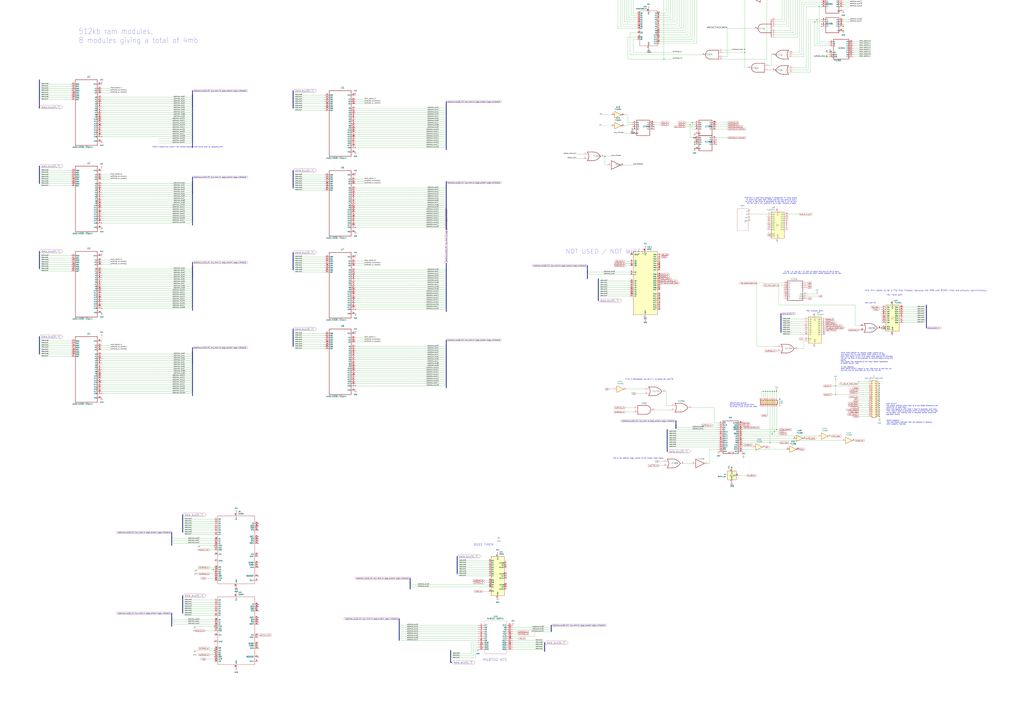
<source format=kicad_sch>
(kicad_sch (version 20231120) (generator "eeschema") (generator_version "8.0")
  (paper "A0")
  (lib_symbols
    (symbol "16550_1" (pin_names (offset 1.016))
      (property "Reference" "U13" (at 2.1941 44.45 0))
      (property "Value" "16550" (at 2.1941 41.91 0))
      (symbol "16550_1_1_1"
        (pin bidirectional line (at -25.4 35.56 0) (length 3.81) (name "D0") (number "1"))
        (pin input line (at 25.4 -5.08 180) (length 3.81) (name "SIN") (number "10"))
        (pin output line (at 25.4 -7.62 180) (length 3.81) (name "SOUT") (number "11"))
        (pin input line (at -25.4 5.08 0) (length 3.81) (name "CS0") (number "12"))
        (pin input line (at -25.4 2.54 0) (length 3.81) (name "CS1") (number "13"))
        (pin input line (at -25.4 0 0) (length 3.81) (name "~{CS2}") (number "14"))
        (pin output line (at 25.4 -30.48 180) (length 3.81) (name "~{BAUDOUT}") (number "15"))
        (pin input line (at -25.4 -5.08 0) (length 3.81) (name "XIN") (number "16"))
        (pin output line (at -25.4 -12.7 0) (length 3.81) (name "XOUT") (number "17"))
        (pin input line (at -25.4 -20.32 0) (length 3.81) (name "~{WR}") (number "18"))
        (pin input line (at -25.4 -22.86 0) (length 3.81) (name "WR") (number "19"))
        (pin bidirectional line (at -25.4 33.02 0) (length 3.81) (name "D1") (number "2"))
        (pin power_in line (at 0 -43.18 90) (length 3.81) (name "GND") (number "20"))
        (pin input line (at -25.4 -27.94 0) (length 3.81) (name "~{RD}") (number "21"))
        (pin input line (at -25.4 -25.4 0) (length 3.81) (name "RD") (number "22"))
        (pin output line (at 25.4 -20.32 180) (length 3.81) (name "DDIS") (number "23"))
        (pin output line (at 25.4 -17.78 180) (length 3.81) (name "~{TXRDY}") (number "24"))
        (pin input line (at -25.4 -30.48 0) (length 3.81) (name "~{ADS}") (number "25"))
        (pin input line (at -25.4 7.62 0) (length 3.81) (name "A2") (number "26"))
        (pin input line (at -25.4 10.16 0) (length 3.81) (name "A1") (number "27"))
        (pin input line (at -25.4 12.7 0) (length 3.81) (name "A0") (number "28"))
        (pin output line (at 25.4 -15.24 180) (length 3.81) (name "~{RXRDY}") (number "29"))
        (pin bidirectional line (at -25.4 30.48 0) (length 3.81) (name "D2") (number "3"))
        (pin output line (at -25.4 -33.02 0) (length 3.81) (name "INTR") (number "30"))
        (pin output line (at 25.4 7.62 180) (length 3.81) (name "~{OUT2}") (number "31"))
        (pin output line (at 25.4 10.16 180) (length 3.81) (name "~{RTS}") (number "32"))
        (pin output line (at 25.4 12.7 180) (length 3.81) (name "~{DTR}") (number "33"))
        (pin output line (at 25.4 15.24 180) (length 3.81) (name "~{OUT1}") (number "34"))
        (pin input line (at -25.4 -35.56 0) (length 3.81) (name "MR") (number "35"))
        (pin input line (at 25.4 22.86 180) (length 3.81) (name "~{CTS}") (number "36"))
        (pin input line (at 25.4 25.4 180) (length 3.81) (name "~{DSR}") (number "37"))
        (pin input line (at 25.4 27.94 180) (length 3.81) (name "~{DCD}") (number "38"))
        (pin input line (at 25.4 30.48 180) (length 3.81) (name "~{RI}") (number "39"))
        (pin bidirectional line (at -25.4 27.94 0) (length 3.81) (name "D3") (number "4"))
        (pin power_in line (at 0 43.18 270) (length 3.81) (name "VCC") (number "40"))
        (pin bidirectional line (at -25.4 25.4 0) (length 3.81) (name "D4") (number "5"))
        (pin bidirectional line (at -25.4 22.86 0) (length 3.81) (name "D5") (number "6"))
        (pin bidirectional line (at -25.4 20.32 0) (length 3.81) (name "D6") (number "7"))
        (pin bidirectional line (at -25.4 17.78 0) (length 3.81) (name "D7") (number "8"))
        (pin input line (at 25.4 -35.56 180) (length 3.81) (name "RCLK") (number "9"))
      )
    )
    (symbol "74138N_1"
      (property "Reference" "IC116" (at -5.08 11.176 0))
      (property "Value" "74138N" (at -10.16 -15.24 0))
      (symbol "74138N_1_1_0"
        (pin input line (at -15.24 7.62 0) (length 5.08) (name "A") (number "1"))
        (pin output inverted (at 12.7 -5.08 180) (length 5.08) (name "Y5") (number "10"))
        (pin output inverted (at 12.7 -2.54 180) (length 5.08) (name "Y4") (number "11"))
        (pin output inverted (at 12.7 0 180) (length 5.08) (name "Y3") (number "12"))
        (pin output inverted (at 12.7 2.54 180) (length 5.08) (name "Y2") (number "13"))
        (pin output inverted (at 12.7 5.08 180) (length 5.08) (name "Y1") (number "14"))
        (pin output inverted (at 12.7 7.62 180) (length 5.08) (name "Y0") (number "15"))
        (pin input line (at -15.24 5.08 0) (length 5.08) (name "B") (number "2"))
        (pin input line (at -15.24 2.54 0) (length 5.08) (name "C") (number "3"))
        (pin input inverted (at -15.24 -7.62 0) (length 5.08) (name "G2A") (number "4"))
        (pin input inverted (at -15.24 -10.16 0) (length 5.08) (name "G2B") (number "5"))
        (pin input line (at -15.24 -5.08 0) (length 5.08) (name "G1") (number "6"))
        (pin output inverted (at 12.7 -10.16 180) (length 5.08) (name "Y7") (number "7"))
        (pin output inverted (at 12.7 -7.62 180) (length 5.08) (name "Y6") (number "9"))
      )
      (symbol "74138N_1_2_0"
        (text "GND" (at 1.905 -7.62 900) (effects (font (size 1.27 1.0795)) (justify left bottom)))
        (text "VCC" (at 1.905 5.08 900) (effects (font (size 1.27 1.0795)) (justify left bottom)))
        (pin power_in line (at 0 10.16 270) (length 7.62) (name "VCC") (number "16"))
        (pin power_in line (at 0 -10.16 90) (length 7.62) (name "GND") (number "8"))
      )
    )
    (symbol "74138N_2"
      (property "Reference" "IC176" (at -0.635 -0.635 0))
      (property "Value" "74138N" (at -10.16 -15.24 0))
      (symbol "74138N_2_1_0"
        (pin input line (at -15.24 7.62 0) (length 5.08) (name "A") (number "1"))
        (pin output inverted (at 12.7 -5.08 180) (length 5.08) (name "Y5") (number "10"))
        (pin output inverted (at 12.7 -2.54 180) (length 5.08) (name "Y4") (number "11"))
        (pin output inverted (at 12.7 0 180) (length 5.08) (name "Y3") (number "12"))
        (pin output inverted (at 12.7 2.54 180) (length 5.08) (name "Y2") (number "13"))
        (pin output inverted (at 12.7 5.08 180) (length 5.08) (name "Y1") (number "14"))
        (pin output inverted (at 12.7 7.62 180) (length 5.08) (name "Y0") (number "15"))
        (pin input line (at -15.24 5.08 0) (length 5.08) (name "B") (number "2"))
        (pin input line (at -15.24 2.54 0) (length 5.08) (name "C") (number "3"))
        (pin input inverted (at -15.24 -7.62 0) (length 5.08) (name "G2A") (number "4"))
        (pin input inverted (at -15.24 -10.16 0) (length 5.08) (name "G2B") (number "5"))
        (pin input line (at -15.24 -5.08 0) (length 5.08) (name "G1") (number "6"))
        (pin output inverted (at 12.7 -10.16 180) (length 5.08) (name "Y7") (number "7"))
        (pin output inverted (at 12.7 -7.62 180) (length 5.08) (name "Y6") (number "9"))
      )
      (symbol "74138N_2_2_0"
        (text "GND" (at 1.905 -7.62 900) (effects (font (size 1.27 1.0795)) (justify left bottom)))
        (text "VCC" (at 1.905 5.08 900) (effects (font (size 1.27 1.0795)) (justify left bottom)))
        (pin power_in line (at 0 10.16 270) (length 7.62) (name "VCC") (number "16"))
        (pin power_in line (at 0 -10.16 90) (length 7.62) (name "GND") (number "8"))
      )
    )
    (symbol "74xx:74HC04"
      (property "Reference" "U" (at 0 1.27 0))
      (property "Value" "74HC04" (at 0 -1.27 0))
      (symbol "74HC04_1_0"
        (pin input line (at -7.62 0 0) (length 3.81) (name "~") (number "1"))
        (pin output inverted (at 7.62 0 180) (length 3.81) (name "~") (number "2"))
      )
      (symbol "74HC04_2_0"
        (pin input line (at -7.62 0 0) (length 3.81) (name "~") (number "3"))
        (pin output inverted (at 7.62 0 180) (length 3.81) (name "~") (number "4"))
      )
      (symbol "74HC04_3_0"
        (pin input line (at -7.62 0 0) (length 3.81) (name "~") (number "5"))
        (pin output inverted (at 7.62 0 180) (length 3.81) (name "~") (number "6"))
      )
      (symbol "74HC04_4_0"
        (pin output inverted (at 7.62 0 180) (length 3.81) (name "~") (number "8"))
        (pin input line (at -7.62 0 0) (length 3.81) (name "~") (number "9"))
      )
      (symbol "74HC04_5_0"
        (pin output inverted (at 7.62 0 180) (length 3.81) (name "~") (number "10"))
        (pin input line (at -7.62 0 0) (length 3.81) (name "~") (number "11"))
      )
      (symbol "74HC04_6_0"
        (pin output inverted (at 7.62 0 180) (length 3.81) (name "~") (number "12"))
        (pin input line (at -7.62 0 0) (length 3.81) (name "~") (number "13"))
      )
      (symbol "74HC04_7_0"
        (pin power_in line (at 0 12.7 270) (length 5.08) (name "VCC") (number "14"))
        (pin power_in line (at 0 -12.7 90) (length 5.08) (name "GND") (number "7"))
      )
    )
    (symbol "74xx:74HCT244"
      (property "Reference" "U" (at -7.62 16.51 0))
      (property "Value" "74HCT244" (at -7.62 -16.51 0))
      (symbol "74HCT244_1_0"
        (pin input inverted (at -12.7 -10.16 0) (length 5.08) (name "1OE") (number "1"))
        (pin power_in line (at 0 -20.32 90) (length 5.08) (name "GND") (number "10"))
        (pin input line (at -12.7 -5.08 0) (length 5.08) (name "2A3") (number "11"))
        (pin tri_state line (at 12.7 5.08 180) (length 5.08) (name "1Y3") (number "12"))
        (pin input line (at -12.7 -2.54 0) (length 5.08) (name "2A2") (number "13"))
        (pin tri_state line (at 12.7 7.62 180) (length 5.08) (name "1Y2") (number "14"))
        (pin input line (at -12.7 0 0) (length 5.08) (name "2A1") (number "15"))
        (pin tri_state line (at 12.7 10.16 180) (length 5.08) (name "1Y1") (number "16"))
        (pin input line (at -12.7 2.54 0) (length 5.08) (name "2A0") (number "17"))
        (pin tri_state line (at 12.7 12.7 180) (length 5.08) (name "1Y0") (number "18"))
        (pin input inverted (at -12.7 -12.7 0) (length 5.08) (name "2OE") (number "19"))
        (pin input line (at -12.7 12.7 0) (length 5.08) (name "1A0") (number "2"))
        (pin power_in line (at 0 20.32 270) (length 5.08) (name "VCC") (number "20"))
        (pin tri_state line (at 12.7 2.54 180) (length 5.08) (name "2Y0") (number "3"))
        (pin input line (at -12.7 10.16 0) (length 5.08) (name "1A1") (number "4"))
        (pin tri_state line (at 12.7 0 180) (length 5.08) (name "2Y1") (number "5"))
        (pin input line (at -12.7 7.62 0) (length 5.08) (name "1A2") (number "6"))
        (pin tri_state line (at 12.7 -2.54 180) (length 5.08) (name "2Y2") (number "7"))
        (pin input line (at -12.7 5.08 0) (length 5.08) (name "1A3") (number "8"))
        (pin tri_state line (at 12.7 -5.08 180) (length 5.08) (name "2Y3") (number "9"))
      )
    )
    (symbol "74xx:74LS06" (pin_names (offset 1.016))
      (property "Reference" "U" (at 0 1.27 0))
      (property "Value" "74LS06" (at 0 -1.27 0))
      (symbol "74LS06_1_0"
        (pin input line (at -7.62 0 0) (length 3.81) (name "~") (number "1"))
        (pin open_collector inverted (at 7.62 0 180) (length 3.81) (name "~") (number "2"))
      )
      (symbol "74LS06_2_0"
        (pin input line (at -7.62 0 0) (length 3.81) (name "~") (number "3"))
        (pin open_collector inverted (at 7.62 0 180) (length 3.81) (name "~") (number "4"))
      )
      (symbol "74LS06_3_0"
        (pin input line (at -7.62 0 0) (length 3.81) (name "~") (number "5"))
        (pin open_collector inverted (at 7.62 0 180) (length 3.81) (name "~") (number "6"))
      )
      (symbol "74LS06_4_0"
        (pin open_collector inverted (at 7.62 0 180) (length 3.81) (name "~") (number "8"))
        (pin input line (at -7.62 0 0) (length 3.81) (name "~") (number "9"))
      )
      (symbol "74LS06_5_0"
        (pin open_collector inverted (at 7.62 0 180) (length 3.81) (name "~") (number "10"))
        (pin input line (at -7.62 0 0) (length 3.81) (name "~") (number "11"))
      )
      (symbol "74LS06_6_0"
        (pin open_collector inverted (at 7.62 0 180) (length 3.81) (name "~") (number "12"))
        (pin input line (at -7.62 0 0) (length 3.81) (name "~") (number "13"))
      )
      (symbol "74LS06_7_0"
        (pin power_in line (at 0 12.7 270) (length 5.08) (name "VCC") (number "14"))
        (pin power_in line (at 0 -12.7 90) (length 5.08) (name "GND") (number "7"))
      )
    )
    (symbol "74xx:74LS244" (pin_names (offset 1.016))
      (property "Reference" "U" (at -7.62 16.51 0))
      (property "Value" "74LS244" (at -7.62 -16.51 0))
      (symbol "74LS244_1_0"
        (pin input inverted (at -12.7 -10.16 0) (length 5.08) (name "OEa") (number "1"))
        (pin power_in line (at 0 -20.32 90) (length 5.08) (name "GND") (number "10"))
        (pin input line (at -12.7 2.54 0) (length 5.08) (name "I0b") (number "11"))
        (pin tri_state line (at 12.7 5.08 180) (length 5.08) (name "O3a") (number "12"))
        (pin input line (at -12.7 0 0) (length 5.08) (name "I1b") (number "13"))
        (pin tri_state line (at 12.7 7.62 180) (length 5.08) (name "O2a") (number "14"))
        (pin input line (at -12.7 -2.54 0) (length 5.08) (name "I2b") (number "15"))
        (pin tri_state line (at 12.7 10.16 180) (length 5.08) (name "O1a") (number "16"))
        (pin input line (at -12.7 -5.08 0) (length 5.08) (name "I3b") (number "17"))
        (pin tri_state line (at 12.7 12.7 180) (length 5.08) (name "O0a") (number "18"))
        (pin input inverted (at -12.7 -12.7 0) (length 5.08) (name "OEb") (number "19"))
        (pin input line (at -12.7 12.7 0) (length 5.08) (name "I0a") (number "2"))
        (pin power_in line (at 0 20.32 270) (length 5.08) (name "VCC") (number "20"))
        (pin tri_state line (at 12.7 -5.08 180) (length 5.08) (name "O3b") (number "3"))
        (pin input line (at -12.7 10.16 0) (length 5.08) (name "I1a") (number "4"))
        (pin tri_state line (at 12.7 -2.54 180) (length 5.08) (name "O2b") (number "5"))
        (pin input line (at -12.7 7.62 0) (length 5.08) (name "I2a") (number "6"))
        (pin tri_state line (at 12.7 0 180) (length 5.08) (name "O1b") (number "7"))
        (pin input line (at -12.7 5.08 0) (length 5.08) (name "I3a") (number "8"))
        (pin tri_state line (at 12.7 2.54 180) (length 5.08) (name "O0b") (number "9"))
      )
    )
    (symbol "74xx:74LS377" (pin_names (offset 1.016))
      (property "Reference" "U" (at -7.62 16.51 0))
      (property "Value" "74LS377" (at -7.62 -16.51 0))
      (symbol "74LS377_1_0"
        (pin input line (at -12.7 -12.7 0) (length 5.08) (name "~{E}") (number "1"))
        (pin power_in line (at 0 -20.32 90) (length 5.08) (name "GND") (number "10"))
        (pin input clock (at -12.7 -10.16 0) (length 5.08) (name "CP") (number "11"))
        (pin output line (at 12.7 2.54 180) (length 5.08) (name "Q4") (number "12"))
        (pin input line (at -12.7 2.54 0) (length 5.08) (name "D4") (number "13"))
        (pin input line (at -12.7 0 0) (length 5.08) (name "D5") (number "14"))
        (pin output line (at 12.7 0 180) (length 5.08) (name "Q5") (number "15"))
        (pin output line (at 12.7 -2.54 180) (length 5.08) (name "Q6") (number "16"))
        (pin input line (at -12.7 -2.54 0) (length 5.08) (name "D6") (number "17"))
        (pin input line (at -12.7 -5.08 0) (length 5.08) (name "D7") (number "18"))
        (pin output line (at 12.7 -5.08 180) (length 5.08) (name "Q7") (number "19"))
        (pin output line (at 12.7 12.7 180) (length 5.08) (name "Q0") (number "2"))
        (pin power_in line (at 0 20.32 270) (length 5.08) (name "VCC") (number "20"))
        (pin input line (at -12.7 12.7 0) (length 5.08) (name "D0") (number "3"))
        (pin input line (at -12.7 10.16 0) (length 5.08) (name "D1") (number "4"))
        (pin output line (at 12.7 10.16 180) (length 5.08) (name "Q1") (number "5"))
        (pin output line (at 12.7 7.62 180) (length 5.08) (name "Q2") (number "6"))
        (pin input line (at -12.7 7.62 0) (length 5.08) (name "D2") (number "7"))
        (pin input line (at -12.7 5.08 0) (length 5.08) (name "D3") (number "8"))
        (pin output line (at 12.7 5.08 180) (length 5.08) (name "Q3") (number "9"))
      )
    )
    (symbol "Connector_Generic:Conn_02x17_Odd_Even" (pin_names (offset 1.016) hide)
      (property "Reference" "J" (at 1.27 22.86 0))
      (property "Value" "Conn_02x17_Odd_Even" (at 1.27 -22.86 0))
      (symbol "Conn_02x17_Odd_Even_1_1"
        (pin passive line (at -5.08 20.32 0) (length 3.81) (name "Pin_1") (number "1"))
        (pin passive line (at 7.62 10.16 180) (length 3.81) (name "Pin_10") (number "10"))
        (pin passive line (at -5.08 7.62 0) (length 3.81) (name "Pin_11") (number "11"))
        (pin passive line (at 7.62 7.62 180) (length 3.81) (name "Pin_12") (number "12"))
        (pin passive line (at -5.08 5.08 0) (length 3.81) (name "Pin_13") (number "13"))
        (pin passive line (at 7.62 5.08 180) (length 3.81) (name "Pin_14") (number "14"))
        (pin passive line (at -5.08 2.54 0) (length 3.81) (name "Pin_15") (number "15"))
        (pin passive line (at 7.62 2.54 180) (length 3.81) (name "Pin_16") (number "16"))
        (pin passive line (at -5.08 0 0) (length 3.81) (name "Pin_17") (number "17"))
        (pin passive line (at 7.62 0 180) (length 3.81) (name "Pin_18") (number "18"))
        (pin passive line (at -5.08 -2.54 0) (length 3.81) (name "Pin_19") (number "19"))
        (pin passive line (at 7.62 20.32 180) (length 3.81) (name "Pin_2") (number "2"))
        (pin passive line (at 7.62 -2.54 180) (length 3.81) (name "Pin_20") (number "20"))
        (pin passive line (at -5.08 -5.08 0) (length 3.81) (name "Pin_21") (number "21"))
        (pin passive line (at 7.62 -5.08 180) (length 3.81) (name "Pin_22") (number "22"))
        (pin passive line (at -5.08 -7.62 0) (length 3.81) (name "Pin_23") (number "23"))
        (pin passive line (at 7.62 -7.62 180) (length 3.81) (name "Pin_24") (number "24"))
        (pin passive line (at -5.08 -10.16 0) (length 3.81) (name "Pin_25") (number "25"))
        (pin passive line (at 7.62 -10.16 180) (length 3.81) (name "Pin_26") (number "26"))
        (pin passive line (at -5.08 -12.7 0) (length 3.81) (name "Pin_27") (number "27"))
        (pin passive line (at 7.62 -12.7 180) (length 3.81) (name "Pin_28") (number "28"))
        (pin passive line (at -5.08 -15.24 0) (length 3.81) (name "Pin_29") (number "29"))
        (pin passive line (at -5.08 17.78 0) (length 3.81) (name "Pin_3") (number "3"))
        (pin passive line (at 7.62 -15.24 180) (length 3.81) (name "Pin_30") (number "30"))
        (pin passive line (at -5.08 -17.78 0) (length 3.81) (name "Pin_31") (number "31"))
        (pin passive line (at 7.62 -17.78 180) (length 3.81) (name "Pin_32") (number "32"))
        (pin passive line (at -5.08 -20.32 0) (length 3.81) (name "Pin_33") (number "33"))
        (pin passive line (at 7.62 -20.32 180) (length 3.81) (name "Pin_34") (number "34"))
        (pin passive line (at 7.62 17.78 180) (length 3.81) (name "Pin_4") (number "4"))
        (pin passive line (at -5.08 15.24 0) (length 3.81) (name "Pin_5") (number "5"))
        (pin passive line (at 7.62 15.24 180) (length 3.81) (name "Pin_6") (number "6"))
        (pin passive line (at -5.08 12.7 0) (length 3.81) (name "Pin_7") (number "7"))
        (pin passive line (at 7.62 12.7 180) (length 3.81) (name "Pin_8") (number "8"))
        (pin passive line (at -5.08 10.16 0) (length 3.81) (name "Pin_9") (number "9"))
      )
    )
    (symbol "Device:R_Pack08" (pin_names (offset 0) hide)
      (property "Reference" "RN" (at -12.7 0 90))
      (property "Value" "R_Pack08" (at 10.16 0 90))
      (symbol "R_Pack08_1_1"
        (pin passive line (at -10.16 -5.08 90) (length 2.54) (name "R1.1") (number "1"))
        (pin passive line (at 5.08 5.08 270) (length 2.54) (name "R7.2") (number "10"))
        (pin passive line (at 2.54 5.08 270) (length 2.54) (name "R6.2") (number "11"))
        (pin passive line (at 0 5.08 270) (length 2.54) (name "R5.2") (number "12"))
        (pin passive line (at -2.54 5.08 270) (length 2.54) (name "R4.2") (number "13"))
        (pin passive line (at -5.08 5.08 270) (length 2.54) (name "R3.2") (number "14"))
        (pin passive line (at -7.62 5.08 270) (length 2.54) (name "R2.2") (number "15"))
        (pin passive line (at -10.16 5.08 270) (length 2.54) (name "R1.2") (number "16"))
        (pin passive line (at -7.62 -5.08 90) (length 2.54) (name "R2.1") (number "2"))
        (pin passive line (at -5.08 -5.08 90) (length 2.54) (name "R3.1") (number "3"))
        (pin passive line (at -2.54 -5.08 90) (length 2.54) (name "R4.1") (number "4"))
        (pin passive line (at 0 -5.08 90) (length 2.54) (name "R5.1") (number "5"))
        (pin passive line (at 2.54 -5.08 90) (length 2.54) (name "R6.1") (number "6"))
        (pin passive line (at 5.08 -5.08 90) (length 2.54) (name "R7.1") (number "7"))
        (pin passive line (at 7.62 -5.08 90) (length 2.54) (name "R8.1") (number "8"))
        (pin passive line (at 7.62 5.08 270) (length 2.54) (name "R8.2") (number "9"))
      )
    )
    (symbol "Interface:8255" (pin_names (offset 1.016))
      (property "Reference" "PIO_0" (at 2.1941 41.91 0))
      (property "Value" "8255" (at 2.1941 39.37 0))
      (symbol "8255_1_1"
        (pin bidirectional line (at 17.78 25.4 180) (length 3.81) (name "PA3") (number "1"))
        (pin bidirectional line (at 17.78 -30.48 180) (length 3.81) (name "PC7") (number "10"))
        (pin bidirectional line (at 17.78 -27.94 180) (length 3.81) (name "PC6") (number "11"))
        (pin bidirectional line (at 17.78 -25.4 180) (length 3.81) (name "PC5") (number "12"))
        (pin bidirectional line (at 17.78 -22.86 180) (length 3.81) (name "PC4") (number "13"))
        (pin bidirectional line (at 17.78 -12.7 180) (length 3.81) (name "PC0") (number "14"))
        (pin bidirectional line (at 17.78 -15.24 180) (length 3.81) (name "PC1") (number "15"))
        (pin bidirectional line (at 17.78 -17.78 180) (length 3.81) (name "PC2") (number "16"))
        (pin bidirectional line (at 17.78 -20.32 180) (length 3.81) (name "PC3") (number "17"))
        (pin bidirectional line (at 17.78 10.16 180) (length 3.81) (name "PB0") (number "18"))
        (pin bidirectional line (at 17.78 7.62 180) (length 3.81) (name "PB1") (number "19"))
        (pin bidirectional line (at 17.78 27.94 180) (length 3.81) (name "PA2") (number "2"))
        (pin bidirectional line (at 17.78 5.08 180) (length 3.81) (name "PB2") (number "20"))
        (pin bidirectional line (at 17.78 2.54 180) (length 3.81) (name "PB3") (number "21"))
        (pin bidirectional line (at 17.78 0 180) (length 3.81) (name "PB4") (number "22"))
        (pin bidirectional line (at 17.78 -2.54 180) (length 3.81) (name "PB5") (number "23"))
        (pin bidirectional line (at 17.78 -5.08 180) (length 3.81) (name "PB6") (number "24"))
        (pin bidirectional line (at 17.78 -7.62 180) (length 3.81) (name "PB7") (number "25"))
        (pin power_in line (at 0 40.64 270) (length 3.81) (name "VCC") (number "26"))
        (pin bidirectional line (at -17.78 -15.24 0) (length 3.81) (name "D7") (number "27"))
        (pin bidirectional line (at -17.78 -12.7 0) (length 3.81) (name "D6") (number "28"))
        (pin bidirectional line (at -17.78 -10.16 0) (length 3.81) (name "D5") (number "29"))
        (pin bidirectional line (at 17.78 30.48 180) (length 3.81) (name "PA1") (number "3"))
        (pin bidirectional line (at -17.78 -7.62 0) (length 3.81) (name "D4") (number "30"))
        (pin bidirectional line (at -17.78 -5.08 0) (length 3.81) (name "D3") (number "31"))
        (pin bidirectional line (at -17.78 -2.54 0) (length 3.81) (name "D2") (number "32"))
        (pin bidirectional line (at -17.78 0 0) (length 3.81) (name "D1") (number "33"))
        (pin bidirectional line (at -17.78 2.54 0) (length 3.81) (name "D0") (number "34"))
        (pin input line (at -17.78 33.02 0) (length 3.81) (name "RESET") (number "35"))
        (pin input line (at -17.78 20.32 0) (length 3.81) (name "~{WR}") (number "36"))
        (pin bidirectional line (at 17.78 15.24 180) (length 3.81) (name "PA7") (number "37"))
        (pin bidirectional line (at 17.78 17.78 180) (length 3.81) (name "PA6") (number "38"))
        (pin bidirectional line (at 17.78 20.32 180) (length 3.81) (name "PA5") (number "39"))
        (pin bidirectional line (at 17.78 33.02 180) (length 3.81) (name "PA0") (number "4"))
        (pin bidirectional line (at 17.78 22.86 180) (length 3.81) (name "PA4") (number "40"))
        (pin input line (at -17.78 22.86 0) (length 3.81) (name "~{RD}") (number "5"))
        (pin input line (at -17.78 25.4 0) (length 3.81) (name "~{CS}") (number "6"))
        (pin power_in line (at 0 -40.64 90) (length 3.81) (name "GND") (number "7"))
        (pin input line (at -17.78 10.16 0) (length 3.81) (name "A1") (number "8"))
        (pin input line (at -17.78 12.7 0) (length 3.81) (name "A0") (number "9"))
      )
    )
    (symbol "Interface_UART:16550" (pin_names (offset 1.016))
      (property "Reference" "U14" (at 2.1941 44.45 0))
      (property "Value" "16550" (at 2.1941 41.91 0))
      (symbol "16550_1_1"
        (pin bidirectional line (at -25.4 35.56 0) (length 3.81) (name "D0") (number "1"))
        (pin input line (at 25.4 -5.08 180) (length 3.81) (name "SIN") (number "10"))
        (pin output line (at 25.4 -7.62 180) (length 3.81) (name "SOUT") (number "11"))
        (pin input line (at -25.4 5.08 0) (length 3.81) (name "CS0") (number "12"))
        (pin input line (at -25.4 2.54 0) (length 3.81) (name "CS1") (number "13"))
        (pin input line (at -25.4 0 0) (length 3.81) (name "~{CS2}") (number "14"))
        (pin output line (at 25.4 -30.48 180) (length 3.81) (name "~{BAUDOUT}") (number "15"))
        (pin input line (at -25.4 -5.08 0) (length 3.81) (name "XIN") (number "16"))
        (pin output line (at -25.4 -12.7 0) (length 3.81) (name "XOUT") (number "17"))
        (pin input line (at -25.4 -20.32 0) (length 3.81) (name "~{WR}") (number "18"))
        (pin input line (at -25.4 -22.86 0) (length 3.81) (name "WR") (number "19"))
        (pin bidirectional line (at -25.4 33.02 0) (length 3.81) (name "D1") (number "2"))
        (pin power_in line (at 0 -43.18 90) (length 3.81) (name "GND") (number "20"))
        (pin input line (at -25.4 -27.94 0) (length 3.81) (name "~{RD}") (number "21"))
        (pin input line (at -25.4 -25.4 0) (length 3.81) (name "RD") (number "22"))
        (pin output line (at 25.4 -20.32 180) (length 3.81) (name "DDIS") (number "23"))
        (pin output line (at 25.4 -17.78 180) (length 3.81) (name "~{TXRDY}") (number "24"))
        (pin input line (at -25.4 -30.48 0) (length 3.81) (name "~{ADS}") (number "25"))
        (pin input line (at -25.4 7.62 0) (length 3.81) (name "A2") (number "26"))
        (pin input line (at -25.4 10.16 0) (length 3.81) (name "A1") (number "27"))
        (pin input line (at -25.4 12.7 0) (length 3.81) (name "A0") (number "28"))
        (pin output line (at 25.4 -15.24 180) (length 3.81) (name "~{RXRDY}") (number "29"))
        (pin bidirectional line (at -25.4 30.48 0) (length 3.81) (name "D2") (number "3"))
        (pin output line (at -25.4 -33.02 0) (length 3.81) (name "INTR") (number "30"))
        (pin output line (at 25.4 7.62 180) (length 3.81) (name "~{OUT2}") (number "31"))
        (pin output line (at 25.4 10.16 180) (length 3.81) (name "~{RTS}") (number "32"))
        (pin output line (at 25.4 12.7 180) (length 3.81) (name "~{DTR}") (number "33"))
        (pin output line (at 25.4 15.24 180) (length 3.81) (name "~{OUT1}") (number "34"))
        (pin input line (at -25.4 -35.56 0) (length 3.81) (name "MR") (number "35"))
        (pin input line (at 25.4 22.86 180) (length 3.81) (name "~{CTS}") (number "36"))
        (pin input line (at 25.4 25.4 180) (length 3.81) (name "~{DSR}") (number "37"))
        (pin input line (at 25.4 27.94 180) (length 3.81) (name "~{DCD}") (number "38"))
        (pin input line (at 25.4 30.48 180) (length 3.81) (name "~{RI}") (number "39"))
        (pin bidirectional line (at -25.4 27.94 0) (length 3.81) (name "D3") (number "4"))
        (pin power_in line (at 0 43.18 270) (length 3.81) (name "VCC") (number "40"))
        (pin bidirectional line (at -25.4 25.4 0) (length 3.81) (name "D4") (number "5"))
        (pin bidirectional line (at -25.4 22.86 0) (length 3.81) (name "D5") (number "6"))
        (pin bidirectional line (at -25.4 20.32 0) (length 3.81) (name "D6") (number "7"))
        (pin bidirectional line (at -25.4 17.78 0) (length 3.81) (name "D7") (number "8"))
        (pin input line (at 25.4 -35.56 180) (length 3.81) (name "RCLK") (number "9"))
      )
    )
    (symbol "Memory_RAM:KM62256CLP"
      (property "Reference" "U15" (at 2.1941 25.4 0))
      (property "Value" "KM62256CLP" (at 2.1941 22.86 0))
      (symbol "KM62256CLP_0_0"
        (pin power_in line (at 0 -22.86 90) (length 2.54) (name "GND") (number "14"))
        (pin power_in line (at 0 22.86 270) (length 2.54) (name "VCC") (number "28"))
      )
      (symbol "KM62256CLP_1_1"
        (pin input line (at -12.7 -17.78 0) (length 2.54) (name "A14") (number "1"))
        (pin input line (at -12.7 17.78 0) (length 2.54) (name "A0") (number "10"))
        (pin tri_state line (at 12.7 17.78 180) (length 2.54) (name "Q0") (number "11"))
        (pin tri_state line (at 12.7 15.24 180) (length 2.54) (name "Q1") (number "12"))
        (pin tri_state line (at 12.7 12.7 180) (length 2.54) (name "Q2") (number "13"))
        (pin tri_state line (at 12.7 10.16 180) (length 2.54) (name "Q3") (number "15"))
        (pin tri_state line (at 12.7 7.62 180) (length 2.54) (name "Q4") (number "16"))
        (pin tri_state line (at 12.7 5.08 180) (length 2.54) (name "Q5") (number "17"))
        (pin tri_state line (at 12.7 2.54 180) (length 2.54) (name "Q6") (number "18"))
        (pin tri_state line (at 12.7 0 180) (length 2.54) (name "Q7") (number "19"))
        (pin input line (at -12.7 -12.7 0) (length 2.54) (name "A12") (number "2"))
        (pin input line (at 12.7 -5.08 180) (length 2.54) (name "~{CS}") (number "20"))
        (pin input line (at -12.7 -7.62 0) (length 2.54) (name "A10") (number "21"))
        (pin input line (at 12.7 -10.16 180) (length 2.54) (name "~{OE}") (number "22"))
        (pin input line (at -12.7 -10.16 0) (length 2.54) (name "A11") (number "23"))
        (pin input line (at -12.7 -5.08 0) (length 2.54) (name "A9") (number "24"))
        (pin input line (at -12.7 -2.54 0) (length 2.54) (name "A8") (number "25"))
        (pin input line (at -12.7 -15.24 0) (length 2.54) (name "A13") (number "26"))
        (pin input line (at 12.7 -12.7 180) (length 2.54) (name "~{WE}") (number "27"))
        (pin input line (at -12.7 0 0) (length 2.54) (name "A7") (number "3"))
        (pin input line (at -12.7 2.54 0) (length 2.54) (name "A6") (number "4"))
        (pin input line (at -12.7 5.08 0) (length 2.54) (name "A5") (number "5"))
        (pin input line (at -12.7 7.62 0) (length 2.54) (name "A4") (number "6"))
        (pin input line (at -12.7 10.16 0) (length 2.54) (name "A3") (number "7"))
        (pin input line (at -12.7 12.7 0) (length 2.54) (name "A2") (number "8"))
        (pin input line (at -12.7 15.24 0) (length 2.54) (name "A1") (number "9"))
      )
    )
    (symbol "New_Library:M48T02-200PC1" (pin_names (offset 0.254))
      (property "Reference" "U" (at 20.32 10.16 0))
      (property "Value" "M48T02-200PC1" (at 20.32 7.62 0))
      (symbol "M48T02-200PC1_1_1"
        (pin input line (at 0 0 0) (length 7.62) (name "A7") (number "1"))
        (pin bidirectional line (at 0 -22.86 0) (length 7.62) (name "DQ1") (number "10"))
        (pin bidirectional line (at 0 -25.4 0) (length 7.62) (name "DQ2") (number "11"))
        (pin power_in line (at 0 -27.94 0) (length 7.62) (name "GND") (number "12"))
        (pin bidirectional line (at 40.64 -27.94 180) (length 7.62) (name "DQ3") (number "13"))
        (pin bidirectional line (at 40.64 -25.4 180) (length 7.62) (name "DQ4") (number "14"))
        (pin bidirectional line (at 40.64 -22.86 180) (length 7.62) (name "DQ5") (number "15"))
        (pin bidirectional line (at 40.64 -20.32 180) (length 7.62) (name "DQ6") (number "16"))
        (pin bidirectional line (at 40.64 -17.78 180) (length 7.62) (name "DQ7") (number "17"))
        (pin input line (at 40.64 -15.24 180) (length 7.62) (name "*CE") (number "18"))
        (pin input line (at 40.64 -12.7 180) (length 7.62) (name "A10") (number "19"))
        (pin input line (at 0 -2.54 0) (length 7.62) (name "A6") (number "2"))
        (pin input line (at 40.64 -10.16 180) (length 7.62) (name "*OE") (number "20"))
        (pin input line (at 40.64 -7.62 180) (length 7.62) (name "*WE") (number "21"))
        (pin input line (at 40.64 -5.08 180) (length 7.62) (name "A9") (number "22"))
        (pin input line (at 40.64 -2.54 180) (length 7.62) (name "A8") (number "23"))
        (pin power_in line (at 40.64 0 180) (length 7.62) (name "VCC") (number "24"))
        (pin input line (at 0 -5.08 0) (length 7.62) (name "A5") (number "3"))
        (pin input line (at 0 -7.62 0) (length 7.62) (name "A4") (number "4"))
        (pin input line (at 0 -10.16 0) (length 7.62) (name "A3") (number "5"))
        (pin input line (at 0 -12.7 0) (length 7.62) (name "A2") (number "6"))
        (pin input line (at 0 -15.24 0) (length 7.62) (name "A1") (number "7"))
        (pin input line (at 0 -17.78 0) (length 7.62) (name "A0") (number "8"))
        (pin bidirectional line (at 0 -20.32 0) (length 7.62) (name "DQ0") (number "9"))
      )
    )
    (symbol "Oscillator:ACO-xxxMHz" (pin_names (offset 0.254))
      (property "Reference" "X" (at -5.08 6.35 0))
      (property "Value" "ACO-xxxMHz" (at 1.27 -6.35 0))
      (symbol "ACO-xxxMHz_1_1"
        (pin no_connect line (at -5.08 2.54 0) (length 2.54) hide (name "NC") (number "1"))
        (pin power_in line (at 0 7.62 270) (length 2.54) (name "Vcc") (number "14"))
        (pin power_in line (at 0 -7.62 90) (length 2.54) (name "GND") (number "7"))
        (pin output line (at 7.62 0 180) (length 2.54) (name "OUT") (number "8"))
      )
    )
    (symbol "Sol-1:esp8266"
      (property "Reference" "esp8266" (at -3.81 26.416 0))
      (symbol "esp8266_1_1"
        (pin input line (at 5.08 22.86 180) (length 2.54) (name "rx") (number "0"))
        (pin output line (at 5.08 19.05 180) (length 2.54) (name "tx") (number "1"))
        (pin power_in line (at 5.08 15.24 180) (length 2.54) (name "vcc") (number "2"))
        (pin power_in line (at 5.08 11.43 180) (length 2.54) (name "gnd") (number "3"))
      )
    )
    (symbol "Timer:8253"
      (property "Reference" "U" (at -5.08 24.13 0))
      (property "Value" "8253" (at 2.54 24.13 0))
      (symbol "8253_1_1"
        (pin bidirectional line (at -10.16 0 0) (length 2.54) (name "D7") (number "1"))
        (pin output line (at 10.16 10.16 180) (length 2.54) (name "OUT0") (number "10"))
        (pin input line (at 10.16 12.7 180) (length 2.54) (name "G0") (number "11"))
        (pin power_in line (at 0 -25.4 90) (length 2.54) (name "GND") (number "12"))
        (pin output line (at 10.16 -2.54 180) (length 2.54) (name "OUT1") (number "13"))
        (pin input line (at 10.16 0 180) (length 2.54) (name "G1") (number "14"))
        (pin input clock (at 10.16 2.54 180) (length 2.54) (name "CLK1") (number "15"))
        (pin input line (at 10.16 -12.7 180) (length 2.54) (name "G2") (number "16"))
        (pin output line (at 10.16 -15.24 180) (length 2.54) (name "OUT2") (number "17"))
        (pin input clock (at 10.16 -10.16 180) (length 2.54) (name "CLK2") (number "18"))
        (pin input line (at -10.16 -10.16 0) (length 2.54) (name "A0") (number "19"))
        (pin bidirectional line (at -10.16 2.54 0) (length 2.54) (name "D6") (number "2"))
        (pin input line (at -10.16 -12.7 0) (length 2.54) (name "A1") (number "20"))
        (pin input line (at -10.16 -17.78 0) (length 2.54) (name "~{CS}") (number "21"))
        (pin input line (at -10.16 -5.08 0) (length 2.54) (name "~{RD}") (number "22"))
        (pin input line (at -10.16 -7.62 0) (length 2.54) (name "~{WR}") (number "23"))
        (pin power_in line (at 0 25.4 270) (length 2.54) (name "VCC") (number "24"))
        (pin bidirectional line (at -10.16 5.08 0) (length 2.54) (name "D5") (number "3"))
        (pin bidirectional line (at -10.16 7.62 0) (length 2.54) (name "D4") (number "4"))
        (pin bidirectional line (at -10.16 10.16 0) (length 2.54) (name "D3") (number "5"))
        (pin bidirectional line (at -10.16 12.7 0) (length 2.54) (name "D2") (number "6"))
        (pin bidirectional line (at -10.16 15.24 0) (length 2.54) (name "D1") (number "7"))
        (pin bidirectional line (at -10.16 17.78 0) (length 2.54) (name "D0") (number "8"))
        (pin input clock (at 10.16 15.24 180) (length 2.54) (name "CLK0") (number "9"))
      )
    )
    (symbol "main-eagle-import:27512"
      (property "Reference" "IC" (at -0.635 -0.635 0))
      (symbol "27512_1_0"
        (pin input line (at -15.24 -15.24 0) (length 5.08) (name "A15") (number "1"))
        (pin input line (at -15.24 22.86 0) (length 5.08) (name "A0") (number "10"))
        (pin tri_state line (at 10.16 22.86 180) (length 5.08) (name "O0") (number "11"))
        (pin tri_state line (at 10.16 20.32 180) (length 5.08) (name "O1") (number "12"))
        (pin tri_state line (at 10.16 17.78 180) (length 5.08) (name "O2") (number "13"))
        (pin tri_state line (at 10.16 15.24 180) (length 5.08) (name "O3") (number "15"))
        (pin tri_state line (at 10.16 12.7 180) (length 5.08) (name "O4") (number "16"))
        (pin tri_state line (at 10.16 10.16 180) (length 5.08) (name "O5") (number "17"))
        (pin tri_state line (at 10.16 7.62 180) (length 5.08) (name "O6") (number "18"))
        (pin tri_state line (at 10.16 5.08 180) (length 5.08) (name "O7") (number "19"))
        (pin input line (at -15.24 -7.62 0) (length 5.08) (name "A12") (number "2"))
        (pin input line (at -15.24 -20.32 0) (length 5.08) (name "~{CE}") (number "20"))
        (pin input line (at -15.24 -2.54 0) (length 5.08) (name "A10") (number "21"))
        (pin input line (at -15.24 -22.86 0) (length 5.08) (name "~{OE}") (number "22"))
        (pin input line (at -15.24 -5.08 0) (length 5.08) (name "A11") (number "23"))
        (pin input line (at -15.24 0 0) (length 5.08) (name "A9") (number "24"))
        (pin input line (at -15.24 2.54 0) (length 5.08) (name "A8") (number "25"))
        (pin input line (at -15.24 -10.16 0) (length 5.08) (name "A13") (number "26"))
        (pin input line (at -15.24 -12.7 0) (length 5.08) (name "A14") (number "27"))
        (pin input line (at -15.24 5.08 0) (length 5.08) (name "A7") (number "3"))
        (pin input line (at -15.24 7.62 0) (length 5.08) (name "A6") (number "4"))
        (pin input line (at -15.24 10.16 0) (length 5.08) (name "A5") (number "5"))
        (pin input line (at -15.24 12.7 0) (length 5.08) (name "A4") (number "6"))
        (pin input line (at -15.24 15.24 0) (length 5.08) (name "A3") (number "7"))
        (pin input line (at -15.24 17.78 0) (length 5.08) (name "A2") (number "8"))
        (pin input line (at -15.24 20.32 0) (length 5.08) (name "A1") (number "9"))
      )
      (symbol "27512_2_0"
        (text "GND" (at 1.905 -5.588 900) (effects (font (size 1.27 1.0795)) (justify left bottom)))
        (text "VCC" (at 1.905 2.413 900) (effects (font (size 1.27 1.0795)) (justify left bottom)))
        (pin power_in line (at 0 -7.62 90) (length 5.08) (name "GND") (number "14"))
        (pin power_in line (at 0 7.62 270) (length 5.08) (name "VCC") (number "28"))
      )
    )
    (symbol "main-eagle-import:7404N"
      (property "Reference" "IC" (at -0.635 -0.635 0))
      (symbol "7404N_1_0"
        (pin input line (at -10.16 0 0) (length 5.08) (name "I") (number "1"))
        (pin output inverted (at 10.16 0 180) (length 5.08) (name "O") (number "2"))
      )
      (symbol "7404N_2_0"
        (pin input line (at -10.16 0 0) (length 5.08) (name "I") (number "3"))
        (pin output inverted (at 10.16 0 180) (length 5.08) (name "O") (number "4"))
      )
      (symbol "7404N_3_0"
        (pin input line (at -10.16 0 0) (length 5.08) (name "I") (number "5"))
        (pin output inverted (at 10.16 0 180) (length 5.08) (name "O") (number "6"))
      )
      (symbol "7404N_4_0"
        (pin output inverted (at 10.16 0 180) (length 5.08) (name "O") (number "8"))
        (pin input line (at -10.16 0 0) (length 5.08) (name "I") (number "9"))
      )
      (symbol "7404N_5_0"
        (pin output inverted (at 10.16 0 180) (length 5.08) (name "O") (number "10"))
        (pin input line (at -10.16 0 0) (length 5.08) (name "I") (number "11"))
      )
      (symbol "7404N_6_0"
        (pin output inverted (at 10.16 0 180) (length 5.08) (name "O") (number "12"))
        (pin input line (at -10.16 0 0) (length 5.08) (name "I") (number "13"))
      )
      (symbol "7404N_7_0"
        (text "GND" (at 1.905 -7.62 900) (effects (font (size 1.27 1.0795)) (justify left bottom)))
        (text "VCC" (at 1.905 5.08 900) (effects (font (size 1.27 1.0795)) (justify left bottom)))
        (pin power_in line (at 0 10.16 270) (length 7.62) (name "VCC") (number "14"))
        (pin power_in line (at 0 -10.16 90) (length 7.62) (name "GND") (number "7"))
      )
    )
    (symbol "main-eagle-import:7408N"
      (property "Reference" "IC" (at -0.635 -0.635 0))
      (symbol "7408N_1_0"
        (pin input line (at -12.7 2.54 0) (length 5.08) (name "I0") (number "1"))
        (pin input line (at -12.7 -2.54 0) (length 5.08) (name "I1") (number "2"))
        (pin output line (at 12.7 0 180) (length 5.08) (name "O") (number "3"))
      )
      (symbol "7408N_2_0"
        (pin input line (at -12.7 2.54 0) (length 5.08) (name "I0") (number "4"))
        (pin input line (at -12.7 -2.54 0) (length 5.08) (name "I1") (number "5"))
        (pin output line (at 12.7 0 180) (length 5.08) (name "O") (number "6"))
      )
      (symbol "7408N_3_0"
        (pin input line (at -12.7 -2.54 0) (length 5.08) (name "I1") (number "10"))
        (pin output line (at 12.7 0 180) (length 5.08) (name "O") (number "8"))
        (pin input line (at -12.7 2.54 0) (length 5.08) (name "I0") (number "9"))
      )
      (symbol "7408N_4_0"
        (pin output line (at 12.7 0 180) (length 5.08) (name "O") (number "11"))
        (pin input line (at -12.7 2.54 0) (length 5.08) (name "I0") (number "12"))
        (pin input line (at -12.7 -2.54 0) (length 5.08) (name "I1") (number "13"))
      )
      (symbol "7408N_5_0"
        (text "GND" (at 1.905 -7.62 900) (effects (font (size 1.27 1.0795)) (justify left bottom)))
        (text "VCC" (at 1.905 5.08 900) (effects (font (size 1.27 1.0795)) (justify left bottom)))
        (pin power_in line (at 0 10.16 270) (length 7.62) (name "VCC") (number "14"))
        (pin power_in line (at 0 -10.16 90) (length 7.62) (name "GND") (number "7"))
      )
    )
    (symbol "main-eagle-import:7410N"
      (property "Reference" "IC" (at -0.635 -0.635 0))
      (symbol "7410N_1_0"
        (pin input line (at -12.7 2.54 0) (length 5.08) (name "I0") (number "1"))
        (pin output inverted (at 12.7 0 180) (length 5.08) (name "O") (number "12"))
        (pin input line (at -12.7 -2.54 0) (length 5.08) (name "I2") (number "13"))
        (pin input line (at -12.7 0 0) (length 5.08) (name "I1") (number "2"))
      )
      (symbol "7410N_2_0"
        (pin input line (at -12.7 2.54 0) (length 5.08) (name "I0") (number "3"))
        (pin input line (at -12.7 0 0) (length 5.08) (name "I1") (number "4"))
        (pin input line (at -12.7 -2.54 0) (length 5.08) (name "I2") (number "5"))
        (pin output inverted (at 12.7 0 180) (length 5.08) (name "O") (number "6"))
      )
      (symbol "7410N_3_0"
        (pin input line (at -12.7 0 0) (length 5.08) (name "I1") (number "10"))
        (pin input line (at -12.7 -2.54 0) (length 5.08) (name "I2") (number "11"))
        (pin output inverted (at 12.7 0 180) (length 5.08) (name "O") (number "8"))
        (pin input line (at -12.7 2.54 0) (length 5.08) (name "I0") (number "9"))
      )
      (symbol "7410N_4_0"
        (text "GND" (at 1.905 -7.62 900) (effects (font (size 1.27 1.0795)) (justify left bottom)))
        (text "VCC" (at 1.905 5.08 900) (effects (font (size 1.27 1.0795)) (justify left bottom)))
        (pin power_in line (at 0 10.16 270) (length 7.62) (name "VCC") (number "14"))
        (pin power_in line (at 0 -10.16 90) (length 7.62) (name "GND") (number "7"))
      )
    )
    (symbol "main-eagle-import:74138N"
      (property "Reference" "IC" (at -0.635 -0.635 0))
      (symbol "74138N_1_0"
        (pin input line (at -15.24 7.62 0) (length 5.08) (name "A") (number "1"))
        (pin output inverted (at 12.7 -5.08 180) (length 5.08) (name "Y5") (number "10"))
        (pin output inverted (at 12.7 -2.54 180) (length 5.08) (name "Y4") (number "11"))
        (pin output inverted (at 12.7 0 180) (length 5.08) (name "Y3") (number "12"))
        (pin output inverted (at 12.7 2.54 180) (length 5.08) (name "Y2") (number "13"))
        (pin output inverted (at 12.7 5.08 180) (length 5.08) (name "Y1") (number "14"))
        (pin output inverted (at 12.7 7.62 180) (length 5.08) (name "Y0") (number "15"))
        (pin input line (at -15.24 5.08 0) (length 5.08) (name "B") (number "2"))
        (pin input line (at -15.24 2.54 0) (length 5.08) (name "C") (number "3"))
        (pin input inverted (at -15.24 -7.62 0) (length 5.08) (name "G2A") (number "4"))
        (pin input inverted (at -15.24 -10.16 0) (length 5.08) (name "G2B") (number "5"))
        (pin input line (at -15.24 -5.08 0) (length 5.08) (name "G1") (number "6"))
        (pin output inverted (at 12.7 -10.16 180) (length 5.08) (name "Y7") (number "7"))
        (pin output inverted (at 12.7 -7.62 180) (length 5.08) (name "Y6") (number "9"))
      )
      (symbol "74138N_2_0"
        (text "GND" (at 1.905 -7.62 900) (effects (font (size 1.27 1.0795)) (justify left bottom)))
        (text "VCC" (at 1.905 5.08 900) (effects (font (size 1.27 1.0795)) (justify left bottom)))
        (pin power_in line (at 0 10.16 270) (length 7.62) (name "VCC") (number "16"))
        (pin power_in line (at 0 -10.16 90) (length 7.62) (name "GND") (number "8"))
      )
    )
    (symbol "main-eagle-import:7420N"
      (property "Reference" "IC" (at -0.635 -0.635 0))
      (symbol "7420N_1_0"
        (pin input line (at -12.7 5.08 0) (length 5.08) (name "I0") (number "1"))
        (pin input line (at -12.7 2.54 0) (length 5.08) (name "I1") (number "2"))
        (pin input line (at -12.7 -2.54 0) (length 5.08) (name "I2") (number "4"))
        (pin input line (at -12.7 -5.08 0) (length 5.08) (name "I3") (number "5"))
        (pin output inverted (at 12.7 0 180) (length 5.08) (name "O") (number "6"))
      )
      (symbol "7420N_2_0"
        (pin input line (at -12.7 2.54 0) (length 5.08) (name "I1") (number "10"))
        (pin input line (at -12.7 -2.54 0) (length 5.08) (name "I2") (number "12"))
        (pin input line (at -12.7 -5.08 0) (length 5.08) (name "I3") (number "13"))
        (pin output inverted (at 12.7 0 180) (length 5.08) (name "O") (number "8"))
        (pin input line (at -12.7 5.08 0) (length 5.08) (name "I0") (number "9"))
      )
      (symbol "7420N_3_0"
        (text "GND" (at 1.905 -7.62 900) (effects (font (size 1.27 1.0795)) (justify left bottom)))
        (text "VCC" (at 1.905 5.08 900) (effects (font (size 1.27 1.0795)) (justify left bottom)))
        (pin power_in line (at 0 10.16 270) (length 7.62) (name "VCC") (number "14"))
        (pin power_in line (at 0 -10.16 90) (length 7.62) (name "GND") (number "7"))
      )
    )
    (symbol "main-eagle-import:74244N"
      (property "Reference" "IC" (at -0.635 -0.635 0))
      (symbol "74244N_1_0"
        (pin input inverted (at -12.7 -7.62 0) (length 5.08) (name "G") (number "1"))
        (pin tri_state line (at 12.7 -2.54 180) (length 5.08) (name "Y4") (number "12"))
        (pin tri_state line (at 12.7 0 180) (length 5.08) (name "Y3") (number "14"))
        (pin tri_state line (at 12.7 2.54 180) (length 5.08) (name "Y2") (number "16"))
        (pin tri_state line (at 12.7 5.08 180) (length 5.08) (name "Y1") (number "18"))
        (pin input line (at -12.7 5.08 0) (length 5.08) (name "A1") (number "2"))
        (pin input line (at -12.7 2.54 0) (length 5.08) (name "A2") (number "4"))
        (pin input line (at -12.7 0 0) (length 5.08) (name "A3") (number "6"))
        (pin input line (at -12.7 -2.54 0) (length 5.08) (name "A4") (number "8"))
      )
      (symbol "74244N_2_0"
        (pin input line (at -12.7 5.08 0) (length 5.08) (name "A1") (number "11"))
        (pin input line (at -12.7 2.54 0) (length 5.08) (name "A2") (number "13"))
        (pin input line (at -12.7 0 0) (length 5.08) (name "A3") (number "15"))
        (pin input line (at -12.7 -2.54 0) (length 5.08) (name "A4") (number "17"))
        (pin input inverted (at -12.7 -7.62 0) (length 5.08) (name "G") (number "19"))
        (pin tri_state line (at 12.7 -2.54 180) (length 5.08) (name "Y4") (number "3"))
        (pin tri_state line (at 12.7 0 180) (length 5.08) (name "Y3") (number "5"))
        (pin tri_state line (at 12.7 2.54 180) (length 5.08) (name "Y2") (number "7"))
        (pin tri_state line (at 12.7 5.08 180) (length 5.08) (name "Y1") (number "9"))
      )
      (symbol "74244N_3_0"
        (text "GND" (at 1.905 -7.62 900) (effects (font (size 1.27 1.0795)) (justify left bottom)))
        (text "VCC" (at 1.905 5.08 900) (effects (font (size 1.27 1.0795)) (justify left bottom)))
        (pin power_in line (at 0 -10.16 90) (length 7.62) (name "GND") (number "10"))
        (pin power_in line (at 0 10.16 270) (length 7.62) (name "VCC") (number "20"))
      )
    )
    (symbol "main-eagle-import:74245N"
      (property "Reference" "IC" (at -0.635 -0.635 0))
      (symbol "74245N_1_0"
        (pin input line (at -12.7 -10.16 0) (length 5.08) (name "DIR") (number "1"))
        (pin bidirectional line (at 12.7 -5.08 180) (length 5.08) (name "B8") (number "11"))
        (pin bidirectional line (at 12.7 -2.54 180) (length 5.08) (name "B7") (number "12"))
        (pin bidirectional line (at 12.7 0 180) (length 5.08) (name "B6") (number "13"))
        (pin bidirectional line (at 12.7 2.54 180) (length 5.08) (name "B5") (number "14"))
        (pin bidirectional line (at 12.7 5.08 180) (length 5.08) (name "B4") (number "15"))
        (pin bidirectional line (at 12.7 7.62 180) (length 5.08) (name "B3") (number "16"))
        (pin bidirectional line (at 12.7 10.16 180) (length 5.08) (name "B2") (number "17"))
        (pin bidirectional line (at 12.7 12.7 180) (length 5.08) (name "B1") (number "18"))
        (pin input inverted (at -12.7 -12.7 0) (length 5.08) (name "G") (number "19"))
        (pin bidirectional line (at -12.7 12.7 0) (length 5.08) (name "A1") (number "2"))
        (pin bidirectional line (at -12.7 10.16 0) (length 5.08) (name "A2") (number "3"))
        (pin bidirectional line (at -12.7 7.62 0) (length 5.08) (name "A3") (number "4"))
        (pin bidirectional line (at -12.7 5.08 0) (length 5.08) (name "A4") (number "5"))
        (pin bidirectional line (at -12.7 2.54 0) (length 5.08) (name "A5") (number "6"))
        (pin bidirectional line (at -12.7 0 0) (length 5.08) (name "A6") (number "7"))
        (pin bidirectional line (at -12.7 -2.54 0) (length 5.08) (name "A7") (number "8"))
        (pin bidirectional line (at -12.7 -5.08 0) (length 5.08) (name "A8") (number "9"))
      )
      (symbol "74245N_2_0"
        (text "GND" (at 1.905 -7.62 900) (effects (font (size 1.27 1.0795)) (justify left bottom)))
        (text "VCC" (at 1.905 5.08 900) (effects (font (size 1.27 1.0795)) (justify left bottom)))
        (pin power_in line (at 0 -10.16 90) (length 7.62) (name "GND") (number "10"))
        (pin power_in line (at 0 10.16 270) (length 7.62) (name "VCC") (number "20"))
      )
    )
    (symbol "main-eagle-import:7427N"
      (property "Reference" "IC" (at -0.635 -0.635 0))
      (symbol "7427N_1_0"
        (pin input line (at -12.7 2.54 0) (length 5.08) (name "I0") (number "1"))
        (pin output inverted (at 12.7 0 180) (length 5.08) (name "O") (number "12"))
        (pin input line (at -12.7 -2.54 0) (length 5.08) (name "I2") (number "13"))
        (pin input line (at -12.7 0 0) (length 5.08) (name "I1") (number "2"))
      )
      (symbol "7427N_2_0"
        (pin input line (at -12.7 2.54 0) (length 5.08) (name "I0") (number "3"))
        (pin input line (at -12.7 0 0) (length 5.08) (name "I1") (number "4"))
        (pin input line (at -12.7 -2.54 0) (length 5.08) (name "I2") (number "5"))
        (pin output inverted (at 12.7 0 180) (length 5.08) (name "O") (number "6"))
      )
      (symbol "7427N_3_0"
        (pin input line (at -12.7 0 0) (length 5.08) (name "I1") (number "10"))
        (pin input line (at -12.7 -2.54 0) (length 5.08) (name "I2") (number "11"))
        (pin output inverted (at 12.7 0 180) (length 5.08) (name "O") (number "8"))
        (pin input line (at -12.7 2.54 0) (length 5.08) (name "I0") (number "9"))
      )
      (symbol "7427N_4_0"
        (text "GND" (at 1.905 -7.62 900) (effects (font (size 1.27 1.0795)) (justify left bottom)))
        (text "VCC" (at 1.905 5.08 900) (effects (font (size 1.27 1.0795)) (justify left bottom)))
        (pin power_in line (at 0 10.16 270) (length 7.62) (name "VCC") (number "14"))
        (pin power_in line (at 0 -10.16 90) (length 7.62) (name "GND") (number "7"))
      )
    )
    (symbol "main-eagle-import:7430N"
      (property "Reference" "IC" (at -0.635 -0.635 0))
      (symbol "7430N_1_0"
        (pin input line (at -12.7 10.16 0) (length 5.08) (name "I0") (number "1"))
        (pin input line (at -12.7 -7.62 0) (length 5.08) (name "I6") (number "11"))
        (pin input line (at -12.7 -10.16 0) (length 5.08) (name "I7") (number "12"))
        (pin input line (at -12.7 7.62 0) (length 5.08) (name "I1") (number "2"))
        (pin input line (at -12.7 5.08 0) (length 5.08) (name "I2") (number "3"))
        (pin input line (at -12.7 2.54 0) (length 5.08) (name "I3") (number "4"))
        (pin input line (at -12.7 -2.54 0) (length 5.08) (name "I4") (number "5"))
        (pin input line (at -12.7 -5.08 0) (length 5.08) (name "I5") (number "6"))
        (pin output inverted (at 12.7 0 180) (length 5.08) (name "O") (number "8"))
      )
      (symbol "7430N_2_0"
        (text "GND" (at 1.905 -7.62 900) (effects (font (size 1.27 1.0795)) (justify left bottom)))
        (text "VCC" (at 1.905 5.08 900) (effects (font (size 1.27 1.0795)) (justify left bottom)))
        (pin power_in line (at 0 10.16 270) (length 7.62) (name "VCC") (number "14"))
        (pin power_in line (at 0 -10.16 90) (length 7.62) (name "GND") (number "7"))
      )
    )
    (symbol "main-eagle-import:7432N"
      (property "Reference" "IC" (at -0.635 -0.635 0))
      (symbol "7432N_1_0"
        (pin input line (at -12.7 2.54 0) (length 5.08) (name "I0") (number "1"))
        (pin input line (at -12.7 -2.54 0) (length 5.08) (name "I1") (number "2"))
        (pin output line (at 12.7 0 180) (length 5.08) (name "O") (number "3"))
      )
      (symbol "7432N_2_0"
        (pin input line (at -12.7 2.54 0) (length 5.08) (name "I0") (number "4"))
        (pin input line (at -12.7 -2.54 0) (length 5.08) (name "I1") (number "5"))
        (pin output line (at 12.7 0 180) (length 5.08) (name "O") (number "6"))
      )
      (symbol "7432N_3_0"
        (pin input line (at -12.7 -2.54 0) (length 5.08) (name "I1") (number "10"))
        (pin output line (at 12.7 0 180) (length 5.08) (name "O") (number "8"))
        (pin input line (at -12.7 2.54 0) (length 5.08) (name "I0") (number "9"))
      )
      (symbol "7432N_4_0"
        (pin output line (at 12.7 0 180) (length 5.08) (name "O") (number "11"))
        (pin input line (at -12.7 2.54 0) (length 5.08) (name "I0") (number "12"))
        (pin input line (at -12.7 -2.54 0) (length 5.08) (name "I1") (number "13"))
      )
      (symbol "7432N_5_0"
        (text "GND" (at 1.905 -7.62 900) (effects (font (size 1.27 1.0795)) (justify left bottom)))
        (text "VCC" (at 1.905 5.08 900) (effects (font (size 1.27 1.0795)) (justify left bottom)))
        (pin power_in line (at 0 10.16 270) (length 7.62) (name "VCC") (number "14"))
        (pin power_in line (at 0 -10.16 90) (length 7.62) (name "GND") (number "7"))
      )
    )
    (symbol "main-eagle-import:74xx-eu_74244N"
      (property "Reference" "IC" (at -0.635 -0.635 0))
      (symbol "74xx-eu_74244N_1_0"
        (pin input inverted (at -12.7 -7.62 0) (length 5.08) (name "G") (number "1"))
        (pin tri_state line (at 12.7 -2.54 180) (length 5.08) (name "Y4") (number "12"))
        (pin tri_state line (at 12.7 0 180) (length 5.08) (name "Y3") (number "14"))
        (pin tri_state line (at 12.7 2.54 180) (length 5.08) (name "Y2") (number "16"))
        (pin tri_state line (at 12.7 5.08 180) (length 5.08) (name "Y1") (number "18"))
        (pin input line (at -12.7 5.08 0) (length 5.08) (name "A1") (number "2"))
        (pin input line (at -12.7 2.54 0) (length 5.08) (name "A2") (number "4"))
        (pin input line (at -12.7 0 0) (length 5.08) (name "A3") (number "6"))
        (pin input line (at -12.7 -2.54 0) (length 5.08) (name "A4") (number "8"))
      )
      (symbol "74xx-eu_74244N_2_0"
        (pin input line (at -12.7 5.08 0) (length 5.08) (name "A1") (number "11"))
        (pin input line (at -12.7 2.54 0) (length 5.08) (name "A2") (number "13"))
        (pin input line (at -12.7 0 0) (length 5.08) (name "A3") (number "15"))
        (pin input line (at -12.7 -2.54 0) (length 5.08) (name "A4") (number "17"))
        (pin input inverted (at -12.7 -7.62 0) (length 5.08) (name "G") (number "19"))
        (pin tri_state line (at 12.7 -2.54 180) (length 5.08) (name "Y4") (number "3"))
        (pin tri_state line (at 12.7 0 180) (length 5.08) (name "Y3") (number "5"))
        (pin tri_state line (at 12.7 2.54 180) (length 5.08) (name "Y2") (number "7"))
        (pin tri_state line (at 12.7 5.08 180) (length 5.08) (name "Y1") (number "9"))
      )
      (symbol "74xx-eu_74244N_3_0"
        (text "GND" (at 1.905 -5.842 900) (effects (font (size 1.27 1.0795)) (justify left bottom)))
        (text "VCC" (at 1.905 2.54 900) (effects (font (size 1.27 1.0795)) (justify left bottom)))
        (pin power_in line (at 0 -7.62 90) (length 5.08) (name "GND") (number "10"))
        (pin power_in line (at 0 7.62 270) (length 5.08) (name "VCC") (number "20"))
      )
    )
    (symbol "main-eagle-import:AS6C4008-55PCN"
      (property "Reference" "U" (at -4.7244 37.8714 0))
      (symbol "AS6C4008-55PCN_1_0"
        (pin no_connect line (at -17.78 -30.48 0) (length 5.08) (name "A18") (number "1"))
        (pin input line (at -17.78 10.16 0) (length 5.08) (name "A2") (number "10"))
        (pin input line (at -17.78 12.7 0) (length 5.08) (name "A1") (number "11"))
        (pin input line (at -17.78 15.24 0) (length 5.08) (name "A0") (number "12"))
        (pin bidirectional line (at 17.78 30.48 180) (length 5.08) (name "DQ0") (number "13"))
        (pin bidirectional line (at 17.78 27.94 180) (length 5.08) (name "DQ1") (number "14"))
        (pin bidirectional line (at 17.78 25.4 180) (length 5.08) (name "DQ2") (number "15"))
        (pin bidirectional line (at -17.78 -35.56 0) (length 5.08) (name "VSS") (number "16"))
        (pin bidirectional line (at 17.78 22.86 180) (length 5.08) (name "DQ3") (number "17"))
        (pin bidirectional line (at 17.78 20.32 180) (length 5.08) (name "DQ4") (number "18"))
        (pin bidirectional line (at 17.78 17.78 180) (length 5.08) (name "DQ5") (number "19"))
        (pin input line (at -17.78 -25.4 0) (length 5.08) (name "A16") (number "2"))
        (pin bidirectional line (at 17.78 15.24 180) (length 5.08) (name "DQ6") (number "20"))
        (pin bidirectional line (at 17.78 12.7 180) (length 5.08) (name "DQ7") (number "21"))
        (pin input line (at -17.78 25.4 0) (length 5.08) (name "CE") (number "22"))
        (pin input line (at -17.78 -10.16 0) (length 5.08) (name "A10") (number "23"))
        (pin input line (at -17.78 22.86 0) (length 5.08) (name "OE") (number "24"))
        (pin input line (at -17.78 -12.7 0) (length 5.08) (name "A11") (number "25"))
        (pin input line (at -17.78 -7.62 0) (length 5.08) (name "A9") (number "26"))
        (pin input line (at -17.78 -5.08 0) (length 5.08) (name "A8") (number "27"))
        (pin input line (at -17.78 -17.78 0) (length 5.08) (name "A13") (number "28"))
        (pin input line (at -17.78 20.32 0) (length 5.08) (name "WE") (number "29"))
        (pin input line (at -17.78 -20.32 0) (length 5.08) (name "A14") (number "3"))
        (pin input line (at -17.78 -27.94 0) (length 5.08) (name "A17") (number "30"))
        (pin input line (at -17.78 -22.86 0) (length 5.08) (name "A15") (number "31"))
        (pin power_in line (at -17.78 30.48 0) (length 5.08) (name "VCC") (number "32"))
        (pin input line (at -17.78 -15.24 0) (length 5.08) (name "A12") (number "4"))
        (pin input line (at -17.78 -2.54 0) (length 5.08) (name "A7") (number "5"))
        (pin input line (at -17.78 0 0) (length 5.08) (name "A6") (number "6"))
        (pin input line (at -17.78 2.54 0) (length 5.08) (name "A5") (number "7"))
        (pin input line (at -17.78 5.08 0) (length 5.08) (name "A4") (number "8"))
        (pin input line (at -17.78 7.62 0) (length 5.08) (name "A3") (number "9"))
      )
    )
    (symbol "main-eagle-import:GND" (power)
      (property "Value" "GND" (at -1.905 -3.175 0))
      (symbol "GND_1_0"
        (pin power_in line (at 0 2.54 270) (length 2.54) (name "GND") (number "1"))
      )
    )
    (symbol "main-eagle-import:VCC" (power)
      (property "Value" "VCC" (at -2.54 -2.54 90))
      (symbol "VCC_1_0"
        (pin power_in line (at 0 -2.54 90) (length 2.54) (name "VCC") (number "1"))
      )
    )
    (symbol "main-eagle-import:WD1770"
      (property "Reference" "WD1" (at -1.27 30.48 0))
      (property "Value" "~" (at -1.27 27.94 0))
      (symbol "WD1770_1_0"
        (pin input line (at -15.24 24.13 0) (length 5.08) (name "~{CS}") (number "1"))
        (pin bidirectional line (at -15.24 1.27 0) (length 5.08) (name "DAL5") (number "10"))
        (pin bidirectional line (at -15.24 -1.27 0) (length 5.08) (name "DAL6") (number "11"))
        (pin bidirectional line (at -15.24 -3.81 0) (length 5.08) (name "DAL7") (number "12"))
        (pin input line (at -15.24 -6.35 0) (length 5.08) (name "~{MR}") (number "13"))
        (pin power_in line (at -15.24 -8.89 0) (length 5.08) (name "GND") (number "14"))
        (pin power_in line (at 12.7 -8.89 180) (length 5.08) (name "VCC") (number "15"))
        (pin output line (at 12.7 -6.35 180) (length 5.08) (name "STEP") (number "16"))
        (pin output line (at 12.7 -3.81 180) (length 5.08) (name "DIRC") (number "17"))
        (pin input line (at 12.7 -1.27 180) (length 5.08) (name "CLK") (number "18"))
        (pin input line (at 12.7 1.27 180) (length 5.08) (name "~{RD}") (number "19"))
        (pin input line (at -15.24 21.59 0) (length 5.08) (name "R/~{W}") (number "2"))
        (pin output line (at 12.7 3.81 180) (length 5.08) (name "MO") (number "20"))
        (pin output line (at 12.7 6.35 180) (length 5.08) (name "WG") (number "21"))
        (pin output line (at 12.7 8.89 180) (length 5.08) (name "WD") (number "22"))
        (pin input line (at 12.7 11.43 180) (length 5.08) (name "~{TR00}") (number "23"))
        (pin input line (at 12.7 13.97 180) (length 5.08) (name "~{IP}") (number "24"))
        (pin input line (at 12.7 16.51 180) (length 5.08) (name "~{WPRT}") (number "25"))
        (pin input line (at 12.7 19.05 180) (length 5.08) (name "~{DDEN}") (number "26"))
        (pin output line (at 12.7 21.59 180) (length 5.08) (name "DRQ") (number "27"))
        (pin output line (at 12.7 24.13 180) (length 5.08) (name "INTRQ") (number "28"))
        (pin input line (at -15.24 19.05 0) (length 5.08) (name "A0") (number "3"))
        (pin input line (at -15.24 16.51 0) (length 5.08) (name "A1") (number "4"))
        (pin bidirectional line (at -15.24 13.97 0) (length 5.08) (name "DAL0") (number "5"))
        (pin bidirectional line (at -15.24 11.43 0) (length 5.08) (name "DAL1") (number "6"))
        (pin bidirectional line (at -15.24 8.89 0) (length 5.08) (name "DAL2") (number "7"))
        (pin bidirectional line (at -15.24 6.35 0) (length 5.08) (name "DAL3") (number "8"))
        (pin bidirectional line (at -15.24 3.81 0) (length 5.08) (name "DAL4") (number "9"))
      )
      (symbol "WD1770_1_1"
        (text "WD1770" (at -1.016 -10.16 0) (effects (font (size 1.27 1.27))))
      )
    )
    (symbol "power:GND" (power) (pin_numbers hide) (pin_names (offset 0) hide)
      (property "Value" "GND" (at 0 -3.81 0))
      (symbol "GND_1_1"
        (pin power_in line (at 0 0 270) (length 0) (name "~") (number "1"))
      )
    )
    (symbol "power:VCC" (power) (pin_numbers hide) (pin_names (offset 0) hide)
      (property "Value" "VCC" (at 0 3.556 0))
      (symbol "VCC_1_1"
        (pin power_in line (at 0 0 90) (length 0) (name "~") (number "1"))
      )
    )
  )
  (junction (at 890.27 -2.54))
  (junction (at 796.29 -33.02))
  (junction (at 717.55 -38.1))
  (junction (at 1021.08 473.71))
  (junction (at 803.91 -25.4))
  (junction (at 948.69 22.86))
  (junction (at 886.46 454.66))
  (junction (at 786.13 -43.18))
  (junction (at 1021.08 478.79))
  (junction (at 1021.08 481.33))
  (junction (at 791.21 -38.1))
  (junction (at 864.87 60.96))
  (junction (at 734.06 149.86))
  (junction (at 891.54 454.66))
  (junction (at 1021.08 450.85))
  (junction (at 1021.08 445.77))
  (junction (at 970.28 448.31))
  (junction (at 732.79 -53.34))
  (junction (at 722.63 -43.18))
  (junction (at 899.16 501.65))
  (junction (at 805.18 -43.18))
  (junction (at 801.37 144.78))
  (junction (at 979.17 35.56))
  (junction (at 920.75 -30.48))
  (junction (at 918.21 -43.18))
  (junction (at 908.05 -68.58))
  (junction (at 925.83 -25.4))
  (junction (at 702.31 -119.38))
  (junction (at 979.17 30.48))
  (junction (at 781.05 -48.26))
  (junction (at 960.12 66.04))
  (junction (at 725.17 -45.72))
  (junction (at 798.83 -30.48))
  (junction (at 775.97 -53.34))
  (junction (at 913.13 -48.26))
  (junction (at 793.75 -35.56))
  (junction (at 702.31 181.61))
  (junction (at 806.45 167.64))
  (junction (at 946.15 25.4))
  (junction (at 1021.08 463.55))
  (junction (at 923.29 -27.94))
  (junction (at 1021.08 453.39))
  (junction (at 806.45 165.1))
  (junction (at 970.28 458.47))
  (junction (at 792.48 -104.14))
  (junction (at 773.43 -55.88))
  (junction (at 1023.62 381))
  (junction (at 1021.08 461.01))
  (junction (at 803.91 142.24))
  (junction (at 778.51 -50.8))
  (junction (at 896.62 454.66))
  (junction (at 730.25 -50.8))
  (junction (at 788.67 -40.64))
  (junction (at 783.59 -45.72))
  (junction (at 934.72 -22.86))
  (junction (at 807.72 -45.72))
  (junction (at 889 454.66))
  (junction (at 702.31 -129.54))
  (junction (at 792.48 -48.26))
  (junction (at 248.92 633.73))
  (junction (at 802.64 -40.64))
  (junction (at 910.59 -50.8))
  (junction (at 896.62 504.19))
  (junction (at 1021.08 448.31))
  (junction (at 806.45 -22.86))
  (junction (at 901.7 499.11))
  (junction (at 1021.08 468.63))
  (junction (at 801.37 -27.94))
  (junction (at 248.92 727.71))
  (junction (at 770.89 68.58))
  (junction (at 806.45 172.72))
  (junction (at 1021.08 476.25))
  (junction (at 1021.08 471.17))
  (junction (at 735.33 -55.88))
  (junction (at 1021.08 466.09))
  (junction (at 901.7 454.66))
  (junction (at 894.08 454.66))
  (junction (at 1021.08 455.93))
  (junction (at 808.99 -20.32))
  (junction (at 951.23 7.62))
  (junction (at 1021.08 458.47))
  (junction (at 248.92 755.65))
  (junction (at 1021.08 483.87))
  (junction (at 727.71 -48.26))
  (junction (at 702.31 -116.84))
  (junction (at 899.16 454.66))
  (junction (at 915.67 -45.72))
  (junction (at 247.65 661.67))
  (junction (at 720.09 -40.64))
  (junction (at 894.08 514.35))
  (no_connect (at 248.92 745.49))
  (no_connect (at 831.85 167.64))
  (no_connect (at 759.46 147.32))
  (no_connect (at 953.77 27.94))
  (no_connect (at 299.72 717.55))
  (no_connect (at 299.72 615.95))
  (no_connect (at 248.92 763.27))
  (no_connect (at 299.72 623.57))
  (no_connect (at 299.72 608.33))
  (no_connect (at 299.72 709.93))
  (no_connect (at 299.72 722.63))
  (no_connect (at 759.46 149.86))
  (no_connect (at 299.72 628.65))
  (no_connect (at 299.72 631.19))
  (no_connect (at 831.85 162.56))
  (no_connect (at 996.95 443.23))
  (no_connect (at 299.72 659.13))
  (no_connect (at 299.72 702.31))
  (no_connect (at 299.72 720.09))
  (no_connect (at 299.72 669.29))
  (no_connect (at 299.72 753.11))
  (no_connect (at 299.72 626.11))
  (no_connect (at 831.85 165.1))
  (no_connect (at 953.77 30.48))
  (no_connect (at 299.72 610.87))
  (no_connect (at 299.72 725.17))
  (no_connect (at 299.72 704.85))
  (no_connect (at 299.72 763.27))
  (bus_entry (at 220.98 345.44) (size 2.54 -2.54))
  (bus_entry (at 220.98 220.98) (size 2.54 -2.54))
  (bus_entry (at 515.62 151.13) (size 2.54 -2.54))
  (bus_entry (at 342.9 208.28) (size -2.54 -2.54))
  (bus_entry (at 1073.15 361.95) (size 2.54 -2.54))
  (bus_entry (at 515.62 427.99) (size 2.54 -2.54))
  (bus_entry (at 220.98 317.5) (size 2.54 -2.54))
  (bus_entry (at 220.98 424.18) (size 2.54 -2.54))
  (bus_entry (at 777.24 501.65) (size -2.54 -2.54))
  (bus_entry (at 697.23 331.47) (size -2.54 -2.54))
  (bus_entry (at 909.32 373.38) (size -2.54 -2.54))
  (bus_entry (at 48.26 406.4) (size -2.54 -2.54))
  (bus_entry (at 515.62 231.14) (size 2.54 -2.54))
  (bus_entry (at 220.98 215.9) (size 2.54 -2.54))
  (bus_entry (at 220.98 411.48) (size 2.54 -2.54))
  (bus_entry (at 697.23 328.93) (size -2.54 -2.54))
  (bus_entry (at 220.98 148.59) (size 2.54 -2.54))
  (bus_entry (at 342.9 125.73) (size -2.54 -2.54))
  (bus_entry (at 515.62 140.97) (size 2.54 -2.54))
  (bus_entry (at 684.53 318.77) (size -2.54 -2.54))
  (bus_entry (at 220.98 414.02) (size 2.54 -2.54))
  (bus_entry (at 220.98 241.3) (size 2.54 -2.54))
  (bus_entry (at 214.63 618.49) (size -2.54 -2.54))
  (bus_entry (at 909.32 386.08) (size -2.54 -2.54))
  (bus_entry (at 674.37 -53.34) (size -2.54 -2.54))
  (bus_entry (at 220.98 123.19) (size 2.54 -2.54))
  (bus_entry (at 515.62 351.79) (size 2.54 -2.54))
  (bus_entry (at 515.62 349.25) (size 2.54 -2.54))
  (bus_entry (at 342.9 308.61) (size -2.54 -2.54))
  (bus_entry (at 515.62 318.77) (size 2.54 -2.54))
  (bus_entry (at 220.98 426.72) (size 2.54 -2.54))
  (bus_entry (at 220.98 355.6) (size 2.54 -2.54))
  (bus_entry (at 697.23 326.39) (size -2.54 -2.54))
  (bus_entry (at 220.98 337.82) (size 2.54 -2.54))
  (bus_entry (at 220.98 431.8) (size 2.54 -2.54))
  (bus_entry (at 48.26 203.2) (size -2.54 -2.54))
  (bus_entry (at 515.62 241.3) (size 2.54 -2.54))
  (bus_entry (at 220.98 441.96) (size 2.54 -2.54))
  (bus_entry (at 214.63 610.87) (size -2.54 -2.54))
  (bus_entry (at 515.62 133.35) (size 2.54 -2.54))
  (bus_entry (at 220.98 135.89) (size 2.54 -2.54))
  (bus_entry (at 48.26 396.24) (size -2.54 -2.54))
  (bus_entry (at 515.62 146.05) (size 2.54 -2.54))
  (bus_entry (at 220.98 312.42) (size 2.54 -2.54))
  (bus_entry (at 515.62 148.59) (size 2.54 -2.54))
  (bus_entry (at 515.62 405.13) (size 2.54 -2.54))
  (bus_entry (at 201.93 722.63) (size -2.54 -2.54))
  (bus_entry (at 515.62 430.53) (size 2.54 -2.54))
  (bus_entry (at 220.98 419.1) (size 2.54 -2.54))
  (bus_entry (at 220.98 322.58) (size 2.54 -2.54))
  (bus_entry (at 48.26 299.72) (size -2.54 -2.54))
  (bus_entry (at 220.98 452.12) (size 2.54 -2.54))
  (bus_entry (at 533.4 654.05) (size -2.54 -2.54))
  (bus_entry (at 342.9 303.53) (size -2.54 -2.54))
  (bus_entry (at 515.62 354.33) (size 2.54 -2.54))
  (bus_entry (at 214.63 715.01) (size -2.54 -2.54))
  (bus_entry (at 342.9 306.07) (size -2.54 -2.54))
  (bus_entry (at 48.26 304.8) (size -2.54 -2.54))
  (bus_entry (at 220.98 236.22) (size 2.54 -2.54))
  (bus_entry (at 777.24 516.89) (size -2.54 -2.54))
  (bus_entry (at 515.62 218.44) (size 2.54 -2.54))
  (bus_entry (at 466.09 728.98) (size -2.54 -2.54))
  (bus_entry (at 515.62 433.07) (size 2.54 -2.54))
  (bus_entry (at 674.37 -55.88) (size -2.54 -2.54))
  (bus_entry (at 515.62 336.55) (size 2.54 -2.54))
  (bus_entry (at 220.98 439.42) (size 2.54 -2.54))
  (bus_entry (at 48.26 113.03) (size -2.54 -2.54))
  (bus_entry (at 466.09 731.52) (size -2.54 -2.54))
  (bus_entry (at 220.98 434.34) (size 2.54 -2.54))
  (bus_entry (at 201.93 631.19) (size -2.54 -2.54))
  (bus_entry (at 220.98 238.76) (size 2.54 -2.54))
  (bus_entry (at 1073.15 374.65) (size 2.54 -2.54))
  (bus_entry (at 515.62 223.52) (size 2.54 -2.54))
  (bus_entry (at 515.62 323.85) (size 2.54 -2.54))
  (bus_entry (at 466.09 739.14) (size -2.54 -2.54))
  (bus_entry (at 909.32 388.62) (size -2.54 -2.54))
  (bus_entry (at 515.62 410.21) (size 2.54 -2.54))
  (bus_entry (at 777.24 504.19) (size -2.54 -2.54))
  (bus_entry (at 342.9 394.97) (size -2.54 -2.54))
  (bus_entry (at 515.62 264.16) (size 2.54 -2.54))
  (bus_entry (at 684.53 316.23) (size -2.54 -2.54))
  (bus_entry (at 201.93 720.09) (size -2.54 -2.54))
  (bus_entry (at 220.98 421.64) (size 2.54 -2.54))
  (bus_entry (at 220.98 314.96) (size 2.54 -2.54))
  (bus_entry (at 342.9 392.43) (size -2.54 -2.54))
  (bus_entry (at 48.26 100.33) (size -2.54 -2.54))
  (bus_entry (at 533.4 656.59) (size -2.54 -2.54))
  (bus_entry (at 515.62 246.38) (size 2.54 -2.54))
  (bus_entry (at 525.78 762) (size -2.54 -2.54))
  (bus_entry (at 214.63 704.85) (size -2.54 -2.54))
  (bus_entry (at 220.98 251.46) (size 2.54 -2.54))
  (bus_entry (at 48.26 97.79) (size -2.54 -2.54))
  (bus_entry (at 515.62 443.23) (size 2.54 -2.54))
  (bus_entry (at 220.98 325.12) (size 2.54 -2.54))
  (bus_entry (at 48.26 213.36) (size -2.54 -2.54))
  (bus_entry (at 674.37 -38.1) (size -2.54 -2.54))
  (bus_entry (at 214.63 615.95) (size -2.54 -2.54))
  (bus_entry (at 515.62 344.17) (size 2.54 -2.54))
  (bus_entry (at 220.98 213.36) (size 2.54 -2.54))
  (bus_entry (at 220.98 243.84) (size 2.54 -2.54))
  (bus_entry (at 697.23 344.17) (size -2.54 -2.54))
  (bus_entry (at 214.63 697.23) (size -2.54 -2.54))
  (bus_entry (at 220.98 125.73) (size 2.54 -2.54))
  (bus_entry (at 48.26 403.86) (size -2.54 -2.54))
  (bus_entry (at 220.98 115.57) (size 2.54 -2.54))
  (bus_entry (at 342.9 313.69) (size -2.54 -2.54))
  (bus_entry (at 515.62 226.06) (size 2.54 -2.54))
  (bus_entry (at 515.62 261.62) (size 2.54 -2.54))
  (bus_entry (at 515.62 328.93) (size 2.54 -2.54))
  (bus_entry (at 466.09 736.6) (size -2.54 -2.54))
  (bus_entry (at 342.9 110.49) (size -2.54 -2.54))
  (bus_entry (at 220.98 156.21) (size 2.54 -2.54))
  (bus_entry (at 515.62 130.81) (size 2.54 -2.54))
  (bus_entry (at 220.98 332.74) (size 2.54 -2.54))
  (bus_entry (at 220.98 416.56) (size 2.54 -2.54))
  (bus_entry (at 533.4 659.13) (size -2.54 -2.54))
  (bus_entry (at 342.9 397.51) (size -2.54 -2.54))
  (bus_entry (at 515.62 422.91) (size 2.54 -2.54))
  (bus_entry (at 342.9 387.35) (size -2.54 -2.54))
  (bus_entry (at 220.98 342.9) (size 2.54 -2.54))
  (bus_entry (at 674.37 -45.72) (size -2.54 -2.54))
  (bus_entry (at 342.9 389.89) (size -2.54 -2.54))
  (bus_entry (at 220.98 113.03) (size 2.54 -2.54))
  (bus_entry (at 342.9 210.82) (size -2.54 -2.54))
  (bus_entry (at 214.63 709.93) (size -2.54 -2.54))
  (bus_entry (at 515.62 236.22) (size 2.54 -2.54))
  (bus_entry (at 697.23 339.09) (size -2.54 -2.54))
  (bus_entry (at 342.9 205.74) (size -2.54 -2.54))
  (bus_entry (at 220.98 246.38) (size 2.54 -2.54))
  (bus_entry (at 48.26 312.42) (size -2.54 -2.54))
  (bus_entry (at 515.62 259.08) (size 2.54 -2.54))
  (bus_entry (at 220.98 158.75) (size 2.54 -2.54))
  (bus_entry (at 220.98 358.14) (size 2.54 -2.54))
  (bus_entry (at 515.62 128.27) (size 2.54 -2.54))
  (bus_entry (at 515.62 435.61) (size 2.54 -2.54))
  (bus_entry (at 909.32 383.54) (size -2.54 -2.54))
  (bus_entry (at 214.63 707.39) (size -2.54 -2.54))
  (bus_entry (at 214.63 712.47) (size -2.54 -2.54))
  (bus_entry (at 515.62 402.59) (size 2.54 -2.54))
  (bus_entry (at 515.62 233.68) (size 2.54 -2.54))
  (bus_entry (at 515.62 228.6) (size 2.54 -2.54))
  (bus_entry (at 220.98 163.83) (size 2.54 -2.54))
  (bus_entry (at 220.98 151.13) (size 2.54 -2.54))
  (bus_entry (at 48.26 198.12) (size -2.54 -2.54))
  (bus_entry (at 220.98 330.2) (size 2.54 -2.54))
  (bus_entry (at 220.98 340.36) (size 2.54 -2.54))
  (bus_entry (at 515.62 438.15) (size 2.54 -2.54))
  (bus_entry (at 214.63 603.25) (size -2.54 -2.54))
  (bus_entry (at 515.62 440.69) (size 2.54 -2.54))
  (bus_entry (at 515.62 326.39) (size 2.54 -2.54))
  (bus_entry (at 533.4 664.21) (size -2.54 -2.54))
  (bus_entry (at 515.62 161.29) (size 2.54 -2.54))
  (bus_entry (at 48.26 208.28) (size -2.54 -2.54))
  (bus_entry (at 697.23 341.63) (size -2.54 -2.54))
  (bus_entry (at 515.62 166.37) (size 2.54 -2.54))
  (bus_entry (at 220.98 353.06) (size 2.54 -2.54))
  (bus_entry (at 515.62 171.45) (size 2.54 -2.54))
  (bus_entry (at 48.26 411.48) (size -2.54 -2.54))
  (bus_entry (at 515.62 407.67) (size 2.54 -2.54))
  (bus_entry (at 214.63 608.33) (size -2.54 -2.54))
  (bus_entry (at 515.62 321.31) (size 2.54 -2.54))
  (bus_entry (at 220.98 444.5) (size 2.54 -2.54))
  (bus_entry (at 909.32 370.84) (size -2.54 -2.54))
  (bus_entry (at 674.37 -48.26) (size -2.54 -2.54))
  (bus_entry (at 515.62 135.89) (size 2.54 -2.54))
  (bus_entry (at 515.62 251.46) (size 2.54 -2.54))
  (bus_entry (at 515.62 346.71) (size 2.54 -2.54))
  (bus_entry (at 515.62 339.09) (size 2.54 -2.54))
  (bus_entry (at 220.98 447.04) (size 2.54 -2.54))
  (bus_entry (at 1073.15 359.41) (size 2.54 -2.54))
  (bus_entry (at 342.9 115.57) (size -2.54 -2.54))
  (bus_entry (at 220.98 161.29) (size 2.54 -2.54))
  (bus_entry (at 220.98 256.54) (size 2.54 -2.54))
  (bus_entry (at 629.92 749.3) (size 2.54 2.54))
  (bus_entry (at 1073.15 369.57) (size 2.54 -2.54))
  (bus_entry (at 533.4 666.75) (size -2.54 -2.54))
  (bus_entry (at 48.26 302.26) (size -2.54 -2.54))
  (bus_entry (at 515.62 412.75) (size 2.54 -2.54))
  (bus_entry (at 201.93 725.17) (size -2.54 -2.54))
  (bus_entry (at 515.62 356.87) (size 2.54 -2.54))
  (bus_entry (at 697.23 334.01) (size -2.54 -2.54))
  (bus_entry (at 220.98 248.92) (size 2.54 -2.54))
  (bus_entry (at 220.98 335.28) (size 2.54 -2.54))
  (bus_entry (at 787.4 496.57) (size -2.54 -2.54))
  (bus_entry (at 515.62 341.63) (size 2.54 -2.54))
  (bus_entry (at 515.62 316.23) (size 2.54 -2.54))
  (bus_entry (at 342.9 215.9) (size -2.54 -2.54))
  (bus_entry (at 220.98 454.66) (size 2.54 -2.54))
  (bus_entry (at 787.4 499.11) (size -2.54 -2.54))
  (bus_entry (at 220.98 166.37) (size 2.54 -2.54))
  (bus_entry (at 515.62 158.75) (size 2.54 -2.54))
  (bus_entry (at 342.9 311.15) (size -2.54 -2.54))
  (bus_entry (at 342.9 300.99) (size -2.54 -2.54))
  (bus_entry (at 214.63 605.79) (size -2.54 -2.54))
  (bus_entry (at 515.62 156.21) (size 2.54 -2.54))
  (bus_entry (at 48.26 102.87) (size -2.54 -2.54))
  (bus_entry (at 220.98 254) (size 2.54 -2.54))
  (bus_entry (at 515.62 248.92) (size 2.54 -2.54))
  (bus_entry (at 466.09 744.22) (size -2.54 -2.54))
  (bus_entry (at 515.62 448.31) (size 2.54 -2.54))
  (bus_entry (at 48.26 307.34) (size -2.54 -2.54))
  (bus_entry (at 342.9 123.19) (size -2.54 -2.54))
  (bus_entry (at 48.26 314.96) (size -2.54 -2.54))
  (bus_entry (at 777.24 509.27) (size -2.54 -2.54))
  (bus_entry (at 342.9 220.98) (size -2.54 -2.54))
  (bus_entry (at 48.26 107.95) (size -2.54 -2.54))
  (bus_entry (at 48.26 309.88) (size -2.54 -2.54))
  (bus_entry (at 220.98 259.08) (size 2.54 -2.54))
  (bus_entry (at 342.9 203.2) (size -2.54 -2.54))
  (bus_entry (at 220.98 228.6) (size 2.54 -2.54))
  (bus_entry (at 478.79 679.45) (size -2.54 -2.54))
  (bus_entry (at 342.9 120.65) (size -2.54 -2.54))
  (bus_entry (at 533.4 661.67) (size -2.54 -2.54))
  (bus_entry (at 909.32 375.92) (size -2.54 -2.54))
  (bus_entry (at 909.32 381) (size -2.54 -2.54))
  (bus_entry (at 48.26 115.57) (size -2.54 -2.54))
  (bus_entry (at 220.98 138.43) (size 2.54 -2.54))
  (bus_entry (at 220.98 218.44) (size 2.54 -2.54))
  (bus_entry (at 48.26 105.41) (size -2.54 -2.54))
  (bus_entry (at 515.62 254) (size 2.54 -2.54))
  (bus_entry (at 1073.15 372.11) (size 2.54 -2.54))
  (bus_entry (at 515.62 143.51) (size 2.54 -2.54))
  (bus_entry (at 533.4 651.51) (size -2.54 -2.54))
  (bus_entry (at 478.79 681.99) (size -2.54 -2.54))
  (bus_entry (at 1073.15 356.87) (size 2.54 -2.54))
  (bus_entry (at 342.9 113.03) (size -2.54 -2.54))
  (bus_entry (at 201.93 628.65) (size -2.54 -2.54))
  (bus_entry (at 220.98 347.98) (size 2.54 -2.54))
  (bus_entry (at 515.62 415.29) (size 2.54 -2.54))
  (bus_entry (at 525.78 759.46) (size -2.54 -2.54))
  (bus_entry (at 342.9 218.44) (size -2.54 -2.54))
  (bus_entry (at 48.26 408.94) (size -2.54 -2.54))
  (bus_entry (at 220.98 140.97) (size 2.54 -2.54))
  (bus_entry (at 466.09 734.06) (size -2.54 -2.54))
  (bus_entry (at 220.98 153.67) (size 2.54 -2.54))
  (bus_entry (at 220.98 327.66) (size 2.54 -2.54))
  (bus_entry (at 515.62 445.77) (size 2.54 -2.54))
  (bus_entry (at 220.98 130.81) (size 2.54 -2.54))
  (bus_entry (at 214.63 613.41) (size -2.54 -2.54))
  (bus_entry (at 342.9 405.13) (size -2.54 -2.54))
  (bus_entry (at 220.98 457.2) (size 2.54 -2.54))
  (bus_entry (at 220.98 128.27) (size 2.54 -2.54))
  (bus_entry (at 674.37 -40.64) (size -2.54 -2.54))
  (bus_entry (at 674.37 -50.8) (size -2.54 -2.54))
  (bus_entry (at 342.9 316.23) (size -2.54 -2.54))
  (bus_entry (at 515.62 125.73) (size 2.54 -2.54))
  (bus_entry (at 220.98 320.04) (size 2.54 -2.54))
  (bus_entry (at 515.62 163.83) (size 2.54 -2.54))
  (bus_entry (at 48.26 205.74) (size -2.54 -2.54))
  (bus_entry (at 48.26 401.32) (size -2.54 -2.54))
  (bus_entry (at 515.62 153.67) (size 2.54 -2.54))
  (bus_entry (at 466.09 726.44) (size -2.54 -2.54))
  (bus_entry (at 629.92 751.84) (size 2.54 2.54))
  (bus_entry (at 220.98 233.68) (size 2.54 -2.54))
  (bus_entry (at 777.24 511.81) (size -2.54 -2.54))
  (bus_entry (at 201.93 626.11) (size -2.54 -2.54))
  (bus_entry (at 342.9 298.45) (size -2.54 -2.54))
  (bus_entry (at 220.98 120.65) (size 2.54 -2.54))
  (bus_entry (at 342.9 400.05) (size -2.54 -2.54))
  (bus_entry (at 1073.15 364.49) (size 2.54 -2.54))
  (bus_entry (at 220.98 223.52) (size 2.54 -2.54))
  (bus_entry (at 48.26 414.02) (size -2.54 -2.54))
  (bus_entry (at 515.62 334.01) (size 2.54 -2.54))
  (bus_entry (at 515.62 238.76) (size 2.54 -2.54))
  (bus_entry (at 515.62 313.69) (size 2.54 -2.54))
  (bus_entry (at 515.62 417.83) (size 2.54 -2.54))
  (bus_entry (at 220.98 350.52) (size 2.54 -2.54))
  (bus_entry (at 777.24 514.35) (size -2.54 -2.54))
  (bus_entry (at 515.62 420.37) (size 2.54 -2.54))
  (bus_entry (at 515.62 425.45) (size 2.54 -2.54))
  (bus_entry (at 637.54 731.52) (size 2.54 -2.54))
  (bus_entry (at 342.9 118.11) (size -2.54 -2.54))
  (bus_entry (at 220.98 146.05) (size 2.54 -2.54))
  (bus_entry (at 515.62 359.41) (size 2.54 -2.54))
  (bus_entry (at 220.98 226.06) (size 2.54 -2.54))
  (bus_entry (at 342.9 128.27) (size -2.54 -2.54))
  (bus_entry (at 48.26 398.78) (size -2.54 -2.54))
  (bus_entry (at 515.62 138.43) (size 2.54 -2.54))
  (bus_entry (at 220.98 449.58) (size 2.54 -2.54))
  (bus_entry (at 515.62 243.84) (size 2.54 -2.54))
  (bus_entry (at 48.26 110.49) (size -2.54 -2.54))
  (bus_entry (at 629.92 754.38) (size 2.54 2.54))
  (bus_entry (at 214.63 621.03) (size -2.54 -2.54))
  (bus_entry (at 214.63 702.31) (size -2.54 -2.54))
  (bus_entry (at 629.92 746.76) (size 2.54 2.54))
  (bus_entry (at 466.09 741.68) (size -2.54 -2.54))
  (bus_entry (at 48.26 297.18) (size -2.54 -2.54))
  (bus_entry (at 515.62 168.91) (size 2.54 -2.54))
  (bus_entry (at 48.26 200.66) (size -2.54 -2.54))
  (bus_entry (at 629.92 744.22) (size 2.54 2.54))
  (bus_entry (at 697.23 336.55) (size -2.54 -2.54))
  (bus_entry (at 220.98 143.51) (size 2.54 -2.54))
  (bus_entry (at 220.98 133.35) (size 2.54 -2.54))
  (bus_entry (at 533.4 669.29) (size -2.54 -2.54))
  (bus_entry (at 342.9 402.59) (size -2.54 -2.54))
  (bus_entry (at 220.98 429.26) (size 2.54 -2.54))
  (bus_entry (at 220.98 231.14) (size 2.54 -2.54))
  (bus_entry (at 515.62 331.47) (size 2.54 -2.54))
  (bus_entry (at 48.26 210.82) (size -2.54 -2.54))
  (bus_entry (at 637.54 728.98) (size 2.54 -2.54))
  (bus_entry (at 214.63 699.77) (size -2.54 -2.54))
  (bus_entry (at 515.62 256.54) (size 2.54 -2.54))
  (bus_entry (at 674.37 -43.18) (size -2.54 -2.54))
  (bus_entry (at 48.26 215.9) (size -2.54 -2.54))
  (bus_entry (at 909.32 378.46) (size -2.54 -2.54))
  (bus_entry (at 1073.15 367.03) (size 2.54 -2.54))
  (bus_entry (at 777.24 519.43) (size -2.54 -2.54))
  (bus_entry (at 220.98 436.88) (size 2.54 -2.54))
  (bus_entry (at 777.24 506.73) (size -2.54 -2.54))
  (bus_entry (at 342.9 213.36) (size -2.54 -2.54))
  (bus_entry (at 525.78 764.54) (size -2.54 -2.54))
  (bus_entry (at 637.54 734.06) (size 2.54 -2.54))
  (bus_entry (at 515.62 220.98) (size 2.54 -2.54))
  (bus_entry (at 220.98 118.11) (size 2.54 -2.54))
  (wire (pts (xy 986.79 25.4) (xy 979.17 25.4)) (stroke (width 0.1524)))
  (wire (pts (xy 220.98 444.5) (xy 184.15 444.5)) (stroke (width 0.1524)))
  (wire (pts (xy 515.62 261.62) (xy 478.79 261.62)) (stroke (width 0.1524)))
  (bus (pts (xy 518.16 394.97) (xy 518.16 400.05)) (stroke (width 0.762)))
  (wire (pts (xy 220.98 163.83) (xy 184.15 163.83)) (stroke (width 0.1524)))
  (wire (pts (xy 515.62 328.93) (xy 478.79 328.93)) (stroke (width 0.1524)))
  (bus (pts (xy 518.16 311.15) (xy 518.16 313.69)))
  (bus (pts (xy 1075.69 356.87) (xy 1075.69 359.41)) (stroke (width 0.762)))
  (wire (pts (xy 118.11 332.74) (xy 184.15 332.74)))
  (wire (pts (xy 697.23 -116.84) (xy 702.31 -116.84)))
  (wire (pts (xy 789.94 -116.84) (xy 802.64 -116.84)) (stroke (width 0.1524)))
  (wire (pts (xy 734.06 154.94) (xy 723.9 154.94)) (stroke (width 0.1524)))
  (bus (pts (xy 518.16 261.62) (xy 518.16 259.08)) (stroke (width 0.762)))
  (wire (pts (xy 412.75 331.47) (xy 478.79 331.47)))
  (wire (pts (xy 788.67 -40.64) (xy 765.81 -40.64)) (stroke (width 0.1524)))
  (wire (pts (xy 358.14 400.05) (xy 342.9 400.05)) (stroke (width 0.1524)))
  (wire (pts (xy 63.5 299.72) (xy 48.26 299.72)) (stroke (width 0.1524)))
  (bus (pts (xy 340.36 115.57) (xy 340.36 118.11)) (stroke (width 0.762)))
  (bus (pts (xy 223.52 218.44) (xy 223.52 220.98)))
  (bus (pts (xy 1075.69 364.49) (xy 1075.69 367.03)) (stroke (width 0.762)))
  (bus (pts (xy 223.52 130.81) (xy 223.52 128.27)) (stroke (width 0.762)))
  (wire (pts (xy 727.71 146.05) (xy 725.17 146.05)) (stroke (width 0.1524)))
  (wire (pts (xy 48.26 396.24) (xy 82.55 396.24)) (stroke (width 0.1524)))
  (wire (pts (xy 412.75 356.87) (xy 478.79 356.87)))
  (bus (pts (xy 518.16 405.13) (xy 518.16 407.67)))
  (bus (pts (xy 518.16 400.05) (xy 518.16 402.59)))
  (wire (pts (xy 727.71 -48.26) (xy 727.71 22.86)) (stroke (width 0.1524)))
  (bus (pts (xy 340.36 295.91) (xy 340.36 298.45)) (stroke (width 0.762)))
  (wire (pts (xy 412.75 140.97) (xy 478.79 140.97)))
  (wire (pts (xy 220.98 125.73) (xy 184.15 125.73)) (stroke (width 0.1524)))
  (wire (pts (xy 412.75 236.22) (xy 478.79 236.22)))
  (wire (pts (xy 118.11 158.75) (xy 184.15 158.75)))
  (wire (pts (xy 358.14 389.89) (xy 342.9 389.89)) (stroke (width 0.1524)))
  (wire (pts (xy 412.75 435.61) (xy 478.79 435.61)))
  (wire (pts (xy 515.62 339.09) (xy 478.79 339.09)) (stroke (width 0.1524)))
  (wire (pts (xy 358.14 123.19) (xy 377.19 123.19)))
  (wire (pts (xy 358.14 300.99) (xy 342.9 300.99)) (stroke (width 0.1524)))
  (wire (pts (xy 996.95 455.93) (xy 1008.38 455.93)))
  (bus (pts (xy 45.72 100.33) (xy 45.72 102.87)) (stroke (width 0.762)))
  (wire (pts (xy 725.17 191.77) (xy 735.33 191.77)) (stroke (width 0.1524)))
  (wire (pts (xy 789.94 -119.38) (xy 805.18 -119.38)) (stroke (width 0.1524)))
  (wire (pts (xy 118.11 228.6) (xy 184.15 228.6)))
  (wire (pts (xy 412.75 218.44) (xy 478.79 218.44)))
  (wire (pts (xy 358.14 128.27) (xy 342.9 128.27)) (stroke (width 0.1524)))
  (wire (pts (xy 118.11 143.51) (xy 184.15 143.51)))
  (wire (pts (xy 466.09 734.06) (xy 488.95 734.06)) (stroke (width 0.1524)))
  (wire (pts (xy 515.62 241.3) (xy 478.79 241.3)) (stroke (width 0.1524)))
  (wire (pts (xy 986.79 0) (xy 979.17 0)) (stroke (width 0.1524)))
  (bus (pts (xy 223.52 135.89) (xy 223.52 133.35)) (stroke (width 0.762)))
  (wire (pts (xy 762 -109.22) (xy 756.92 -109.22)) (stroke (width 0.1524)))
  (bus (pts (xy 784.86 496.57) (xy 784.86 497.84)) (stroke (width 0.762)))
  (bus (pts (xy 518.16 402.59) (xy 518.16 400.05)) (stroke (width 0.762)))
  (wire (pts (xy 986.79 22.86) (xy 979.17 22.86)) (stroke (width 0.1524)))
  (wire (pts (xy 214.63 712.47) (xy 248.92 712.47)) (stroke (width 0.1524)))
  (wire (pts (xy 869.95 -43.18) (xy 869.95 -27.94)) (stroke (width 0.1524)))
  (bus (pts (xy 212.09 709.93) (xy 212.09 712.47)) (stroke (width 0.762)))
  (bus (pts (xy 223.52 411.48) (xy 223.52 408.94)) (stroke (width 0.762)))
  (wire (pts (xy 953.77 -48.26) (xy 913.13 -48.26)) (stroke (width 0.1524)))
  (wire (pts (xy 412.75 148.59) (xy 478.79 148.59)))
  (wire (pts (xy 933.45 405.13) (xy 933.45 396.24)))
  (wire (pts (xy 962.66 63.5) (xy 960.12 63.5)) (stroke (width 0.1524)))
  (wire (pts (xy 118.11 215.9) (xy 184.15 215.9)))
  (wire (pts (xy 412.75 120.65) (xy 422.91 120.65)) (stroke (width 0.1524)))
  (bus (pts (xy 223.52 312.42) (xy 223.52 314.96)))
  (bus (pts (xy 1075.69 381) (xy 1075.69 372.11)) (stroke (width 0.762)))
  (wire (pts (xy 772.16 -90.17) (xy 767.08 -90.17)) (stroke (width 0.1524)))
  (wire (pts (xy 515.62 410.21) (xy 478.79 410.21)) (stroke (width 0.1524)))
  (bus (pts (xy 518.16 435.61) (xy 518.16 433.07)) (stroke (width 0.762)))
  (wire (pts (xy 118.11 347.98) (xy 184.15 347.98)))
  (wire (pts (xy 548.64 654.05) (xy 567.69 654.05)))
  (wire (pts (xy 342.9 208.28) (xy 377.19 208.28)) (stroke (width 0.1524)))
  (wire (pts (xy 998.22 378.46) (xy 993.14 378.46)))
  (wire (pts (xy 730.25 -50.8) (xy 715.01 -50.8)) (stroke (width 0.1524)))
  (wire (pts (xy 990.6 53.34) (xy 1010.92 53.34)) (stroke (width 0.1524)))
  (wire (pts (xy 358.14 210.82) (xy 377.19 210.82)))
  (wire (pts (xy 118.11 406.4) (xy 128.27 406.4)) (stroke (width 0.1524)))
  (wire (pts (xy 765.81 43.18) (xy 801.37 43.18)) (stroke (width 0.1524)))
  (wire (pts (xy 725.17 -45.72) (xy 715.01 -45.72)) (stroke (width 0.1524)))
  (wire (pts (xy 925.83 -25.4) (xy 953.77 -25.4)) (stroke (width 0.1524)))
  (bus (pts (xy 476.25 679.45) (xy 476.25 684.53)))
  (wire (pts (xy 422.91 392.43) (xy 412.75 392.43)) (stroke (width 0.1524)))
  (wire (pts (xy 864.87 78.74) (xy 867.41 78.74)) (stroke (width 0.1524)))
  (bus (pts (xy 518.16 166.37) (xy 518.16 163.83)) (stroke (width 0.762)))
  (wire (pts (xy 554.99 726.44) (xy 488.95 726.44)))
  (wire (pts (xy 787.4 496.57) (xy 834.39 496.57)) (stroke (width 0.1524)))
  (wire (pts (xy 412.75 344.17) (xy 478.79 344.17)))
  (bus (pts (xy 518.16 415.29) (xy 518.16 412.75)) (stroke (width 0.762)))
  (bus (pts (xy 340.36 208.28) (xy 340.36 210.82)) (stroke (width 0.762)))
  (bus (pts (xy 530.86 651.51) (xy 530.86 654.05)) (stroke (width 0.762)))
  (wire (pts (xy 412.75 161.29) (xy 478.79 161.29)))
  (wire (pts (xy 412.75 420.37) (xy 478.79 420.37)))
  (wire (pts (xy 829.31 491.49) (xy 834.39 491.49)))
  (wire (pts (xy 247.65 664.21) (xy 248.92 664.21)))
  (wire (pts (xy 515.62 256.54) (xy 478.79 256.54)) (stroke (width 0.1524)))
  (wire (pts (xy 412.75 118.11) (xy 422.91 118.11)) (stroke (width 0.1524)))
  (wire (pts (xy 220.98 123.19) (xy 184.15 123.19)) (stroke (width 0.1524)))
  (wire (pts (xy 725.17 303.53) (xy 731.52 303.53)))
  (wire (pts (xy 515.62 402.59) (xy 478.79 402.59)) (stroke (width 0.1524)))
  (wire (pts (xy 118.11 146.05) (xy 184.15 146.05)))
  (bus (pts (xy 45.72 393.7) (xy 45.72 396.24)) (stroke (width 0.762)))
  (wire (pts (xy 896.62 462.28) (xy 896.62 454.66)) (stroke (width 0.1524)))
  (bus (pts (xy 518.16 161.29) (xy 518.16 158.75)) (stroke (width 0.762)))
  (wire (pts (xy 118.11 350.52) (xy 184.15 350.52)))
  (bus (pts (xy 45.72 297.18) (xy 45.72 299.72)) (stroke (width 0.762)))
  (wire (pts (xy 1049.02 361.95) (xy 1073.15 361.95)) (stroke (width 0.1524)))
  (wire (pts (xy 802.64 -40.64) (xy 788.67 -40.64)) (stroke (width 0.1524)))
  (bus (pts (xy 199.39 628.65) (xy 199.39 633.73)) (stroke (width 0.762)))
  (wire (pts (xy 358.14 113.03) (xy 342.9 113.03)) (stroke (width 0.1524)))
  (wire (pts (xy 689.61 -43.18) (xy 674.37 -43.18)) (stroke (width 0.1524)))
  (wire (pts (xy 979.17 -50.8) (xy 986.79 -50.8)) (stroke (width 0.1524)))
  (bus (pts (xy 45.72 193.04) (xy 45.72 195.58)) (stroke (width 0.762)))
  (bus (pts (xy 199.39 628.65) (xy 199.39 633.73)))
  (wire (pts (xy 900.43 38.1) (xy 920.75 38.1)) (stroke (width 0.1524)))
  (wire (pts (xy 118.11 414.02) (xy 184.15 414.02)))
  (wire (pts (xy 554.99 731.52) (xy 488.95 731.52)))
  (wire (pts (xy 731.52 38.1) (xy 740.41 38.1)) (stroke (width 0.1524)))
  (bus (pts (xy 223.52 419.1) (xy 223.52 421.64)))
  (wire (pts (xy 990.6 55.88) (xy 1010.92 55.88)) (stroke (width 0.1524)))
  (wire (pts (xy 118.11 454.66) (xy 184.15 454.66)))
  (wire (pts (xy 600.71 736.6) (xy 595.63 736.6)))
  (wire (pts (xy 48.26 297.18) (xy 82.55 297.18)) (stroke (width 0.1524)))
  (wire (pts (xy 899.16 454.66) (xy 896.62 454.66)) (stroke (width 0.1524)))
  (bus (pts (xy 223.52 454.66) (xy 223.52 452.12)) (stroke (width 0.762)))
  (bus (pts (xy 45.72 401.32) (xy 45.72 403.86)) (stroke (width 0.762)))
  (bus (pts (xy 212.09 707.39) (xy 212.09 709.93)) (stroke (width 0.762)))
  (wire (pts (xy 554.99 728.98) (xy 488.95 728.98)))
  (wire (pts (xy 891.54 462.28) (xy 891.54 454.66)) (stroke (width 0.1524)))
  (wire (pts (xy 63.5 414.02) (xy 48.26 414.02)) (stroke (width 0.1524)))
  (bus (pts (xy 223.52 215.9) (xy 223.52 213.36)) (stroke (width 0.762)))
  (bus (pts (xy 518.16 261.62) (xy 518.16 266.7)) (stroke (width 0.762)))
  (wire (pts (xy 614.68 754.38) (xy 595.63 754.38)))
  (wire (pts (xy 412.75 306.07) (xy 422.91 306.07)) (stroke (width 0.1524)))
  (wire (pts (xy 819.15 -91.44) (xy 819.15 -50.8)) (stroke (width 0.1524)))
  (wire (pts (xy 412.75 417.83) (xy 478.79 417.83)))
  (bus (pts (xy 671.83 -50.8) (xy 671.83 -48.26)) (stroke (width 0.762)))
  (bus (pts (xy 340.36 205.74) (xy 340.36 208.28)) (stroke (width 0.762)))
  (wire (pts (xy 118.11 133.35) (xy 184.15 133.35)))
  (wire (pts (xy 726.44 308.61) (xy 731.52 308.61)))
  (wire (pts (xy 220.98 439.42) (xy 184.15 439.42)) (stroke (width 0.1524)))
  (bus (pts (xy 518.16 344.17) (xy 518.16 341.63)) (stroke (width 0.762)))
  (wire (pts (xy 515.62 430.53) (xy 478.79 430.53)) (stroke (width 0.1524)))
  (wire (pts (xy 220.98 452.12) (xy 184.15 452.12)) (stroke (width 0.1524)))
  (bus (pts (xy 694.69 336.55) (xy 694.69 339.09)) (stroke (width 0.762)))
  (wire (pts (xy 918.21 -43.18) (xy 869.95 -43.18)) (stroke (width 0.1524)))
  (bus (pts (xy 223.52 322.58) (xy 223.52 320.04)) (stroke (width 0.762)))
  (wire (pts (xy 220.98 236.22) (xy 184.15 236.22)) (stroke (width 0.1524)))
  (wire (pts (xy 229.87 621.03) (xy 248.92 621.03)))
  (bus (pts (xy 518.16 223.52) (xy 518.16 226.06)))
  (wire (pts (xy 48.26 307.34) (xy 82.55 307.34)) (stroke (width 0.1524)))
  (bus (pts (xy 518.16 236.22) (xy 518.16 233.68)) (stroke (width 0.762)))
  (wire (pts (xy 63.5 105.41) (xy 82.55 105.41)))
  (wire (pts (xy 669.29 -132.08) (xy 664.21 -132.08)) (stroke (width 0.1524)))
  (wire (pts (xy 970.28 458.47) (xy 1008.38 458.47)))
  (wire (pts (xy 918.21 -43.18) (xy 918.21 35.56)) (stroke (width 0.1524)))
  (wire (pts (xy 554.99 741.68) (xy 488.95 741.68)))
  (bus (pts (xy 340.36 303.53) (xy 340.36 306.07)) (stroke (width 0.762)))
  (wire (pts (xy 789.94 -109.22) (xy 850.9 -109.22)) (stroke (width 0.1524)))
  (bus (pts (xy 530.86 648.97) (xy 530.86 651.51)) (stroke (width 0.762)))
  (wire (pts (xy 689.61 -48.26) (xy 674.37 -48.26)) (stroke (width 0.1524)))
  (wire (pts (xy 220.98 416.56) (xy 184.15 416.56)) (stroke (width 0.1524)))
  (wire (pts (xy 412.75 259.08) (xy 478.79 259.08)))
  (bus (pts (xy 518.16 130.81) (xy 518.16 128.27)) (stroke (width 0.762)))
  (wire (pts (xy 220.98 256.54) (xy 184.15 256.54)) (stroke (width 0.1524)))
  (wire (pts (xy 118.11 436.88) (xy 184.15 436.88)))
  (wire (pts (xy 118.11 340.36) (xy 184.15 340.36)))
  (wire (pts (xy 801.37 -27.94) (xy 765.81 -27.94)) (stroke (width 0.1524)))
  (bus (pts (xy 45.72 200.66) (xy 45.72 203.2)) (stroke (width 0.762)))
  (wire (pts (xy 953.77 -96.52) (xy 814.07 -96.52)) (stroke (width 0.1524)))
  (bus (pts (xy 518.16 410.21) (xy 518.16 412.75)))
  (bus (pts (xy 340.36 394.97) (xy 340.36 397.51)) (stroke (width 0.762)))
  (wire (pts (xy 220.98 411.48) (xy 184.15 411.48)) (stroke (width 0.1524)))
  (wire (pts (xy 515.62 259.08) (xy 478.79 259.08)) (stroke (width 0.1524)))
  (wire (pts (xy 930.91 63.5) (xy 920.75 63.5)) (stroke (width 0.1524)))
  (bus (pts (xy 340.36 311.15) (xy 340.36 313.69)) (stroke (width 0.762)))
  (wire (pts (xy 966.47 448.31) (xy 970.28 448.31)))
  (wire (pts (xy 243.84 659.13) (xy 248.92 659.13)))
  (wire (pts (xy 740.41 27.94) (xy 722.63 27.94)) (stroke (width 0.1524)))
  (wire (pts (xy 342.9 125.73) (xy 377.19 125.73)) (stroke (width 0.1524)))
  (wire (pts (xy 63.5 403.86) (xy 48.26 403.86)) (stroke (width 0.1524)))
  (wire (pts (xy 358.14 128.27) (xy 377.19 128.27)))
  (wire (pts (xy 933.45 66.04) (xy 933.45 5.08)) (stroke (width 0.1524)))
  (wire (pts (xy 48.26 312.42) (xy 82.55 312.42)) (stroke (width 0.1524)))
  (wire (pts (xy 669.29 -134.62) (xy 664.21 -134.62)) (stroke (width 0.1524)))
  (wire (pts (xy 118.11 353.06) (xy 184.15 353.06)))
  (wire (pts (xy 935.99 7.62) (xy 935.99 78.74)) (stroke (width 0.1524)))
  (wire (pts (xy 220.98 215.9) (xy 184.15 215.9)) (stroke (width 0.1524)))
  (wire (pts (xy 728.98 68.58) (xy 728.98 43.18)) (stroke (width 0.1524)))
  (bus (pts (xy 223.52 236.22) (xy 223.52 233.68)) (stroke (width 0.762)))
  (wire (pts (xy 220.98 312.42) (xy 184.15 312.42)) (stroke (width 0.1524)))
  (wire (pts (xy 118.11 457.2) (xy 184.15 457.2)))
  (bus (pts (xy 223.52 347.98) (xy 223.52 345.44)) (stroke (width 0.762)))
  (bus (pts (xy 199.39 720.09) (xy 199.39 722.63)))
  (wire (pts (xy 953.77 -91.44) (xy 819.15 -91.44)) (stroke (width 0.1524)))
  (wire (pts (xy 515.62 433.07) (xy 478.79 433.07)) (stroke (width 0.1524)))
  (wire (pts (xy 904.24 331.47) (xy 904.24 354.33)))
  (bus (pts (xy 223.52 138.43) (xy 223.52 135.89)) (stroke (width 0.762)))
  (wire (pts (xy 792.48 504.19) (xy 777.24 504.19)) (stroke (width 0.1524)))
  (wire (pts (xy 1021.08 466.09) (xy 1021.08 468.63)))
  (wire (pts (xy 412.75 231.14) (xy 478.79 231.14)))
  (bus (pts (xy 340.36 308.61) (xy 340.36 311.15)) (stroke (width 0.762)))
  (bus (pts (xy 223.52 118.11) (xy 223.52 120.65)) (stroke (width 0.762)))
  (wire (pts (xy 548.64 669.29) (xy 567.69 669.29)))
  (wire (pts (xy 979.17 -91.44) (xy 994.41 -91.44)) (stroke (width 0.1524)))
  (wire (pts (xy 63.5 205.74) (xy 48.26 205.74)) (stroke (width 0.1524)))
  (bus (pts (xy 223.52 314.96) (xy 223.52 317.5)))
  (bus (pts (xy 518.16 316.23) (xy 518.16 318.77)))
  (bus (pts (xy 681.99 313.69) (xy 681.99 316.23)))
  (wire (pts (xy 118.11 337.82) (xy 184.15 337.82)))
  (wire (pts (xy 220.98 158.75) (xy 184.15 158.75)) (stroke (width 0.1524)))
  (wire (pts (xy 63.5 309.88) (xy 48.26 309.88)) (stroke (width 0.1524)))
  (wire (pts (xy 220.98 148.59) (xy 184.15 148.59)) (stroke (width 0.1524)))
  (wire (pts (xy 515.62 254) (xy 478.79 254)) (stroke (width 0.1524)))
  (wire (pts (xy 63.5 100.33) (xy 48.26 100.33)) (stroke (width 0.1524)))
  (wire (pts (xy 883.92 454.66) (xy 883.92 462.28)) (stroke (width 0.1524)))
  (wire (pts (xy 739.14 457.2) (xy 748.03 457.2)))
  (wire (pts (xy 214.63 608.33) (xy 248.92 608.33)) (stroke (width 0.1524)))
  (bus (pts (xy 45.72 403.86) (xy 45.72 406.4)) (stroke (width 0.762)))
  (wire (pts (xy 925.83 43.18) (xy 900.43 43.18)) (stroke (width 0.1524)))
  (wire (pts (xy 709.93 -134.62) (xy 697.23 -134.62)) (stroke (width 0.1524)))
  (wire (pts (xy 515.62 351.79) (xy 478.79 351.79)) (stroke (width 0.1524)))
  (bus (pts (xy 223.52 403.86) (xy 223.52 408.94)) (stroke (width 0.762)))
  (bus (pts (xy 518.16 306.07) (xy 518.16 311.15)) (stroke (width 0.762)))
  (wire (pts (xy 953.77 0) (xy 928.37 0)) (stroke (width 0.1524)))
  (wire (pts (xy 466.09 731.52) (xy 488.95 731.52)) (stroke (width 0.1524)))
  (wire (pts (xy 220.98 243.84) (xy 184.15 243.84)) (stroke (width 0.1524)))
  (bus (pts (xy 518.16 226.06) (xy 518.16 228.6)))
  (wire (pts (xy 875.03 -27.94) (xy 923.29 -27.94)) (stroke (width 0.1524)))
  (bus (pts (xy 223.52 140.97) (xy 223.52 138.43)) (stroke (width 0.762)))
  (wire (pts (xy 229.87 615.95) (xy 248.92 615.95)))
  (bus (pts (xy 45.72 97.79) (xy 45.72 100.33)) (stroke (width 0.762)))
  (wire (pts (xy 765.81 30.48) (xy 788.67 30.48)) (stroke (width 0.1524)))
  (wire (pts (xy 740.41 -55.88) (xy 735.33 -55.88)) (stroke (width 0.1524)))
  (bus (pts (xy 223.52 317.5) (xy 223.52 320.04)) (stroke (width 0.762)))
  (wire (pts (xy 515.62 427.99) (xy 478.79 427.99)) (stroke (width 0.1524)))
  (wire (pts (xy 220.98 259.08) (xy 184.15 259.08)) (stroke (width 0.1524)))
  (wire (pts (xy 781.05 -48.26) (xy 765.81 -48.26)) (stroke (width 0.1524)))
  (bus (pts (xy 518.16 125.73) (xy 518.16 128.27)))
  (wire (pts (xy 760.73 476.25) (xy 778.51 476.25)))
  (bus (pts (xy 45.72 396.24) (xy 45.72 398.78)) (stroke (width 0.762)))
  (bus (pts (xy 694.69 349.25) (xy 694.69 341.63)) (stroke (width 0.762)))
  (bus (pts (xy 518.16 323.85) (xy 518.16 321.31)) (stroke (width 0.762)))
  (wire (pts (xy 63.5 403.86) (xy 82.55 403.86)))
  (wire (pts (xy 948.69 50.8) (xy 948.69 22.86)) (stroke (width 0.1524)))
  (wire (pts (xy 118.11 140.97) (xy 184.15 140.97)))
  (wire (pts (xy 1021.08 478.79) (xy 1021.08 481.33)))
  (wire (pts (xy 824.23 -76.2) (xy 824.23 -45.72)) (stroke (width 0.1524)))
  (bus (pts (xy 223.52 342.9) (xy 223.52 340.36)) (stroke (width 0.762)))
  (bus (pts (xy 223.52 416.56) (xy 223.52 419.1)))
  (wire (pts (xy 412.75 226.06) (xy 478.79 226.06)))
  (wire (pts (xy 412.75 415.29) (xy 478.79 415.29)))
  (wire (pts (xy 792.48 -77.47) (xy 709.93 -77.47)) (stroke (width 0.1524)))
  (wire (pts (xy 48.26 198.12) (xy 82.55 198.12)) (stroke (width 0.1524)))
  (wire (pts (xy 515.62 135.89) (xy 478.79 135.89)) (stroke (width 0.1524)))
  (wire (pts (xy 990.6 48.26) (xy 1010.92 48.26)) (stroke (width 0.1524)))
  (wire (pts (xy 220.98 153.67) (xy 184.15 153.67)) (stroke (width 0.1524)))
  (wire (pts (xy 248.92 727.71) (xy 248.92 730.25)))
  (wire (pts (xy 712.47 339.09) (xy 697.23 339.09)) (stroke (width 0.1524)))
  (wire (pts (xy 1021.08 359.41) (xy 1023.62 359.41)))
  (bus (pts (xy 45.72 398.78) (xy 45.72 401.32)) (stroke (width 0.762)))
  (bus (pts (xy 906.78 378.46) (xy 906.78 381)) (stroke (width 0.762)))
  (wire (pts (xy 791.21 -38.1) (xy 765.81 -38.1)) (stroke (width 0.1524)))
  (wire (pts (xy 342.9 392.43) (xy 377.19 392.43)) (stroke (width 0.1524)))
  (bus (pts (xy 340.36 110.49) (xy 340.36 113.03)) (stroke (width 0.762)))
  (wire (pts (xy 220.98 120.65) (xy 184.15 120.65)) (stroke (width 0.1524)))
  (wire (pts (xy 770.89 -17.78) (xy 765.81 -17.78)) (stroke (width 0.1524)))
  (wire (pts (xy 801.37 160.02) (xy 801.37 144.78)) (stroke (width 0.1524)))
  (wire (pts (xy 220.98 113.03) (xy 184.15 113.03)) (stroke (width 0.1524)))
  (wire (pts (xy 358.14 394.97) (xy 342.9 394.97)) (stroke (width 0.1524)))
  (wire (pts (xy 765.81 48.26) (xy 806.45 48.26)) (stroke (width 0.1524)))
  (wire (pts (xy 806.45 162.56) (xy 806.45 165.1)))
  (wire (pts (xy 128.27 102.87) (xy 118.11 102.87)) (stroke (width 0.1524)))
  (wire (pts (xy 807.72 -45.72) (xy 824.23 -45.72)) (stroke (width 0.1524)))
  (wire (pts (xy 229.87 621.03) (xy 214.63 621.03)) (stroke (width 0.1524)))
  (wire (pts (xy 933.45 378.46) (xy 909.32 378.46)) (stroke (width 0.1524)))
  (wire (pts (xy 412.75 448.31) (xy 478.79 448.31)))
  (bus (pts (xy 340.36 389.89) (xy 340.36 392.43)) (stroke (width 0.762)))
  (wire (pts (xy 342.9 110.49) (xy 377.19 110.49)) (stroke (width 0.1524)))
  (wire (pts (xy 806.45 144.78) (xy 801.37 144.78)) (stroke (width 0.1524)))
  (wire (pts (xy 951.23 48.26) (xy 951.23 7.62)) (stroke (width 0.1524)))
  (bus (pts (xy 784.86 488.95) (xy 784.86 494.03)) (stroke (width 0.762)))
  (bus (pts (xy 212.09 608.33) (xy 212.09 610.87)) (stroke (width 0.762)))
  (wire (pts (xy 698.5 146.05) (xy 709.93 146.05)) (stroke (width 0.1524)))
  (wire (pts (xy 712.47 339.09) (xy 731.52 339.09)))
  (wire (pts (xy 220.98 322.58) (xy 184.15 322.58)) (stroke (width 0.1524)))
  (bus (pts (xy 671.83 -48.26) (xy 671.83 -45.72)) (stroke (width 0.762)))
  (wire (pts (xy 773.43 15.24) (xy 773.43 -55.88)) (stroke (width 0.1524)))
  (bus (pts (xy 212.09 692.15) (xy 212.09 694.69)) (stroke (width 0.762)))
  (bus (pts (xy 671.83 -40.64) (xy 671.83 -27.94)) (stroke (width 0.762)))
  (wire (pts (xy 775.97 -53.34) (xy 765.81 -53.34)) (stroke (width 0.1524)))
  (wire (pts (xy 970.28 441.96) (xy 970.28 448.31)))
  (wire (pts (xy 788.67 30.48) (xy 788.67 -40.64)) (stroke (width 0.1524)))
  (wire (pts (xy 220.98 342.9) (xy 184.15 342.9)) (stroke (width 0.1524)))
  (wire (pts (xy 515.62 148.59) (xy 478.79 148.59)) (stroke (width 0.1524)))
  (wire (pts (xy 871.22 248.92) (xy 890.27 248.92)))
  (wire (pts (xy 801.37 144.78) (xy 796.29 144.78)) (stroke (width 0.1524)))
  (wire (pts (xy 816.61 -53.34) (xy 775.97 -53.34)) (stroke (width 0.1524)))
  (wire (pts (xy 862.33 501.65) (xy 899.16 501.65)))
  (wire (pts (xy 342.9 218.44) (xy 377.19 218.44)) (stroke (width 0.1524)))
  (wire (pts (xy 412.75 334.01) (xy 478.79 334.01)))
  (wire (pts (xy 541.02 762) (xy 525.78 762)) (stroke (width 0.1524)))
  (wire (pts (xy 412.75 354.33) (xy 478.79 354.33)))
  (wire (pts (xy 953.77 -73.66) (xy 826.77 -73.66)) (stroke (width 0.1524)))
  (wire (pts (xy 220.98 128.27) (xy 184.15 128.27)) (stroke (width 0.1524)))
  (bus (pts (xy 523.24 755.65) (xy 523.24 756.92)) (stroke (width 0.762)))
  (wire (pts (xy 862.33 532.13) (xy 863.6 532.13)))
  (wire (pts (xy 953.77 -76.2) (xy 824.23 -76.2)) (stroke (width 0.1524)))
  (wire (pts (xy 792.48 514.35) (xy 834.39 514.35)))
  (wire (pts (xy 118.11 241.3) (xy 184.15 241.3)))
  (wire (pts (xy 953.77 2.54) (xy 930.91 2.54)) (stroke (width 0.1524)))
  (wire (pts (xy 629.92 751.84) (xy 595.63 751.84)) (stroke (width 0.1524)))
  (wire (pts (xy 515.62 246.38) (xy 478.79 246.38)) (stroke (width 0.1524)))
  (bus (pts (xy 212.09 704.85) (xy 212.09 707.39)) (stroke (width 0.762)))
  (wire (pts (xy 63.5 110.49) (xy 48.26 110.49)) (stroke (width 0.1524)))
  (wire (pts (xy 864.87 -48.26) (xy 864.87 -33.02)) (stroke (width 0.1524)))
  (wire (pts (xy 118.11 314.96) (xy 184.15 314.96)))
  (wire (pts (xy 515.62 226.06) (xy 478.79 226.06)) (stroke (width 0.1524)))
  (wire (pts (xy 792.48 -106.68) (xy 789.94 -106.68)) (stroke (width 0.1524)))
  (wire (pts (xy 358.14 316.23) (xy 342.9 316.23)) (stroke (width 0.1524)))
  (wire (pts (xy 358.14 311.15) (xy 342.9 311.15)) (stroke (width 0.1524)))
  (wire (pts (xy 962.66 48.26) (xy 951.23 48.26)) (stroke (width 0.1524)))
  (bus (pts (xy 223.52 161.29) (xy 223.52 158.75)) (stroke (width 0.762)))
  (bus (pts (xy 212.09 605.79) (xy 212.09 608.33)) (stroke (width 0.762)))
  (wire (pts (xy 358.14 394.97) (xy 377.19 394.97)))
  (bus (pts (xy 518.16 346.71) (xy 518.16 344.17)) (stroke (width 0.762)))
  (wire (pts (xy 796.29 -33.02) (xy 765.81 -33.02)) (stroke (width 0.1524)))
  (wire (pts (xy 928.37 0) (xy 928.37 60.96)) (stroke (width 0.1524)))
  (wire (pts (xy 229.87 605.79) (xy 248.92 605.79)))
  (wire (pts (xy 63.5 215.9) (xy 48.26 215.9)) (stroke (width 0.1524)))
  (wire (pts (xy 740.41 -121.92) (xy 762 -121.92)))
  (wire (pts (xy 118.11 355.6) (xy 184.15 355.6)))
  (wire (pts (xy 712.47 334.01) (xy 697.23 334.01)) (stroke (width 0.1524)))
  (wire (pts (xy 765.81 -25.4) (xy 803.91 -25.4)) (stroke (width 0.1524)))
  (wire (pts (xy 358.14 205.74) (xy 342.9 205.74)) (stroke (width 0.1524)))
  (bus (pts (xy 223.52 118.11) (xy 223.52 115.57)) (stroke (width 0.762)))
  (wire (pts (xy 803.91 45.72) (xy 803.91 -25.4)) (stroke (width 0.1524)))
  (wire (pts (xy 953.77 -45.72) (xy 915.67 -45.72)) (stroke (width 0.1524)))
  (wire (pts (xy 765.81 40.64) (xy 798.83 40.64)) (stroke (width 0.1524)))
  (wire (pts (xy 740.41 15.24) (xy 735.33 15.24)) (stroke (width 0.1524)))
  (bus (pts (xy 223.52 452.12) (xy 223.52 449.58)) (stroke (width 0.762)))
  (bus (pts (xy 223.52 213.36) (xy 223.52 210.82)) (stroke (width 0.762)))
  (wire (pts (xy 422.91 303.53) (xy 412.75 303.53)) (stroke (width 0.1524)))
  (bus (pts (xy 340.36 215.9) (xy 340.36 218.44)) (stroke (width 0.762)))
  (wire (pts (xy 740.41 -45.72) (xy 725.17 -45.72)) (stroke (width 0.1524)))
  (wire (pts (xy 792.48 -48.26) (xy 781.05 -48.26)) (stroke (width 0.1524)))
  (wire (pts (xy 515.62 133.35) (xy 478.79 133.35)) (stroke (width 0.1524)))
  (wire (pts (xy 740.41 -43.18) (xy 722.63 -43.18)) (stroke (width 0.1524)))
  (wire (pts (xy 118.11 113.03) (xy 184.15 113.03)))
  (bus (pts (xy 223.52 110.49) (xy 223.52 113.03)))
  (wire (pts (xy 872.49 -30.48) (xy 920.75 -30.48)) (stroke (width 0.1524)))
  (wire (pts (xy 896.62 454.66) (xy 894.08 454.66)) (stroke (width 0.1524)))
  (bus (pts (xy 223.52 143.51) (xy 223.52 140.97)) (stroke (width 0.762)))
  (wire (pts (xy 889 454.66) (xy 886.46 454.66)) (stroke (width 0.1524)))
  (wire (pts (xy 979.17 -22.86) (xy 986.79 -22.86)) (stroke (width 0.1524)))
  (wire (pts (xy 412.75 313.69) (xy 478.79 313.69)))
  (wire (pts (xy 515.62 243.84) (xy 478.79 243.84)) (stroke (width 0.1524)))
  (wire (pts (xy 118.11 195.58) (xy 118.11 198.12)))
  (wire (pts (xy 826.77 -73.66) (xy 826.77 -43.18)) (stroke (width 0.1524)))
  (wire (pts (xy 515.62 156.21) (xy 478.79 156.21)) (stroke (width 0.1524)))
  (bus (pts (xy 199.39 720.09) (xy 199.39 717.55)) (stroke (width 0.762)))
  (wire (pts (xy 201.93 631.19) (xy 248.92 631.19)) (stroke (width 0.1524)))
  (wire (pts (xy 515.62 313.69) (xy 478.79 313.69)) (stroke (width 0.1524)))
  (wire (pts (xy 913.13 521.97) (xy 862.33 521.97)))
  (wire (pts (xy 614.68 749.3) (xy 629.92 749.3)) (stroke (width 0.1524)))
  (wire (pts (xy 806.45 142.24) (xy 803.91 142.24)) (stroke (width 0.1524)))
  (wire (pts (xy 515.62 407.67) (xy 478.79 407.67)) (stroke (width 0.1524)))
  (wire (pts (xy 128.27 302.26) (xy 118.11 302.26)) (stroke (width 0.1524)))
  (wire (pts (xy 515.62 168.91) (xy 478.79 168.91)) (stroke (width 0.1524)))
  (wire (pts (xy 562.61 676.91) (xy 567.69 676.91)))
  (bus (pts (xy 523.24 759.46) (xy 523.24 762)) (stroke (width 0.762)))
  (bus (pts (xy 906.78 381) (xy 906.78 383.54)) (stroke (width 0.762)))
  (wire (pts (xy 1021.08 463.55) (xy 1021.08 466.09)))
  (wire (pts (xy 891.54 454.66) (xy 889 454.66)) (stroke (width 0.1524)))
  (bus (pts (xy 518.16 223.52) (xy 518.16 220.98)) (stroke (width 0.762)))
  (wire (pts (xy 515.62 321.31) (xy 478.79 321.31)) (stroke (width 0.1524)))
  (wire (pts (xy 515.62 143.51) (xy 478.79 143.51)) (stroke (width 0.1524)))
  (wire (pts (xy 899.16 501.65) (xy 904.24 501.65)))
  (wire (pts (xy 740.41 22.86) (xy 727.71 22.86)) (stroke (width 0.1524)))
  (wire (pts (xy 844.55 -12.7) (xy 864.87 -12.7)) (stroke (width 0.1524)))
  (bus (pts (xy 518.16 405.13) (xy 518.16 402.59)) (stroke (width 0.762)))
  (wire (pts (xy 781.05 68.58) (xy 770.89 68.58)) (stroke (width 0.1524)))
  (wire (pts (xy 220.98 320.04) (xy 184.15 320.04)) (stroke (width 0.1524)))
  (wire (pts (xy 515.62 435.61) (xy 478.79 435.61)) (stroke (width 0.1524)))
  (bus (pts (xy 223.52 123.19) (xy 223.52 124.46)))
  (bus (pts (xy 223.52 330.2) (xy 223.52 327.66)) (stroke (width 0.762)))
  (wire (pts (xy 220.98 426.72) (xy 184.15 426.72)) (stroke (width 0.1524)))
  (bus (pts (xy 476.25 679.45) (xy 476.25 684.53)) (stroke (width 0.762)))
  (wire (pts (xy 896.62 472.44) (xy 896.62 504.19)))
  (bus (pts (xy 223.52 243.84) (xy 223.52 241.3)) (stroke (width 0.762)))
  (bus (pts (xy 340.36 387.35) (xy 340.36 389.89)) (stroke (width 0.762)))
  (wire (pts (xy 412.75 405.13) (xy 478.79 405.13)))
  (wire (pts (xy 966.47 458.47) (xy 970.28 458.47)))
  (wire (pts (xy 979.17 -93.98) (xy 994.41 -93.98)) (stroke (width 0.1524)))
  (wire (pts (xy 358.14 316.23) (xy 377.19 316.23)))
  (wire (pts (xy 933.45 375.92) (xy 909.32 375.92)) (stroke (width 0.1524)))
  (wire (pts (xy 878.84 328.93) (xy 878.84 402.59)))
  (bus (pts (xy 476.25 676.91) (xy 476.25 679.45)))
  (wire (pts (xy 689.61 -50.8) (xy 674.37 -50.8)) (stroke (width 0.1524)))
  (wire (pts (xy 63.5 210.82) (xy 48.26 210.82)) (stroke (width 0.1524)))
  (bus (pts (xy 530.86 659.13) (xy 530.86 661.67)) (stroke (width 0.762)))
  (wire (pts (xy 896.62 504.19) (xy 904.24 504.19)))
  (bus (pts (xy 518.16 220.98) (xy 518.16 218.44)) (stroke (width 0.762)))
  (wire (pts (xy 792.48 519.43) (xy 834.39 519.43)))
  (wire (pts (xy 515.62 138.43) (xy 478.79 138.43)) (stroke (width 0.1524)))
  (wire (pts (xy 118.11 148.59) (xy 184.15 148.59)))
  (bus (pts (xy 223.52 156.21) (xy 223.52 153.67)) (stroke (width 0.762)))
  (bus (pts (xy 463.55 726.44) (xy 463.55 723.9)) (stroke (width 0.762)))
  (wire (pts (xy 220.98 140.97) (xy 184.15 140.97)) (stroke (width 0.1524)))
  (wire (pts (xy 412.75 168.91) (xy 478.79 168.91)))
  (wire (pts (xy 933.45 370.84) (xy 909.32 370.84)) (stroke (width 0.1524)))
  (wire (pts (xy 996.95 481.33) (xy 1008.38 481.33)))
  (wire (pts (xy 515.62 415.29) (xy 478.79 415.29)) (stroke (width 0.1524)))
  (bus (pts (xy 223.52 153.67) (xy 223.52 151.13)) (stroke (width 0.762)))
  (wire (pts (xy 805.18 -43.18) (xy 826.77 -43.18)) (stroke (width 0.1524)))
  (wire (pts (xy 515.62 336.55) (xy 478.79 336.55)) (stroke (width 0.1524)))
  (wire (pts (xy 63.5 105.41) (xy 48.26 105.41)) (stroke (width 0.1524)))
  (bus (pts (xy 223.52 118.11) (xy 223.52 120.65)))
  (bus (pts (xy 223.52 125.73) (xy 223.52 123.19)) (stroke (width 0.762)))
  (wire (pts (xy 515.62 220.98) (xy 478.79 220.98)) (stroke (width 0.1524)))
  (wire (pts (xy 63.5 304.8) (xy 82.55 304.8)))
  (wire (pts (xy 962.66 53.34) (xy 946.15 53.34)) (stroke (width 0.1524)))
  (wire (pts (xy 48.26 213.36) (xy 82.55 213.36)) (stroke (width 0.1524)))
  (wire (pts (xy 567.69 681.99) (xy 501.65 681.99)))
  (wire (pts (xy 892.81 81.28) (xy 895.35 81.28)) (stroke (width 0.1524)))
  (bus (pts (xy 199.39 628.65) (xy 199.39 626.11)) (stroke (width 0.762)))
  (wire (pts (xy 220.98 231.14) (xy 184.15 231.14)) (stroke (width 0.1524)))
  (bus (pts (xy 463.55 736.6) (xy 463.55 734.06)) (stroke (width 0.762)))
  (bus (pts (xy 199.39 722.63) (xy 199.39 727.71)))
  (bus (pts (xy 518.16 425.45) (xy 518.16 422.91)) (stroke (width 0.762)))
  (wire (pts (xy 778.51 -50.8) (xy 765.81 -50.8)) (stroke (width 0.1524)))
  (wire (pts (xy 118.11 123.19) (xy 184.15 123.19)))
  (bus (pts (xy 518.16 356.87) (xy 518.16 354.33)) (stroke (width 0.762)))
  (wire (pts (xy 533.4 666.75) (xy 567.69 666.75)) (stroke (width 0.1524)))
  (wire (pts (xy 996.95 468.63) (xy 1008.38 468.63)))
  (wire (pts (xy 466.09 739.14) (xy 488.95 739.14)) (stroke (width 0.1524)))
  (wire (pts (xy 515.62 349.25) (xy 478.79 349.25)) (stroke (width 0.1524)))
  (wire (pts (xy 689.61 -53.34) (xy 674.37 -53.34)) (stroke (width 0.1524)))
  (bus (pts (xy 223.52 429.26) (xy 223.52 426.72)) (stroke (width 0.762)))
  (wire (pts (xy 201.93 720.09) (xy 248.92 720.09)) (stroke (width 0.1524)))
  (wire (pts (xy 358.14 205.74) (xy 377.19 205.74)))
  (wire (pts (xy 412.75 349.25) (xy 478.79 349.25)))
  (wire (pts (xy 712.47 328.93) (xy 697.23 328.93)) (stroke (width 0.1524)))
  (wire (pts (xy 807.72 -45.72) (xy 783.59 -45.72)) (stroke (width 0.1524)))
  (wire (pts (xy 979.17 -96.52) (xy 994.41 -96.52)) (stroke (width 0.1524)))
  (wire (pts (xy 862.33 514.35) (xy 894.08 514.35)))
  (bus (pts (xy 45.72 203.2) (xy 45.72 205.74)) (stroke (width 0.762)))
  (bus (pts (xy 518.16 156.21) (xy 518.16 153.67)) (stroke (width 0.762)))
  (wire (pts (xy 412.75 341.63) (xy 478.79 341.63)))
  (wire (pts (xy 220.98 317.5) (xy 184.15 317.5)) (stroke (width 0.1524)))
  (bus (pts (xy 518.16 158.75) (xy 518.16 156.21)) (stroke (width 0.762)))
  (wire (pts (xy 118.11 342.9) (xy 184.15 342.9)))
  (wire (pts (xy 726.44 473.71) (xy 735.33 473.71)))
  (wire (pts (xy 214.63 697.23) (xy 248.92 697.23)) (stroke (width 0.1524)))
  (bus (pts (xy 223.52 434.34) (xy 223.52 431.8)) (stroke (width 0.762)))
  (bus (pts (xy 199.39 626.11) (xy 199.39 628.65)))
  (bus (pts (xy 518.16 138.43) (xy 518.16 135.89)) (stroke (width 0.762)))
  (wire (pts (xy 765.81 -22.86) (xy 806.45 -22.86)) (stroke (width 0.1524)))
  (wire (pts (xy 220.98 135.89) (xy 184.15 135.89)) (stroke (width 0.1524)))
  (wire (pts (xy 890.27 -2.54) (xy 887.73 -2.54)) (stroke (width 0.1524)))
  (wire (pts (xy 220.98 337.82) (xy 184.15 337.82)) (stroke (width 0.1524)))
  (wire (pts (xy 515.62 153.67) (xy 478.79 153.67)) (stroke (width 0.1524)))
  (wire (pts (xy 422.91 208.28) (xy 412.75 208.28)) (stroke (width 0.1524)))
  (wire (pts (xy 765.81 35.56) (xy 793.75 35.56)) (stroke (width 0.1524)))
  (wire (pts (xy 342.9 120.65) (xy 377.19 120.65)) (stroke (width 0.1524)))
  (bus (pts (xy 463.55 741.68) (xy 463.55 739.14)) (stroke (width 0.762)))
  (bus (pts (xy 45.72 294.64) (xy 45.72 297.18)) (stroke (width 0.762)))
  (wire (pts (xy 342.9 203.2) (xy 377.19 203.2)) (stroke (width 0.1524)))
  (bus (pts (xy 45.72 198.12) (xy 45.72 200.66)) (stroke (width 0.762)))
  (wire (pts (xy 478.79 681.99) (xy 501.65 681.99)) (stroke (width 0.1524)))
  (wire (pts (xy 1049.02 367.03) (xy 1073.15 367.03)) (stroke (width 0.1524)))
  (wire (pts (xy 478.79 679.45) (xy 501.65 679.45)) (stroke (width 0.1524)))
  (wire (pts (xy 789.94 -121.92) (xy 807.72 -121.92)) (stroke (width 0.1524)))
  (bus (pts (xy 774.7 514.35) (xy 774.7 516.89)) (stroke (width 0.762)))
  (wire (pts (xy 831.85 -38.1) (xy 791.21 -38.1)) (stroke (width 0.1524)))
  (wire (pts (xy 979.17 -48.26) (xy 986.79 -48.26)) (stroke (width 0.1524)))
  (wire (pts (xy 358.14 405.13) (xy 377.19 405.13)))
  (bus (pts (xy 223.52 421.64) (xy 223.52 419.1)) (stroke (width 0.762)))
  (wire (pts (xy 220.98 414.02) (xy 184.15 414.02)) (stroke (width 0.1524)))
  (wire (pts (xy 908.05 22.86) (xy 908.05 -68.58)) (stroke (width 0.1524)))
  (wire (pts (xy 920.75 -30.48) (xy 953.77 -30.48)) (stroke (width 0.1524)))
  (wire (pts (xy 787.4 499.11) (xy 834.39 499.11)) (stroke (width 0.1524)))
  (bus (pts (xy 223.52 439.42) (xy 223.52 436.88)) (stroke (width 0.762)))
  (bus (pts (xy 223.52 226.06) (xy 223.52 223.52)) (stroke (width 0.762)))
  (wire (pts (xy 814.07 -96.52) (xy 814.07 -55.88)) (stroke (width 0.1524)))
  (wire (pts (xy 831.85 147.32) (xy 844.55 147.32)) (stroke (width 0.1524)))
  (wire (pts (xy 118.11 243.84) (xy 184.15 243.84)))
  (bus (pts (xy 223.52 163.83) (xy 223.52 161.29)) (stroke (width 0.762)))
  (wire (pts (xy 684.53 318.77) (xy 731.52 318.77)) (stroke (width 0.1524)))
  (wire (pts (xy 792.48 514.35) (xy 777.24 514.35)) (stroke (width 0.1524)))
  (wire (pts (xy 118.11 335.28) (xy 184.15 335.28)))
  (wire (pts (xy 977.9 511.81) (xy 862.33 511.81)))
  (wire (pts (xy 552.45 764.54) (xy 552.45 751.84)) (stroke (width 0.1524)))
  (bus (pts (xy 463.55 734.06) (xy 463.55 736.6)))
  (wire (pts (xy 63.5 205.74) (xy 82.55 205.74)))
  (wire (pts (xy 1021.08 476.25) (xy 1021.08 478.79)))
  (bus (pts (xy 1075.69 369.57) (xy 1075.69 372.11)) (stroke (width 0.762)))
  (bus (pts (xy 518.16 334.01) (xy 518.16 331.47)) (stroke (width 0.762)))
  (bus (pts (xy 340.36 213.36) (xy 340.36 215.9)) (stroke (width 0.762)))
  (wire (pts (xy 595.63 731.52) (xy 614.68 731.52)))
  (bus (pts (xy 774.7 509.27) (xy 774.7 511.81)) (stroke (width 0.762)))
  (wire (pts (xy 697.23 -132.08) (xy 702.31 -132.08)))
  (bus (pts (xy 340.36 107.95) (xy 340.36 110.49)) (stroke (width 0.762)))
  (wire (pts (xy 48.26 107.95) (xy 82.55 107.95)) (stroke (width 0.1524)))
  (wire (pts (xy 986.79 2.54) (xy 979.17 2.54)) (stroke (width 0.1524)))
  (bus (pts (xy 223.52 444.5) (xy 223.52 441.96)) (stroke (width 0.762)))
  (bus (pts (xy 518.16 313.69) (xy 518.16 316.23)))
  (wire (pts (xy 220.98 314.96) (xy 184.15 314.96)) (stroke (width 0.1524)))
  (wire (pts (xy 515.62 438.15) (xy 478.79 438.15)) (stroke (width 0.1524)))
  (wire (pts (xy 727.71 -48.26) (xy 715.01 -48.26)) (stroke (width 0.1524)))
  (wire (pts (xy 875.03 -22.86) (xy 875.03 -27.94)) (stroke (width 0.1524)))
  (wire (pts (xy 118.11 429.26) (xy 184.15 429.26)))
  (wire (pts (xy 920.75 509.27) (xy 862.33 509.27)))
  (bus (pts (xy 223.52 223.52) (xy 223.52 224.79)))
  (bus (pts (xy 518.16 316.23) (xy 518.16 313.69)) (stroke (width 0.762)))
  (wire (pts (xy 986.79 5.08) (xy 979.17 5.08)) (stroke (width 0.1524)))
  (wire (pts (xy 811.53 511.81) (xy 834.39 511.81)))
  (wire (pts (xy 63.5 398.78) (xy 82.55 398.78)))
  (wire (pts (xy 676.91 179.07) (xy 669.29 179.07)) (stroke (width 0.1524)))
  (wire (pts (xy 904.24 354.33) (xy 993.14 354.33)))
  (bus (pts (xy 223.52 424.18) (xy 223.52 421.64)) (stroke (width 0.762)))
  (wire (pts (xy 740.41 -40.64) (xy 720.09 -40.64)) (stroke (width 0.1524)))
  (wire (pts (xy 118.11 441.96) (xy 184.15 441.96)))
  (bus (pts (xy 340.36 397.51) (xy 340.36 400.05)) (stroke (width 0.762)))
  (wire (pts (xy 689.61 -40.64) (xy 674.37 -40.64)) (stroke (width 0.1524)))
  (wire (pts (xy 118.11 218.44) (xy 184.15 218.44)))
  (bus (pts (xy 632.46 749.3) (xy 632.46 746.76)) (stroke (width 0.762)))
  (wire (pts (xy 525.78 764.54) (xy 552.45 764.54)) (stroke (width 0.1524)))
  (wire (pts (xy 48.26 208.28) (xy 82.55 208.28)) (stroke (width 0.1524)))
  (wire (pts (xy 900.43 40.64) (xy 923.29 40.64)) (stroke (width 0.1524)))
  (wire (pts (xy 910.59 -50.8) (xy 862.33 -50.8)) (stroke (width 0.1524)))
  (wire (pts (xy 934.72 -22.86) (xy 890.27 -22.86)) (stroke (width 0.1524)))
  (bus (pts (xy 223.52 350.52) (xy 223.52 347.98)) (stroke (width 0.762)))
  (bus (pts (xy 518.16 130.81) (xy 518.16 133.35)))
  (wire (pts (xy 727.71 452.12) (xy 748.03 452.12)))
  (wire (pts (xy 342.9 387.35) (xy 377.19 387.35)) (stroke (width 0.1524)))
  (wire (pts (xy 63.5 414.02) (xy 82.55 414.02)))
  (bus (pts (xy 518.16 412.75) (xy 518.16 410.21)) (stroke (width 0.762)))
  (wire (pts (xy 996.95 473.71) (xy 1008.38 473.71)))
  (wire (pts (xy 697.23 -121.92) (xy 720.09 -121.92)))
  (wire (pts (xy 740.41 30.48) (xy 720.09 30.48)) (stroke (width 0.1524)))
  (wire (pts (xy 118.11 156.21) (xy 184.15 156.21)))
  (bus (pts (xy 223.52 421.64) (xy 223.52 422.91)))
  (wire (pts (xy 422.91 115.57) (xy 412.75 115.57)) (stroke (width 0.1524)))
  (wire (pts (xy 899.16 -106.68) (xy 904.24 -106.68)) (stroke (width 0.1524)))
  (bus (pts (xy 518.16 318.77) (xy 518.16 321.31)))
  (wire (pts (xy 867.41 552.45) (xy 857.25 552.45)) (stroke (width 0.1524)))
  (bus (pts (xy 518.16 356.87) (xy 518.16 361.95)) (stroke (width 0.762)))
  (wire (pts (xy 762 -104.14) (xy 756.92 -104.14)) (stroke (width 0.1524)))
  (wire (pts (xy 831.85 160.02) (xy 844.55 160.02)) (stroke (width 0.1524)))
  (wire (pts (xy 697.23 -119.38) (xy 702.31 -119.38)))
  (wire (pts (xy 118.11 107.95) (xy 128.27 107.95)) (stroke (width 0.1524)))
  (wire (pts (xy 913.13 27.94) (xy 913.13 -48.26)) (stroke (width 0.1524)))
  (bus (pts (xy 223.52 128.27) (xy 223.52 125.73)) (stroke (width 0.762)))
  (wire (pts (xy 118.11 444.5) (xy 184.15 444.5)))
  (bus (pts (xy 518.16 218.44) (xy 518.16 215.9)) (stroke (width 0.762)))
  (wire (pts (xy 412.75 394.97) (xy 422.91 394.97)) (stroke (width 0.1524)))
  (wire (pts (xy 637.54 734.06) (xy 621.03 734.06)) (stroke (width 0.1524)))
  (bus (pts (xy 906.78 373.38) (xy 906.78 375.92)) (stroke (width 0.762)))
  (wire (pts (xy 358.14 210.82) (xy 342.9 210.82)) (stroke (width 0.1524)))
  (wire (pts (xy 412.75 248.92) (xy 478.79 248.92)))
  (wire (pts (xy 689.61 -45.72) (xy 674.37 -45.72)) (stroke (width 0.1524)))
  (bus (pts (xy 518.16 349.25) (xy 518.16 346.71)) (stroke (width 0.762)))
  (bus (pts (xy 518.16 430.53) (xy 518.16 427.99)) (stroke (width 0.762)))
  (wire (pts (xy 824.23 538.48) (xy 822.96 538.48)))
  (wire (pts (xy 412.75 128.27) (xy 478.79 128.27)))
  (wire (pts (xy 118.11 118.11) (xy 184.15 118.11)))
  (wire (pts (xy 960.12 66.04) (xy 962.66 66.04)) (stroke (width 0.1524)))
  (wire (pts (xy 227.33 661.67) (xy 247.65 661.67)))
  (wire (pts (xy 960.12 66.04) (xy 944.88 66.04)) (stroke (width 0.1524)))
  (wire (pts (xy 220.98 246.38) (xy 184.15 246.38)) (stroke (width 0.1524)))
  (wire (pts (xy 412.75 346.71) (xy 478.79 346.71)))
  (bus (pts (xy 340.36 203.2) (xy 340.36 205.74)) (stroke (width 0.762)))
  (wire (pts (xy 515.62 417.83) (xy 478.79 417.83)) (stroke (width 0.1524)))
  (wire (pts (xy 814.07 -55.88) (xy 773.43 -55.88)) (stroke (width 0.1524)))
  (wire (pts (xy 806.45 165.1) (xy 806.45 167.64)))
  (wire (pts (xy 762 -114.3) (xy 756.92 -114.3)) (stroke (width 0.1524)))
  (bus (pts (xy 223.52 223.52) (xy 223.52 220.98)) (stroke (width 0.762)))
  (bus (pts (xy 671.83 -55.88) (xy 671.83 -53.34)) (stroke (width 0.762)))
  (wire (pts (xy 229.87 704.85) (xy 248.92 704.85)))
  (wire (pts (xy 765.81 -12.7) (xy 819.15 -12.7)) (stroke (width 0.1524)))
  (wire (pts (xy 900.43 22.86) (xy 908.05 22.86)) (stroke (width 0.1524)))
  (wire (pts (xy 777.24 506.73) (xy 834.39 506.73)) (stroke (width 0.1524)))
  (wire (pts (xy 740.41 -50.8) (xy 730.25 -50.8)) (stroke (width 0.1524)))
  (bus (pts (xy 518.16 223.52) (xy 518.16 226.06)) (stroke (width 0.762)))
  (wire (pts (xy 765.81 33.02) (xy 791.21 33.02)) (stroke (width 0.1524)))
  (wire (pts (xy 466.09 726.44) (xy 488.95 726.44)) (stroke (width 0.1524)))
  (wire (pts (xy 412.75 133.35) (xy 478.79 133.35)))
  (wire (pts (xy 358.14 215.9) (xy 342.9 215.9)) (stroke (width 0.1524)))
  (wire (pts (xy 831.85 142.24) (xy 844.55 142.24)) (stroke (width 0.1524)))
  (bus (pts (xy 518.16 427.99) (xy 518.16 425.45)) (stroke (width 0.762)))
  (wire (pts (xy 220.98 238.76) (xy 184.15 238.76)) (stroke (width 0.1524)))
  (bus (pts (xy 223.52 416.56) (xy 223.52 419.1)) (stroke (width 0.762)))
  (bus (pts (xy 518.16 254) (xy 518.16 251.46)) (stroke (width 0.762)))
  (bus (pts (xy 223.52 414.02) (xy 223.52 416.56)))
  (bus (pts (xy 518.16 135.89) (xy 518.16 133.35)) (stroke (width 0.762)))
  (bus (pts (xy 223.52 215.9) (xy 223.52 218.44)))
  (bus (pts (xy 223.52 416.56) (xy 223.52 414.02)) (stroke (width 0.762)))
  (wire (pts (xy 895.35 63.5) (xy 895.35 76.2)) (stroke (width 0.1524)))
  (bus (pts (xy 45.72 391.16) (xy 45.72 393.7)) (stroke (width 0.762)))
  (wire (pts (xy 816.61 -93.98) (xy 816.61 -53.34)) (stroke (width 0.1524)))
  (bus (pts (xy 694.69 334.01) (xy 694.69 336.55)) (stroke (width 0.762)))
  (bus (pts (xy 199.39 722.63) (xy 199.39 727.71)) (stroke (width 0.762)))
  (bus (pts (xy 518.16 168.91) (xy 518.16 166.37)) (stroke (width 0.762)))
  (bus (pts (xy 694.69 331.47) (xy 694.69 334.01)) (stroke (width 0.762)))
  (wire (pts (xy 712.47 328.93) (xy 731.52 328.93)))
  (wire (pts (xy 220.98 358.14) (xy 184.15 358.14)) (stroke (width 0.1524)))
  (wire (pts (xy 63.5 115.57) (xy 48.26 115.57)) (stroke (width 0.1524)))
  (wire (pts (xy 118.11 327.66) (xy 184.15 327.66)))
  (wire (pts (xy 515.62 316.23) (xy 478.79 316.23)) (stroke (width 0.1524)))
  (wire (pts (xy 867.41 -2.54) (xy 847.09 -2.54)) (stroke (width 0.1524)))
  (bus (pts (xy 774.7 506.73) (xy 774.7 509.27)) (stroke (width 0.762)))
  (wire (pts (xy 614.68 749.3) (xy 595.63 749.3)))
  (bus (pts (xy 223.52 320.04) (xy 223.52 322.58)))
  (wire (pts (xy 990.6 60.96) (xy 1010.92 60.96)) (stroke (width 0.1524)))
  (wire (pts (xy 118.11 411.48) (xy 184.15 411.48)))
  (wire (pts (xy 412.75 402.59) (xy 478.79 402.59)))
  (wire (pts (xy 614.68 754.38) (xy 629.92 754.38)) (stroke (width 0.1524)))
  (wire (pts (xy 773.43 -55.88) (xy 765.81 -55.88)) (stroke (width 0.1524)))
  (wire (pts (xy 915.67 -45.72) (xy 915.67 30.48)) (stroke (width 0.1524)))
  (bus (pts (xy 632.46 756.92) (xy 632.46 754.38)) (stroke (width 0.762)))
  (bus (pts (xy 45.72 195.58) (xy 45.72 198.12)) (stroke (width 0.762)))
  (wire (pts (xy 118.11 208.28) (xy 128.27 208.28)) (stroke (width 0.1524)))
  (wire (pts (xy 712.47 344.17) (xy 731.52 344.17)))
  (wire (pts (xy 792.48 -104.14) (xy 792.48 -90.17)) (stroke (width 0.1524)))
  (bus (pts (xy 524.51 769.62) (xy 523.24 769.62)) (stroke (width 0.762)))
  (wire (pts (xy 412.75 308.61) (xy 422.91 308.61)) (stroke (width 0.1524)))
  (bus (pts (xy 223.52 115.57) (xy 223.52 113.03)) (stroke (width 0.762)))
  (wire (pts (xy 862.33 504.19) (xy 896.62 504.19)))
  (wire (pts (xy 118.11 233.68) (xy 184.15 233.68)))
  (wire (pts (xy 792.48 -48.26) (xy 792.48 -77.47)) (stroke (width 0.1524)))
  (wire (pts (xy 220.98 241.3) (xy 184.15 241.3)) (stroke (width 0.1524)))
  (wire (pts (xy 802.64 -40.64) (xy 829.31 -40.64)) (stroke (width 0.1524)))
  (wire (pts (xy 726.44 478.79) (xy 735.33 478.79)))
  (wire (pts (xy 358.14 306.07) (xy 377.19 306.07)))
  (wire (pts (xy 844.55 33.02) (xy 875.03 33.02)) (stroke (width 0.1524)))
  (bus (pts (xy 45.72 107.95) (xy 45.72 110.49)) (stroke (width 0.762)))
  (wire (pts (xy 960.12 60.96) (xy 962.66 60.96)) (stroke (width 0.1524)))
  (bus (pts (xy 199.39 623.57) (xy 199.39 626.11)))
  (bus (pts (xy 518.16 318.77) (xy 518.16 321.31)) (stroke (width 0.762)))
  (bus (pts (xy 223.52 213.36) (xy 223.52 215.9)))
  (bus (pts (xy 1075.69 359.41) (xy 1075.69 361.95)) (stroke (width 0.762)))
  (bus (pts (xy 784.86 494.03) (xy 784.86 496.57)))
  (wire (pts (xy 48.26 411.48) (xy 82.55 411.48)) (stroke (width 0.1524)))
  (wire (pts (xy 226.06 755.65) (xy 248.92 755.65)))
  (wire (pts (xy 118.11 320.04) (xy 184.15 320.04)))
  (wire (pts (xy 1021.08 443.23) (xy 1021.08 445.77)))
  (wire (pts (xy 118.11 345.44) (xy 184.15 345.44)))
  (wire (pts (xy 920.75 38.1) (xy 920.75 -30.48)) (stroke (width 0.1524)))
  (bus (pts (xy 212.09 615.95) (xy 212.09 618.49)) (stroke (width 0.762)))
  (bus (pts (xy 518.16 215.9) (xy 518.16 218.44)))
  (wire (pts (xy 128.27 401.32) (xy 118.11 401.32)) (stroke (width 0.1524)))
  (wire (pts (xy 118.11 312.42) (xy 184.15 312.42)))
  (wire (pts (xy 342.9 115.57) (xy 377.19 115.57)) (stroke (width 0.1524)))
  (wire (pts (xy 238.76 732.79) (xy 248.92 732.79)))
  (wire (pts (xy 220.98 213.36) (xy 184.15 213.36)) (stroke (width 0.1524)))
  (bus (pts (xy 518.16 210.82) (xy 518.16 215.9)) (stroke (width 0.762)))
  (wire (pts (xy 515.62 223.52) (xy 478.79 223.52)) (stroke (width 0.1524)))
  (wire (pts (xy 515.62 445.77) (xy 478.79 445.77)) (stroke (width 0.1524)))
  (wire (pts (xy 549.91 762) (xy 549.91 749.3)))
  (bus (pts (xy 518.16 233.68) (xy 518.16 231.14)) (stroke (width 0.762)))
  (wire (pts (xy 805.18 -43.18) (xy 786.13 -43.18)) (stroke (width 0.1524)))
  (wire (pts (xy 63.5 110.49) (xy 82.55 110.49)))
  (wire (pts (xy 515.62 334.01) (xy 478.79 334.01)) (stroke (width 0.1524)))
  (wire (pts (xy 220.98 454.66) (xy 184.15 454.66)) (stroke (width 0.1524)))
  (wire (pts (xy 118.11 231.14) (xy 184.15 231.14)))
  (wire (pts (xy 554.99 734.06) (xy 488.95 734.06)))
  (wire (pts (xy 923.29 40.64) (xy 923.29 -27.94)) (stroke (width 0.1524)))
  (bus (pts (xy 45.72 95.25) (xy 45.72 97.79)) (stroke (width 0.762)))
  (wire (pts (xy 412.75 241.3) (xy 478.79 241.3)))
  (bus (pts (xy 518.16 422.91) (xy 518.16 420.37)) (stroke (width 0.762)))
  (wire (pts (xy 962.66 50.8) (xy 948.69 50.8)) (stroke (width 0.1524)))
  (wire (pts (xy 937.26 341.63) (xy 948.69 341.63)))
  (wire (pts (xy 229.87 709.93) (xy 214.63 709.93)) (stroke (width 0.1524)))
  (wire (pts (xy 226.06 727.71) (xy 248.92 727.71)))
  (wire (pts (xy 412.75 156.21) (xy 478.79 156.21)))
  (bus (pts (xy 1075.69 361.95) (xy 1075.69 364.49)) (stroke (width 0.762)))
  (wire (pts (xy 412.75 425.45) (xy 478.79 425.45)))
  (wire (pts (xy 990.6 63.5) (xy 1010.92 63.5)) (stroke (width 0.1524)))
  (wire (pts (xy 933.45 386.08) (xy 909.32 386.08)) (stroke (width 0.1524)))
  (wire (pts (xy 412.75 443.23) (xy 478.79 443.23)))
  (wire (pts (xy 412.75 339.09) (xy 478.79 339.09)))
  (wire (pts (xy 229.87 699.77) (xy 248.92 699.77)))
  (wire (pts (xy 515.62 359.41) (xy 478.79 359.41)) (stroke (width 0.1524)))
  (wire (pts (xy 697.23 -129.54) (xy 702.31 -129.54)))
  (bus (pts (xy 212.09 694.69) (xy 212.09 697.23)) (stroke (width 0.762)))
  (bus (pts (xy 681.99 316.23) (xy 681.99 323.85)))
  (bus (pts (xy 906.78 383.54) (xy 906.78 386.08)) (stroke (width 0.762)))
  (wire (pts (xy 783.59 25.4) (xy 783.59 -45.72)) (stroke (width 0.1524)))
  (bus (pts (xy 518.16 153.67) (xy 518.16 151.13)) (stroke (width 0.762)))
  (wire (pts (xy 886.46 462.28) (xy 886.46 454.66)) (stroke (width 0.1524)))
  (bus (pts (xy 530.86 656.59) (xy 530.86 659.13)) (stroke (width 0.762)))
  (wire (pts (xy 728.98 142.24) (xy 734.06 142.24)) (stroke (width 0.1524)))
  (bus (pts (xy 640.08 726.44) (xy 640.08 727.71)))
  (bus (pts (xy 45.72 113.03) (xy 45.72 125.73)) (stroke (width 0.762)))
  (wire (pts (xy 541.02 762) (xy 549.91 762)))
  (bus (pts (xy 223.52 256.54) (xy 223.52 261.62)) (stroke (width 0.762)))
  (wire (pts (xy 533.4 651.51) (xy 567.69 651.51)) (stroke (width 0.1524)))
  (bus (pts (xy 632.46 751.84) (xy 632.46 749.3)) (stroke (width 0.762)))
  (bus (pts (xy 463.55 736.6) (xy 463.55 737.87)))
  (wire (pts (xy 806.45 -22.86) (xy 875.03 -22.86)) (stroke (width 0.1524)))
  (bus (pts (xy 518.16 313.69) (xy 518.16 311.15)) (stroke (width 0.762)))
  (wire (pts (xy 128.27 203.2) (xy 118.11 203.2)) (stroke (width 0.1524)))
  (wire (pts (xy 970.28 448.31) (xy 970.28 458.47)))
  (bus (pts (xy 223.52 146.05) (xy 223.52 143.51)) (stroke (width 0.762)))
  (wire (pts (xy 63.5 215.9) (xy 82.55 215.9)))
  (wire (pts (xy 935.99 78.74) (xy 920.75 78.74)) (stroke (width 0.1524)))
  (bus (pts (xy 518.16 246.38) (xy 518.16 243.84)) (stroke (width 0.762)))
  (bus (pts (xy 223.52 246.38) (xy 223.52 243.84)) (stroke (width 0.762)))
  (bus (pts (xy 518.16 135.89) (xy 518.16 137.16)))
  (wire (pts (xy 740.41 20.32) (xy 730.25 20.32)) (stroke (width 0.1524)))
  (wire (pts (xy 412.75 163.83) (xy 478.79 163.83)))
  (wire (pts (xy 770.89 -10.16) (xy 770.89 68.58)) (stroke (width 0.1524)))
  (wire (pts (xy 515.62 233.68) (xy 478.79 233.68)) (stroke (width 0.1524)))
  (wire (pts (xy 726.44 306.07) (xy 731.52 306.07)))
  (wire (pts (xy 1057.91 359.41) (xy 1073.15 359.41)) (stroke (width 0.1524)))
  (wire (pts (xy 214.63 613.41) (xy 248.92 613.41)) (stroke (width 0.1524)))
  (wire (pts (xy 220.98 251.46) (xy 184.15 251.46)) (stroke (width 0.1524)))
  (wire (pts (xy 220.98 350.52) (xy 184.15 350.52)) (stroke (width 0.1524)))
  (wire (pts (xy 358.14 118.11) (xy 342.9 118.11)) (stroke (width 0.1524)))
  (wire (pts (xy 996.95 445.77) (xy 1008.38 445.77)))
  (bus (pts (xy 223.52 205.74) (xy 223.52 210.82)) (stroke (width 0.762)))
  (wire (pts (xy 899.16 472.44) (xy 899.16 501.65)))
  (wire (pts (xy 986.79 7.62) (xy 979.17 7.62)) (stroke (width 0.1524)))
  (wire (pts (xy 358.14 389.89) (xy 377.19 389.89)))
  (wire (pts (xy 515.62 151.13) (xy 478.79 151.13)) (stroke (width 0.1524)))
  (wire (pts (xy 554.99 744.22) (xy 488.95 744.22)))
  (wire (pts (xy 220.98 431.8) (xy 184.15 431.8)) (stroke (width 0.1524)))
  (wire (pts (xy 412.75 410.21) (xy 478.79 410.21)))
  (wire (pts (xy 515.62 163.83) (xy 478.79 163.83)) (stroke (width 0.1524)))
  (bus (pts (xy 223.52 431.8) (xy 223.52 429.26)) (stroke (width 0.762)))
  (bus (pts (xy 694.69 328.93) (xy 694.69 331.47)) (stroke (width 0.762)))
  (bus (pts (xy 518.16 341.63) (xy 518.16 339.09)) (stroke (width 0.762)))
  (bus (pts (xy 223.52 414.02) (xy 223.52 411.48)) (stroke (width 0.762)))
  (wire (pts (xy 220.98 146.05) (xy 184.15 146.05)) (stroke (width 0.1524)))
  (wire (pts (xy 781.05 22.86) (xy 781.05 -48.26)) (stroke (width 0.1524)))
  (wire (pts (xy 824.23 521.97) (xy 834.39 521.97)))
  (wire (pts (xy 777.24 511.81) (xy 811.53 511.81)) (stroke (width 0.1524)))
  (bus (pts (xy 463.55 731.52) (xy 463.55 734.06)) (stroke (width 0.762)))
  (wire (pts (xy 783.59 -45.72) (xy 765.81 -45.72)) (stroke (width 0.1524)))
  (wire (pts (xy 894.08 462.28) (xy 894.08 454.66)) (stroke (width 0.1524)))
  (wire (pts (xy 702.31 181.61) (xy 702.31 191.77)) (stroke (width 0.1524)))
  (wire (pts (xy 515.62 130.81) (xy 478.79 130.81)) (stroke (width 0.1524)))
  (bus (pts (xy 671.83 -43.18) (xy 671.83 -40.64)) (stroke (width 0.762)))
  (wire (pts (xy 948.69 22.86) (xy 953.77 22.86)) (stroke (width 0.1524)))
  (wire (pts (xy 953.77 -68.58) (xy 908.05 -68.58)) (stroke (width 0.1524)))
  (wire (pts (xy 933.45 388.62) (xy 909.32 388.62)) (stroke (width 0.1524)))
  (wire (pts (xy 801.37 43.18) (xy 801.37 -27.94)) (stroke (width 0.1524)))
  (wire (pts (xy 48.26 401.32) (xy 82.55 401.32)) (stroke (width 0.1524)))
  (wire (pts (xy 828.04 494.03) (xy 834.39 494.03)))
  (bus (pts (xy 518.16 445.77) (xy 518.16 443.23)) (stroke (width 0.762)))
  (bus (pts (xy 906.78 364.49) (xy 906.78 368.3)) (stroke (width 0.762)))
  (bus (pts (xy 340.36 392.43) (xy 340.36 394.97)) (stroke (width 0.762)))
  (wire (pts (xy 937.26 344.17) (xy 949.96 344.17)))
  (wire (pts (xy 549.91 749.3) (xy 554.99 749.3)))
  (wire (pts (xy 515.62 161.29) (xy 478.79 161.29)) (stroke (width 0.1524)))
  (wire (pts (xy 412.75 220.98) (xy 478.79 220.98)))
  (wire (pts (xy 720.09 -40.64) (xy 720.09 30.48)) (stroke (width 0.1524)))
  (wire (pts (xy 412.75 316.23) (xy 478.79 316.23)))
  (wire (pts (xy 229.87 715.01) (xy 214.63 715.01)) (stroke (width 0.1524)))
  (bus (pts (xy 45.72 309.88) (xy 45.72 312.42)) (stroke (width 0.762)))
  (bus (pts (xy 518.16 243.84) (xy 518.16 241.3)) (stroke (width 0.762)))
  (wire (pts (xy 412.75 336.55) (xy 478.79 336.55)))
  (wire (pts (xy 220.98 233.68) (xy 184.15 233.68)) (stroke (width 0.1524)))
  (bus (pts (xy 518.16 140.97) (xy 518.16 138.43)) (stroke (width 0.762)))
  (wire (pts (xy 1021.08 445.77) (xy 1021.08 448.31)))
  (bus (pts (xy 223.52 355.6) (xy 223.52 353.06)) (stroke (width 0.762)))
  (wire (pts (xy 118.11 115.57) (xy 184.15 115.57)))
  (wire (pts (xy 915.67 -45.72) (xy 867.41 -45.72)) (stroke (width 0.1524)))
  (wire (pts (xy 118.11 256.54) (xy 184.15 256.54)))
  (bus (pts (xy 45.72 292.1) (xy 45.72 294.64)) (stroke (width 0.762)))
  (bus (pts (xy 223.52 256.54) (xy 223.52 254)) (stroke (width 0.762)))
  (bus (pts (xy 906.78 368.3) (xy 906.78 370.84)) (stroke (width 0.762)))
  (wire (pts (xy 778.51 20.32) (xy 778.51 -50.8)) (stroke (width 0.1524)))
  (wire (pts (xy 342.9 313.69) (xy 377.19 313.69)) (stroke (width 0.1524)))
  (wire (pts (xy 735.33 60.96) (xy 781.05 60.96)) (stroke (width 0.1524)))
  (wire (pts (xy 412.75 135.89) (xy 478.79 135.89)))
  (bus (pts (xy 518.16 151.13) (xy 518.16 148.59)) (stroke (width 0.762)))
  (bus (pts (xy 45.72 302.26) (xy 45.72 304.8)) (stroke (width 0.762)))
  (wire (pts (xy 118.11 452.12) (xy 184.15 452.12)))
  (wire (pts (xy 808.99 -20.32) (xy 877.57 -20.32)) (stroke (width 0.1524)))
  (bus (pts (xy 671.83 -66.04) (xy 671.83 -58.42)) (stroke (width 0.762)))
  (wire (pts (xy 712.47 344.17) (xy 697.23 344.17)) (stroke (width 0.1524)))
  (wire (pts (xy 1049.02 374.65) (xy 1073.15 374.65)) (stroke (width 0.1524)))
  (wire (pts (xy 1021.08 471.17) (xy 1021.08 473.71)))
  (wire (pts (xy 412.75 146.05) (xy 478.79 146.05)))
  (bus (pts (xy 223.52 231.14) (xy 223.52 228.6)) (stroke (width 0.762)))
  (wire (pts (xy 118.11 138.43) (xy 184.15 138.43)))
  (wire (pts (xy 220.98 424.18) (xy 184.15 424.18)) (stroke (width 0.1524)))
  (wire (pts (xy 118.11 358.14) (xy 184.15 358.14)))
  (wire (pts (xy 900.43 30.48) (xy 915.67 30.48)) (stroke (width 0.1524)))
  (wire (pts (xy 358.14 311.15) (xy 377.19 311.15)))
  (wire (pts (xy 548.64 654.05) (xy 533.4 654.05)) (stroke (width 0.1524)))
  (wire (pts (xy 1021.08 461.01) (xy 1021.08 463.55)))
  (wire (pts (xy 839.47 60.96) (xy 864.87 60.96)) (stroke (width 0.1524)))
  (wire (pts (xy 515.62 228.6) (xy 478.79 228.6)) (stroke (width 0.1524)))
  (wire (pts (xy 515.62 125.73) (xy 478.79 125.73)) (stroke (width 0.1524)))
  (wire (pts (xy 1049.02 372.11) (xy 1073.15 372.11)) (stroke (width 0.1524)))
  (wire (pts (xy 728.98 133.35) (xy 728.98 142.24)) (stroke (width 0.1524)))
  (wire (pts (xy 248.92 633.73) (xy 248.92 636.27)))
  (wire (pts (xy 229.87 715.01) (xy 248.92 715.01)))
  (bus (pts (xy 223.52 123.19) (xy 223.52 120.65)) (stroke (width 0.762)))
  (wire (pts (xy 900.43 25.4) (xy 910.59 25.4)) (stroke (width 0.1524)))
  (wire (pts (xy 515.62 341.63) (xy 478.79 341.63)) (stroke (width 0.1524)))
  (wire (pts (xy 412.75 264.16) (xy 478.79 264.16)))
  (wire (pts (xy 889 462.28) (xy 889 454.66)) (stroke (width 0.1524)))
  (bus (pts (xy 223.52 115.57) (xy 223.52 118.11)))
  (wire (pts (xy 118.11 128.27) (xy 184.15 128.27)))
  (wire (pts (xy 1021.08 448.31) (xy 1021.08 450.85)))
  (wire (pts (xy 1023.62 356.87) (xy 1021.08 356.87)))
  (wire (pts (xy 220.98 436.88) (xy 184.15 436.88)) (stroke (width 0.1524)))
  (bus (pts (xy 340.36 306.07) (xy 340.36 308.61)) (stroke (width 0.762)))
  (wire (pts (xy 412.75 143.51) (xy 478.79 143.51)))
  (wire (pts (xy 220.98 325.12) (xy 184.15 325.12)) (stroke (width 0.1524)))
  (bus (pts (xy 518.16 445.77) (xy 518.16 450.85)) (stroke (width 0.762)))
  (wire (pts (xy 803.91 473.71) (xy 829.31 473.71)))
  (bus (pts (xy 518.16 256.54) (xy 518.16 254)) (stroke (width 0.762)))
  (wire (pts (xy 214.63 707.39) (xy 248.92 707.39)) (stroke (width 0.1524)))
  (wire (pts (xy 996.95 443.23) (xy 1008.38 443.23)))
  (wire (pts (xy 953.77 -71.12) (xy 829.31 -71.12)) (stroke (width 0.1524)))
  (bus (pts (xy 518.16 123.19) (xy 518.16 125.73)))
  (wire (pts (xy 864.87 60.96) (xy 864.87 78.74)) (stroke (width 0.1524)))
  (wire (pts (xy 762 -106.68) (xy 756.92 -106.68)) (stroke (width 0.1524)))
  (bus (pts (xy 223.52 133.35) (xy 223.52 130.81)) (stroke (width 0.762)))
  (wire (pts (xy 48.26 102.87) (xy 82.55 102.87)) (stroke (width 0.1524)))
  (wire (pts (xy 844.55 -15.24) (xy 847.09 -15.24)) (stroke (width 0.1524)))
  (wire (pts (xy 775.97 17.78) (xy 775.97 -53.34)) (stroke (width 0.1524)))
  (wire (pts (xy 229.87 605.79) (xy 214.63 605.79)) (stroke (width 0.1524)))
  (wire (pts (xy 807.72 -121.92) (xy 807.72 -45.72)) (stroke (width 0.1524)))
  (wire (pts (xy 993.14 378.46) (xy 993.14 354.33)))
  (bus (pts (xy 212.09 702.31) (xy 212.09 704.85)) (stroke (width 0.762)))
  (wire (pts (xy 220.98 345.44) (xy 184.15 345.44)) (stroke (width 0.1524)))
  (wire (pts (xy 515.62 344.17) (xy 478.79 344.17)) (stroke (width 0.1524)))
  (wire (pts (xy 220.98 330.2) (xy 184.15 330.2)) (stroke (width 0.1524)))
  (wire (pts (xy 614.68 744.22) (xy 595.63 744.22)))
  (wire (pts (xy 515.62 440.69) (xy 478.79 440.69)) (stroke (width 0.1524)))
  (wire (pts (xy 876.3 -111.76) (xy 934.72 -111.76)) (stroke (width 0.1524)))
  (bus (pts (xy 518.16 228.6) (xy 518.16 229.87)))
  (wire (pts (xy 1021.08 483.87) (xy 1021.08 486.41)))
  (wire (pts (xy 533.4 661.67) (xy 567.69 661.67)) (stroke (width 0.1524)))
  (bus (pts (xy 223.52 447.04) (xy 223.52 444.5)) (stroke (width 0.762)))
  (bus (pts (xy 223.52 304.8) (xy 223.52 309.88)) (stroke (width 0.762)))
  (wire (pts (xy 941.07 83.82) (xy 941.07 25.4)) (stroke (width 0.1524)))
  (wire (pts (xy 735.33 -55.88) (xy 735.33 15.24)) (stroke (width 0.1524)))
  (bus (pts (xy 45.72 408.94) (xy 45.72 411.48)) (stroke (width 0.762)))
  (wire (pts (xy 831.85 149.86) (xy 844.55 149.86)) (stroke (width 0.1524)))
  (bus (pts (xy 199.39 722.63) (xy 199.39 720.09)) (stroke (width 0.762)))
  (wire (pts (xy 515.62 448.31) (xy 478.79 448.31)) (stroke (width 0.1524)))
  (wire (pts (xy 412.75 138.43) (xy 478.79 138.43)))
  (bus (pts (xy 518.16 128.27) (xy 518.16 130.81)))
  (wire (pts (xy 118.11 317.5) (xy 184.15 317.5)))
  (bus (pts (xy 518.16 251.46) (xy 518.16 248.92)) (stroke (width 0.762)))
  (wire (pts (xy 220.98 449.58) (xy 184.15 449.58)) (stroke (width 0.1524)))
  (wire (pts (xy 412.75 326.39) (xy 478.79 326.39)))
  (wire (pts (xy 247.65 661.67) (xy 248.92 661.67)))
  (wire (pts (xy 412.75 210.82) (xy 422.91 210.82)) (stroke (width 0.1524)))
  (wire (pts (xy 412.75 359.41) (xy 478.79 359.41)))
  (wire (pts (xy 412.75 328.93) (xy 478.79 328.93)))
  (wire (pts (xy 214.63 603.25) (xy 248.92 603.25)) (stroke (width 0.1524)))
  (wire (pts (xy 118.11 205.74) (xy 128.27 205.74)) (stroke (width 0.1524)))
  (wire (pts (xy 1021.08 455.93) (xy 1021.08 458.47)))
  (wire (pts (xy 735.33 45.72) (xy 740.41 45.72)) (stroke (width 0.1524)))
  (wire (pts (xy 358.14 400.05) (xy 377.19 400.05)))
  (wire (pts (xy 773.43 454.66) (xy 773.43 471.17)))
  (wire (pts (xy 901.7 454.66) (xy 899.16 454.66)) (stroke (width 0.1524)))
  (wire (pts (xy 567.69 679.45) (xy 501.65 679.45)))
  (wire (pts (xy 118.11 424.18) (xy 184.15 424.18)))
  (bus (pts (xy 223.52 309.88) (xy 223.52 312.42)))
  (wire (pts (xy 63.5 299.72) (xy 82.55 299.72)))
  (bus (pts (xy 463.55 726.44) (xy 463.55 728.98)))
  (bus (pts (xy 530.86 664.21) (xy 530.86 666.75)) (stroke (width 0.762)))
  (bus (pts (xy 223.52 120.65) (xy 223.52 123.19)))
  (bus (pts (xy 45.72 406.4) (xy 45.72 408.94)) (stroke (width 0.762)))
  (bus (pts (xy 1075.69 354.33) (xy 1075.69 356.87)) (stroke (width 0.762)))
  (wire (pts (xy 765.81 45.72) (xy 803.91 45.72)) (stroke (width 0.1524)))
  (wire (pts (xy 878.84 402.59) (xy 901.7 402.59)))
  (wire (pts (xy 220.98 254) (xy 184.15 254)) (stroke (width 0.1524)))
  (bus (pts (xy 199.39 626.11) (xy 199.39 623.57)) (stroke (width 0.762)))
  (bus (pts (xy 518.16 402.59) (xy 518.16 405.13)))
  (wire (pts (xy 689.61 -55.88) (xy 674.37 -55.88)) (stroke (width 0.1524)))
  (wire (pts (xy 220.98 447.04) (xy 184.15 447.04)) (stroke (width 0.1524)))
  (bus (pts (xy 223.52 314.96) (xy 223.52 312.42)) (stroke (width 0.762)))
  (bus (pts (xy 640.08 728.98) (xy 640.08 726.44)) (stroke (width 0.762)))
  (wire (pts (xy 118.11 391.16) (xy 118.11 396.24)))
  (wire (pts (xy 358.14 220.98) (xy 377.19 220.98)))
  (wire (pts (xy 831.85 -68.58) (xy 831.85 -38.1)) (stroke (width 0.1524)))
  (wire (pts (xy 63.5 398.78) (xy 48.26 398.78)) (stroke (width 0.1524)))
  (bus (pts (xy 518.16 248.92) (xy 518.16 246.38)) (stroke (width 0.762)))
  (wire (pts (xy 358.14 215.9) (xy 377.19 215.9)))
  (wire (pts (xy 791.21 33.02) (xy 791.21 -38.1)) (stroke (width 0.1524)))
  (bus (pts (xy 223.52 408.94) (xy 223.52 411.48)))
  (wire (pts (xy 762 -111.76) (xy 756.92 -111.76)) (stroke (width 0.1524)))
  (bus (pts (xy 640.08 731.52) (xy 640.08 728.98)) (stroke (width 0.762)))
  (wire (pts (xy 1049.02 369.57) (xy 1057.91 369.57)))
  (wire (pts (xy 118.11 421.64) (xy 184.15 421.64)))
  (wire (pts (xy 702.31 181.61) (xy 709.93 181.61)) (stroke (width 0.1524)))
  (bus (pts (xy 463.55 739.14) (xy 463.55 736.6)) (stroke (width 0.762)))
  (bus (pts (xy 223.52 241.3) (xy 223.52 238.76)) (stroke (width 0.762)))
  (wire (pts (xy 979.17 27.94) (xy 979.17 30.48)))
  (wire (pts (xy 548.64 664.21) (xy 533.4 664.21)) (stroke (width 0.1524)))
  (bus (pts (xy 199.39 717.55) (xy 199.39 720.09)))
  (bus (pts (xy 681.99 316.23) (xy 681.99 313.69)) (stroke (width 0.762)))
  (bus (pts (xy 530.86 654.05) (xy 530.86 656.59)) (stroke (width 0.762)))
  (wire (pts (xy 792.48 509.27) (xy 834.39 509.27)))
  (wire (pts (xy 342.9 402.59) (xy 377.19 402.59)) (stroke (width 0.1524)))
  (bus (pts (xy 340.36 210.82) (xy 340.36 213.36)) (stroke (width 0.762)))
  (wire (pts (xy 1049.02 356.87) (xy 1073.15 356.87)) (stroke (width 0.1524)))
  (wire (pts (xy 214.63 618.49) (xy 248.92 618.49)) (stroke (width 0.1524)))
  (wire (pts (xy 515.62 422.91) (xy 478.79 422.91)) (stroke (width 0.1524)))
  (wire (pts (xy 229.87 699.77) (xy 214.63 699.77)) (stroke (width 0.1524)))
  (wire (pts (xy 777.24 501.65) (xy 834.39 501.65)) (stroke (width 0.1524)))
  (wire (pts (xy 697.23 336.55) (xy 731.52 336.55)) (stroke (width 0.1524)))
  (wire (pts (xy 901.7 472.44) (xy 901.7 499.11)))
  (wire (pts (xy 877.57 -25.4) (xy 925.83 -25.4)) (stroke (width 0.1524)))
  (wire (pts (xy 118.11 403.86) (xy 128.27 403.86)) (stroke (width 0.1524)))
  (wire (pts (xy 561.34 687.07) (xy 567.69 687.07)))
  (wire (pts (xy 913.13 -48.26) (xy 864.87 -48.26)) (stroke (width 0.1524)))
  (wire (pts (xy 933.45 381) (xy 909.32 381)) (stroke (width 0.1524)))
  (wire (pts (xy 201.93 722.63) (xy 248.92 722.63)) (stroke (width 0.1524)))
  (wire (pts (xy 697.23 326.39) (xy 731.52 326.39)) (stroke (width 0.1524)))
  (wire (pts (xy 734.06 147.32) (xy 734.06 149.86)))
  (wire (pts (xy 220.98 133.35) (xy 184.15 133.35)) (stroke (width 0.1524)))
  (wire (pts (xy 765.81 38.1) (xy 796.29 38.1)) (stroke (width 0.1524)))
  (wire (pts (xy 924.56 383.54) (xy 909.32 383.54)) (stroke (width 0.1524)))
  (wire (pts (xy 949.96 506.73) (xy 862.33 506.73)))
  (wire (pts (xy 946.15 25.4) (xy 953.77 25.4)) (stroke (width 0.1524)))
  (bus (pts (xy 518.16 354.33) (xy 518.16 351.79)) (stroke (width 0.762)))
  (wire (pts (xy 808.99 50.8) (xy 808.99 -20.32)) (stroke (width 0.1524)))
  (wire (pts (xy 933.45 5.08) (xy 953.77 5.08)) (stroke (width 0.1524)))
  (wire (pts (xy 201.93 626.11) (xy 248.92 626.11)) (stroke (width 0.1524)))
  (bus (pts (xy 774.7 501.65) (xy 774.7 504.19)) (stroke (width 0.762)))
  (wire (pts (xy 996.95 483.87) (xy 1008.38 483.87)))
  (wire (pts (xy 412.75 321.31) (xy 478.79 321.31)))
  (wire (pts (xy 342.9 308.61) (xy 377.19 308.61)) (stroke (width 0.1524)))
  (wire (pts (xy 930.91 2.54) (xy 930.91 63.5)) (stroke (width 0.1524)))
  (wire (pts (xy 773.43 471.17) (xy 778.51 471.17)))
  (wire (pts (xy 515.62 158.75) (xy 478.79 158.75)) (stroke (width 0.1524)))
  (wire (pts (xy 890.27 -22.86) (xy 890.27 -2.54)) (stroke (width 0.1524)))
  (wire (pts (xy 515.62 318.77) (xy 478.79 318.77)) (stroke (width 0.1524)))
  (wire (pts (xy 220.98 355.6) (xy 184.15 355.6)) (stroke (width 0.1524)))
  (wire (pts (xy 890.27 68.58) (xy 890.27 -2.54)) (stroke (width 0.1524)))
  (bus (pts (xy 223.52 426.72) (xy 223.52 424.18)) (stroke (width 0.762)))
  (wire (pts (xy 878.84 328.93) (xy 909.32 328.93)))
  (wire (pts (xy 412.75 323.85) (xy 478.79 323.85)))
  (wire (pts (xy 220.98 419.1) (xy 184.15 419.1)) (stroke (width 0.1524)))
  (bus (pts (xy 45.72 102.87) (xy 45.72 105.41)) (stroke (width 0.762)))
  (wire (pts (xy 118.11 153.67) (xy 184.15 153.67)))
  (wire (pts (xy 803.91 -25.4) (xy 872.49 -25.4)) (stroke (width 0.1524)))
  (wire (pts (xy 728.98 68.58) (xy 770.89 68.58)) (stroke (width 0.1524)))
  (bus (pts (xy 518.16 130.81) (xy 518.16 133.35)) (stroke (width 0.762)))
  (bus (pts (xy 45.72 105.41) (xy 45.72 107.95)) (stroke (width 0.762)))
  (bus (pts (xy 223.52 113.03) (xy 223.52 110.49)) (stroke (width 0.762)))
  (wire (pts (xy 220.98 130.81) (xy 184.15 130.81)) (stroke (width 0.1524)))
  (wire (pts (xy 548.64 659.13) (xy 567.69 659.13)))
  (wire (pts (xy 621.03 739.14) (xy 621.03 734.06)))
  (wire (pts (xy 1021.08 450.85) (xy 1021.08 453.39)))
  (wire (pts (xy 728.98 43.18) (xy 740.41 43.18)) (stroke (width 0.1524)))
  (wire (pts (xy 844.55 66.04) (xy 839.47 66.04)) (stroke (width 0.1524)))
  (wire (pts (xy 562.61 674.37) (xy 567.69 674.37)))
  (wire (pts (xy 214.63 702.31) (xy 248.92 702.31)) (stroke (width 0.1524)))
  (bus (pts (xy 518.16 438.15) (xy 518.16 435.61)) (stroke (width 0.762)))
  (bus (pts (xy 681.99 316.23) (xy 681.99 323.85)) (stroke (width 0.762)))
  (wire (pts (xy 48.26 302.26) (xy 82.55 302.26)) (stroke (width 0.1524)))
  (wire (pts (xy 803.91 142.24) (xy 796.29 142.24)) (stroke (width 0.1524)))
  (wire (pts (xy 220.98 228.6) (xy 184.15 228.6)) (stroke (width 0.1524)))
  (wire (pts (xy 829.31 473.71) (xy 829.31 491.49)))
  (bus (pts (xy 518.16 143.51) (xy 518.16 140.97)) (stroke (width 0.762)))
  (wire (pts (xy 847.09 -2.54) (xy 847.09 -10.16)) (stroke (width 0.1524)))
  (wire (pts (xy 990.6 50.8) (xy 1010.92 50.8)) (stroke (width 0.1524)))
  (bus (pts (xy 223.52 335.28) (xy 223.52 332.74)) (stroke (width 0.762)))
  (bus (pts (xy 45.72 307.34) (xy 45.72 309.88)) (stroke (width 0.762)))
  (wire (pts (xy 899.16 462.28) (xy 899.16 454.66)) (stroke (width 0.1524)))
  (wire (pts (xy 996.95 453.39) (xy 1008.38 453.39)))
  (wire (pts (xy 515.62 354.33) (xy 478.79 354.33)) (stroke (width 0.1524)))
  (wire (pts (xy 996.95 466.09) (xy 1008.38 466.09)))
  (bus (pts (xy 518.16 128.27) (xy 518.16 125.73)) (stroke (width 0.762)))
  (wire (pts (xy 862.33 -35.56) (xy 793.75 -35.56)) (stroke (width 0.1524)))
  (wire (pts (xy 759.46 142.24) (xy 767.08 142.24)) (stroke (width 0.1524)))
  (bus (pts (xy 518.16 420.37) (xy 518.16 417.83)) (stroke (width 0.762)))
  (wire (pts (xy 548.64 669.29) (xy 533.4 669.29)) (stroke (width 0.1524)))
  (wire (pts (xy 702.31 191.77) (xy 704.85 191.77)) (stroke (width 0.1524)))
  (wire (pts (xy 805.18 -119.38) (xy 805.18 -43.18)) (stroke (width 0.1524)))
  (bus (pts (xy 518.16 328.93) (xy 518.16 326.39)) (stroke (width 0.762)))
  (wire (pts (xy 886.46 454.66) (xy 883.92 454.66)) (stroke (width 0.1524)))
  (wire (pts (xy 786.13 27.94) (xy 786.13 -43.18)) (stroke (width 0.1524)))
  (wire (pts (xy 979.17 -43.18) (xy 986.79 -43.18)) (stroke (width 0.1524)))
  (bus (pts (xy 223.52 454.66) (xy 223.52 459.74)) (stroke (width 0.762)))
  (wire (pts (xy 118.11 431.8) (xy 184.15 431.8)))
  (bus (pts (xy 518.16 407.67) (xy 518.16 410.21)) (stroke (width 0.762)))
  (bus (pts (xy 212.09 613.41) (xy 212.09 615.95)) (stroke (width 0.762)))
  (wire (pts (xy 220.98 327.66) (xy 184.15 327.66)) (stroke (width 0.1524)))
  (wire (pts (xy 732.79 -53.34) (xy 732.79 17.78)) (stroke (width 0.1524)))
  (bus (pts (xy 694.69 339.09) (xy 694.69 341.63)) (stroke (width 0.762)))
  (bus (pts (xy 906.78 370.84) (xy 906.78 373.38)) (stroke (width 0.762)))
  (wire (pts (xy 548.64 664.21) (xy 567.69 664.21)))
  (wire (pts (xy 201.93 628.65) (xy 248.92 628.65)) (stroke (width 0.1524)))
  (bus (pts (xy 463.55 731.52) (xy 463.55 734.06)))
  (wire (pts (xy 923.29 -27.94) (xy 953.77 -27.94)) (stroke (width 0.1524)))
  (wire (pts (xy 118.11 304.8) (xy 128.27 304.8)) (stroke (width 0.1524)))
  (bus (pts (xy 45.72 304.8) (xy 45.72 307.34)) (stroke (width 0.762)))
  (wire (pts (xy 220.98 166.37) (xy 184.15 166.37)) (stroke (width 0.1524)))
  (wire (pts (xy 933.45 373.38) (xy 924.56 373.38)))
  (bus (pts (xy 1075.69 367.03) (xy 1075.69 369.57)) (stroke (width 0.762)))
  (wire (pts (xy 1021.08 468.63) (xy 1021.08 471.17)))
  (wire (pts (xy 867.41 -30.48) (xy 798.83 -30.48)) (stroke (width 0.1524)))
  (wire (pts (xy 928.37 60.96) (xy 920.75 60.96)) (stroke (width 0.1524)))
  (wire (pts (xy 735.33 60.96) (xy 735.33 45.72)) (stroke (width 0.1524)))
  (wire (pts (xy 118.11 105.41) (xy 128.27 105.41)) (stroke (width 0.1524)))
  (bus (pts (xy 223.52 151.13) (xy 223.52 148.59)) (stroke (width 0.762)))
  (wire (pts (xy 118.11 419.1) (xy 184.15 419.1)))
  (wire (pts (xy 938.53 22.86) (xy 948.69 22.86)) (stroke (width 0.1524)))
  (wire (pts (xy 765.81 15.24) (xy 773.43 15.24)) (stroke (width 0.1524)))
  (wire (pts (xy 220.98 421.64) (xy 184.15 421.64)) (stroke (width 0.1524)))
  (wire (pts (xy 466.09 736.6) (xy 488.95 736.6)) (stroke (width 0.1524)))
  (wire (pts (xy 595.63 728.98) (xy 637.54 728.98)) (stroke (width 0.1524)))
  (wire (pts (xy 118.11 135.89) (xy 184.15 135.89)))
  (wire (pts (xy 697.23 331.47) (xy 731.52 331.47)) (stroke (width 0.1524)))
  (wire (pts (xy 118.11 125.73) (xy 184.15 125.73)))
  (wire (pts (xy 996.95 471.17) (xy 1008.38 471.17)))
  (wire (pts (xy 793.75 -35.56) (xy 765.81 -35.56)) (stroke (width 0.1524)))
  (bus (pts (xy 340.36 123.19) (xy 340.36 125.73)) (stroke (width 0.762)))
  (wire (pts (xy 358.14 405.13) (xy 342.9 405.13)) (stroke (width 0.1524)))
  (wire (pts (xy 689.61 -33.02) (xy 687.07 -33.02)) (stroke (width 0.1524)))
  (wire (pts (xy 765.81 541.02) (xy 769.62 541.02)))
  (bus (pts (xy 518.16 417.83) (xy 518.16 415.29)) (stroke (width 0.762)))
  (wire (pts (xy 118.11 248.92) (xy 184.15 248.92)))
  (bus (pts (xy 223.52 218.44) (xy 223.52 215.9)) (stroke (width 0.762)))
  (wire (pts (xy 63.5 309.88) (xy 82.55 309.88)))
  (wire (pts (xy 220.98 156.21) (xy 184.15 156.21)) (stroke (width 0.1524)))
  (wire (pts (xy 862.33 -50.8) (xy 862.33 -35.56)) (stroke (width 0.1524)))
  (bus (pts (xy 223.52 254) (xy 223.52 251.46)) (stroke (width 0.762)))
  (wire (pts (xy 934.72 -111.76) (xy 934.72 -22.86)) (stroke (width 0.1524)))
  (wire (pts (xy 466.09 744.22) (xy 488.95 744.22)) (stroke (width 0.1524)))
  (wire (pts (xy 920.75 66.04) (xy 933.45 66.04)) (stroke (width 0.1524)))
  (wire (pts (xy 953.77 -50.8) (xy 910.59 -50.8)) (stroke (width 0.1524)))
  (wire (pts (xy 862.33 499.11) (xy 901.7 499.11)))
  (bus (pts (xy 463.55 731.52) (xy 463.55 728.98)) (stroke (width 0.762)))
  (wire (pts (xy 1023.62 379.73) (xy 1023.62 381)))
  (wire (pts (xy 765.81 27.94) (xy 786.13 27.94)) (stroke (width 0.1524)))
  (bus (pts (xy 518.16 163.83) (xy 518.16 161.29)) (stroke (width 0.762)))
  (wire (pts (xy 412.75 433.07) (xy 478.79 433.07)))
  (wire (pts (xy 515.62 238.76) (xy 478.79 238.76)) (stroke (width 0.1524)))
  (wire (pts (xy 412.75 438.15) (xy 478.79 438.15)))
  (wire (pts (xy 951.23 7.62) (xy 935.99 7.62)) (stroke (width 0.1524)))
  (wire (pts (xy 342.9 303.53) (xy 377.19 303.53)) (stroke (width 0.1524)))
  (wire (pts (xy 676.91 184.15) (xy 669.29 184.15)) (stroke (width 0.1524)))
  (wire (pts (xy 118.11 439.42) (xy 184.15 439.42)))
  (bus (pts (xy 518.16 228.6) (xy 518.16 226.06)) (stroke (width 0.762)))
  (wire (pts (xy 412.75 223.52) (xy 478.79 223.52)))
  (bus (pts (xy 518.16 231.14) (xy 518.16 228.6)) (stroke (width 0.762)))
  (wire (pts (xy 515.62 146.05) (xy 478.79 146.05)) (stroke (width 0.1524)))
  (wire (pts (xy 864.87 -12.7) (xy 864.87 60.96)) (stroke (width 0.1524)))
  (bus (pts (xy 774.7 504.19) (xy 774.7 506.73)) (stroke (width 0.762)))
  (wire (pts (xy 697.23 341.63) (xy 731.52 341.63)) (stroke (width 0.1524)))
  (wire (pts (xy 821.69 -48.26) (xy 792.48 -48.26)) (stroke (width 0.1524)))
  (wire (pts (xy 48.26 406.4) (xy 82.55 406.4)) (stroke (width 0.1524)))
  (bus (pts (xy 340.36 300.99) (xy 340.36 303.53)) (stroke (width 0.762)))
  (wire (pts (xy 412.75 246.38) (xy 478.79 246.38)))
  (bus (pts (xy 774.7 524.51) (xy 774.7 516.89)) (stroke (width 0.762)))
  (wire (pts (xy 515.62 264.16) (xy 478.79 264.16)) (stroke (width 0.1524)))
  (wire (pts (xy 515.62 331.47) (xy 478.79 331.47)) (stroke (width 0.1524)))
  (wire (pts (xy 63.5 115.57) (xy 82.55 115.57)))
  (bus (pts (xy 223.52 322.58) (xy 223.52 323.85)))
  (wire (pts (xy 118.11 238.76) (xy 184.15 238.76)))
  (wire (pts (xy 684.53 316.23) (xy 731.52 316.23)) (stroke (width 0.1524)))
  (wire (pts (xy 118.11 251.46) (xy 184.15 251.46)))
  (wire (pts (xy 412.75 130.81) (xy 478.79 130.81)))
  (wire (pts (xy 229.87 610.87) (xy 248.92 610.87)))
  (wire (pts (xy 220.98 218.44) (xy 184.15 218.44)) (stroke (width 0.1524)))
  (wire (pts (xy 765.81 -20.32) (xy 808.99 -20.32)) (stroke (width 0.1524)))
  (wire (pts (xy 839.47 68.58) (xy 890.27 68.58)) (stroke (width 0.1524)))
  (wire (pts (xy 702.31 -129.54) (xy 702.31 -119.38)))
  (wire (pts (xy 358.14 306.07) (xy 342.9 306.07)) (stroke (width 0.1524)))
  (wire (pts (xy 220.98 347.98) (xy 184.15 347.98)) (stroke (width 0.1524)))
  (bus (pts (xy 784.86 496.57) (xy 784.86 497.84)))
  (wire (pts (xy 412.75 171.45) (xy 478.79 171.45)))
  (wire (pts (xy 844.55 33.02) (xy 844.55 66.04)) (stroke (width 0.1524)))
  (wire (pts (xy 979.17 -71.12) (xy 994.41 -71.12)) (stroke (width 0.1524)))
  (wire (pts (xy 231.14 633.73) (xy 248.92 633.73)))
  (wire (pts (xy 118.11 246.38) (xy 184.15 246.38)))
  (wire (pts (xy 765.81 22.86) (xy 781.05 22.86)) (stroke (width 0.1524)))
  (wire (pts (xy 740.41 -48.26) (xy 727.71 -48.26)) (stroke (width 0.1524)))
  (bus (pts (xy 212.09 603.25) (xy 212.09 605.79)) (stroke (width 0.762)))
  (wire (pts (xy 712.47 334.01) (xy 731.52 334.01)))
  (wire (pts (xy 829.31 -71.12) (xy 829.31 -40.64)) (stroke (width 0.1524)))
  (wire (pts (xy 412.75 430.53) (xy 478.79 430.53)))
  (bus (pts (xy 518.16 443.23) (xy 518.16 440.69)) (stroke (width 0.762)))
  (wire (pts (xy 220.98 353.06) (xy 184.15 353.06)) (stroke (width 0.1524)))
  (bus (pts (xy 518.16 440.69) (xy 518.16 438.15)) (stroke (width 0.762)))
  (wire (pts (xy 792.48 504.19) (xy 834.39 504.19)))
  (wire (pts (xy 220.98 118.11) (xy 184.15 118.11)) (stroke (width 0.1524)))
  (wire (pts (xy 220.98 248.92) (xy 184.15 248.92)) (stroke (width 0.1524)))
  (bus (pts (xy 463.55 728.98) (xy 463.55 726.44)) (stroke (width 0.762)))
  (wire (pts (xy 118.11 330.2) (xy 184.15 330.2)))
  (bus (pts (xy 523.24 762) (xy 523.24 769.62)) (stroke (width 0.762)))
  (wire (pts (xy 732.79 -53.34) (xy 715.01 -53.34)) (stroke (width 0.1524)))
  (wire (pts (xy 839.47 58.42) (xy 849.63 58.42)) (stroke (width 0.1524)))
  (wire (pts (xy 901.7 499.11) (xy 904.24 499.11)))
  (bus (pts (xy 340.36 382.27) (xy 340.36 384.81)) (stroke (width 0.762)))
  (wire (pts (xy 515.62 231.14) (xy 478.79 231.14)) (stroke (width 0.1524)))
  (bus (pts (xy 223.52 148.59) (xy 223.52 146.05)) (stroke (width 0.762)))
  (wire (pts (xy 466.09 741.68) (xy 488.95 741.68)) (stroke (width 0.1524)))
  (wire (pts (xy 765.81 50.8) (xy 808.99 50.8)) (stroke (width 0.1524)))
  (wire (pts (xy 894.08 454.66) (xy 891.54 454.66)) (stroke (width 0.1524)))
  (bus (pts (xy 223.52 340.36) (xy 223.52 337.82)) (stroke (width 0.762)))
  (wire (pts (xy 927.1 405.13) (xy 933.45 405.13)))
  (wire (pts (xy 412.75 166.37) (xy 478.79 166.37)))
  (wire (pts (xy 220.98 161.29) (xy 184.15 161.29)) (stroke (width 0.1524)))
  (bus (pts (xy 476.25 679.45) (xy 476.25 676.91)) (stroke (width 0.762)))
  (wire (pts (xy 515.62 323.85) (xy 478.79 323.85)) (stroke (width 0.1524)))
  (wire (pts (xy 934.72 -22.86) (xy 953.77 -22.86)) (stroke (width 0.1524)))
  (bus (pts (xy 518.16 220.98) (xy 518.16 223.52)))
  (wire (pts (xy 727.71 146.05) (xy 727.71 144.78)) (stroke (width 0.1524)))
  (wire (pts (xy 243.84 753.11) (xy 248.92 753.11)))
  (wire (pts (xy 515.62 248.92) (xy 478.79 248.92)) (stroke (width 0.1524)))
  (bus (pts (xy 340.36 298.45) (xy 340.36 300.99)) (stroke (width 0.762)))
  (wire (pts (xy 552.45 751.84) (xy 554.99 751.84)) (stroke (width 0.1524)))
  (bus (pts (xy 223.52 345.44) (xy 223.52 342.9)) (stroke (width 0.762)))
  (wire (pts (xy 996.95 450.85) (xy 1008.38 450.85)))
  (wire (pts (xy 920.75 83.82) (xy 941.07 83.82)) (stroke (width 0.1524)))
  (wire (pts (xy 979.17 -73.66) (xy 994.41 -73.66)) (stroke (width 0.1524)))
  (wire (pts (xy 220.98 115.57) (xy 184.15 115.57)) (stroke (width 0.1524)))
  (bus (pts (xy 223.52 218.44) (xy 223.52 220.98)) (stroke (width 0.762)))
  (bus (pts (xy 45.72 210.82) (xy 45.72 213.36)) (stroke (width 0.762)))
  (wire (pts (xy 1023.62 381) (xy 1023.62 382.27)))
  (wire (pts (xy 412.75 213.36) (xy 422.91 213.36)) (stroke (width 0.1524)))
  (wire (pts (xy 220.98 441.96) (xy 184.15 441.96)) (stroke (width 0.1524)))
  (wire (pts (xy 979.17 -88.9) (xy 994.41 -88.9)) (stroke (width 0.1524)))
  (wire (pts (xy 806.45 149.86) (xy 803.91 149.86)) (stroke (width 0.1524)))
  (bus (pts (xy 223.52 449.58) (xy 223.52 447.04)) (stroke (width 0.762)))
  (wire (pts (xy 614.68 744.22) (xy 629.92 744.22)) (stroke (width 0.1524)))
  (wire (pts (xy 412.75 445.77) (xy 478.79 445.77)))
  (bus (pts (xy 223.52 441.96) (xy 223.52 439.42)) (stroke (width 0.762)))
  (wire (pts (xy 920.75 81.28) (xy 938.53 81.28)) (stroke (width 0.1524)))
  (wire (pts (xy 806.45 160.02) (xy 801.37 160.02)) (stroke (width 0.1524)))
  (wire (pts (xy 515.62 412.75) (xy 478.79 412.75)) (stroke (width 0.1524)))
  (bus (pts (xy 463.55 728.98) (xy 463.55 731.52)))
  (wire (pts (xy 63.5 100.33) (xy 82.55 100.33)))
  (wire (pts (xy 910.59 25.4) (xy 910.59 -50.8)) (stroke (width 0.1524)))
  (wire (pts (xy 727.71 144.78) (xy 734.06 144.78)) (stroke (width 0.1524)))
  (wire (pts (xy 412.75 238.76) (xy 478.79 238.76)))
  (bus (pts (xy 518.16 412.75) (xy 518.16 414.02)))
  (wire (pts (xy 238.76 671.83) (xy 248.92 671.83)))
  (bus (pts (xy 45.72 205.74) (xy 45.72 208.28)) (stroke (width 0.762)))
  (wire (pts (xy 515.62 420.37) (xy 478.79 420.37)) (stroke (width 0.1524)))
  (wire (pts (xy 118.11 259.08) (xy 184.15 259.08)))
  (wire (pts (xy 515.62 443.23) (xy 478.79 443.23)) (stroke (width 0.1524)))
  (wire (pts (xy 702.31 -119.38) (xy 702.31 -116.84)))
  (bus (pts (xy 199.39 712.47) (xy 199.39 717.55)) (stroke (width 0.762)))
  (wire (pts (xy 412.75 261.62) (xy 478.79 261.62)))
  (wire (pts (xy 515.62 346.71) (xy 478.79 346.71)) (stroke (width 0.1524)))
  (wire (pts (xy 63.5 200.66) (xy 48.26 200.66)) (stroke (width 0.1524)))
  (wire (pts (xy 63.5 200.66) (xy 82.55 200.66)))
  (wire (pts (xy 342.9 397.51) (xy 377.19 397.51)) (stroke (width 0.1524)))
  (bus (pts (xy 518.16 407.67) (xy 518.16 405.13)) (stroke (width 0.762)))
  (wire (pts (xy 515.62 140.97) (xy 478.79 140.97)) (stroke (width 0.1524)))
  (wire (pts (xy 862.33 532.13) (xy 862.33 524.51)))
  (wire (pts (xy 811.53 516.89) (xy 834.39 516.89)))
  (wire (pts (xy 946.15 53.34) (xy 946.15 25.4)) (stroke (width 0.1524)))
  (wire (pts (xy 707.39 452.12) (xy 712.47 452.12)))
  (wire (pts (xy 1021.08 481.33) (xy 1021.08 483.87)))
  (wire (pts (xy 765.81 17.78) (xy 775.97 17.78)) (stroke (width 0.1524)))
  (bus (pts (xy 223.52 210.82) (xy 223.52 213.36)))
  (wire (pts (xy 740.41 17.78) (xy 732.79 17.78)) (stroke (width 0.1524)))
  (wire (pts (xy 925.83 -25.4) (xy 925.83 43.18)) (stroke (width 0.1524)))
  (wire (pts (xy 979.17 -27.94) (xy 986.79 -27.94)) (stroke (width 0.1524)))
  (wire (pts (xy 1021.08 458.47) (xy 1021.08 461.01)))
  (bus (pts (xy 530.86 646.43) (xy 530.86 648.97)) (stroke (width 0.762)))
  (bus (pts (xy 518.16 351.79) (xy 518.16 349.25)) (stroke (width 0.762)))
  (wire (pts (xy 412.75 351.79) (xy 478.79 351.79)))
  (bus (pts (xy 340.36 200.66) (xy 340.36 203.2)) (stroke (width 0.762)))
  (wire (pts (xy 238.76 765.81) (xy 248.92 765.81)))
  (bus (pts (xy 671.83 -53.34) (xy 671.83 -50.8)) (stroke (width 0.762)))
  (bus (pts (xy 340.36 198.12) (xy 340.36 200.66)) (stroke (width 0.762)))
  (wire (pts (xy 525.78 759.46) (xy 547.37 759.46)) (stroke (width 0.1524)))
  (bus (pts (xy 518.16 331.47) (xy 518.16 328.93)) (stroke (width 0.762)))
  (bus (pts (xy 694.69 323.85) (xy 694.69 326.39)) (stroke (width 0.762)))
  (bus (pts (xy 774.7 511.81) (xy 774.7 514.35)) (stroke (width 0.762)))
  (wire (pts (xy 979.17 -68.58) (xy 994.41 -68.58)) (stroke (width 0.1524)))
  (wire (pts (xy 792.48 -104.14) (xy 792.48 -106.68)) (stroke (width 0.1524)))
  (wire (pts (xy 466.09 728.98) (xy 488.95 728.98)) (stroke (width 0.1524)))
  (wire (pts (xy 220.98 429.26) (xy 184.15 429.26)) (stroke (width 0.1524)))
  (wire (pts (xy 933.45 383.54) (xy 924.56 383.54)))
  (wire (pts (xy 762 -116.84) (xy 756.92 -116.84)) (stroke (width 0.1524)))
  (bus (pts (xy 223.52 220.98) (xy 223.52 223.52)))
  (bus (pts (xy 694.69 326.39) (xy 694.69 328.93)) (stroke (width 0.762)))
  (wire (pts (xy 515.62 166.37) (xy 478.79 166.37)) (stroke (width 0.1524)))
  (wire (pts (xy 717.55 -38.1) (xy 715.01 -38.1)) (stroke (width 0.1524)))
  (bus (pts (xy 45.72 92.71) (xy 45.72 95.25)) (stroke (width 0.762)))
  (wire (pts (xy 412.75 254) (xy 478.79 254)))
  (bus (pts (xy 212.09 699.77) (xy 212.09 702.31)) (stroke (width 0.762)))
  (wire (pts (xy 731.52 63.5) (xy 731.52 38.1)) (stroke (width 0.1524)))
  (wire (pts (xy 220.98 457.2) (xy 184.15 457.2)) (stroke (width 0.1524)))
  (bus (pts (xy 518.16 321.31) (xy 518.16 323.85)))
  (wire (pts (xy 547.37 759.46) (xy 547.37 746.76)) (stroke (width 0.1524)))
  (wire (pts (xy 412.75 158.75) (xy 478.79 158.75)))
  (bus (pts (xy 212.09 598.17) (xy 212.09 600.71)) (stroke (width 0.762)))
  (bus (pts (xy 223.52 312.42) (xy 223.52 309.88)) (stroke (width 0.762)))
  (wire (pts (xy 979.17 -45.72) (xy 986.79 -45.72)) (stroke (width 0.1524)))
  (wire (pts (xy 220.98 434.34) (xy 184.15 434.34)) (stroke (width 0.1524)))
  (wire (pts (xy 229.87 709.93) (xy 248.92 709.93)))
  (wire (pts (xy 867.41 -45.72) (xy 867.41 -30.48)) (stroke (width 0.1524)))
  (bus (pts (xy 45.72 299.72) (xy 45.72 302.26)) (stroke (width 0.762)))
  (wire (pts (xy 709.93 133.35) (xy 698.5 133.35)) (stroke (width 0.1524)))
  (wire (pts (xy 924.56 373.38) (xy 909.32 373.38)) (stroke (width 0.1524)))
  (wire (pts (xy 789.94 -104.14) (xy 792.48 -104.14)) (stroke (width 0.1524)))
  (wire (pts (xy 891.54 472.44) (xy 891.54 482.6)))
  (bus (pts (xy 223.52 332.74) (xy 223.52 330.2)) (stroke (width 0.762)))
  (wire (pts (xy 1021.08 473.71) (xy 1021.08 476.25)))
  (bus (pts (xy 45.72 110.49) (xy 45.72 113.03)) (stroke (width 0.762)))
  (bus (pts (xy 671.83 -45.72) (xy 671.83 -43.18)) (stroke (width 0.762)))
  (wire (pts (xy 730.25 -50.8) (xy 730.25 20.32)) (stroke (width 0.1524)))
  (bus (pts (xy 223.52 233.68) (xy 223.52 231.14)) (stroke (width 0.762)))
  (bus (pts (xy 223.52 317.5) (xy 223.52 320.04)))
  (wire (pts (xy 63.5 304.8) (xy 48.26 304.8)) (stroke (width 0.1524)))
  (bus (pts (xy 530.86 661.67) (xy 530.86 664.21)) (stroke (width 0.762)))
  (bus (pts (xy 223.52 251.46) (xy 223.52 248.92)) (stroke (width 0.762)))
  (bus (pts (xy 476.25 671.83) (xy 476.25 676.91)) (stroke (width 0.762)))
  (bus (pts (xy 223.52 228.6) (xy 223.52 226.06)) (stroke (width 0.762)))
  (wire (pts (xy 979.17 -76.2) (xy 994.41 -76.2)) (stroke (width 0.1524)))
  (wire (pts (xy 895.35 76.2) (xy 892.81 76.2)) (stroke (width 0.1524)))
  (wire (pts (xy 229.87 615.95) (xy 214.63 615.95)) (stroke (width 0.1524)))
  (wire (pts (xy 118.11 449.58) (xy 184.15 449.58)))
  (wire (pts (xy 515.62 128.27) (xy 478.79 128.27)) (stroke (width 0.1524)))
  (wire (pts (xy 819.15 -50.8) (xy 778.51 -50.8)) (stroke (width 0.1524)))
  (wire (pts (xy 412.75 243.84) (xy 478.79 243.84)))
  (wire (pts (xy 243.84 666.75) (xy 248.92 666.75)))
  (wire (pts (xy 796.29 38.1) (xy 796.29 -33.02)) (stroke (width 0.1524)))
  (wire (pts (xy 953.77 -93.98) (xy 816.61 -93.98)) (stroke (width 0.1524)))
  (wire (pts (xy 358.14 300.99) (xy 377.19 300.99)))
  (bus (pts (xy 640.08 734.06) (xy 640.08 731.52)) (stroke (width 0.762)))
  (wire (pts (xy 1049.02 364.49) (xy 1073.15 364.49)) (stroke (width 0.1524)))
  (bus (pts (xy 518.16 433.07) (xy 518.16 430.53)) (stroke (width 0.762)))
  (bus (pts (xy 518.16 407.67) (xy 518.16 410.21)))
  (wire (pts (xy 358.14 118.11) (xy 377.19 118.11)))
  (wire (pts (xy 412.75 318.77) (xy 478.79 318.77)))
  (bus (pts (xy 523.24 756.92) (xy 523.24 759.46)) (stroke (width 0.762)))
  (wire (pts (xy 515.62 356.87) (xy 478.79 356.87)) (stroke (width 0.1524)))
  (wire (pts (xy 765.81 -10.16) (xy 770.89 -10.16)) (stroke (width 0.1524)))
  (wire (pts (xy 792.48 519.43) (xy 777.24 519.43)) (stroke (width 0.1524)))
  (wire (pts (xy 118.11 322.58) (xy 184.15 322.58)))
  (wire (pts (xy 953.77 -43.18) (xy 918.21 -43.18)) (stroke (width 0.1524)))
  (bus (pts (xy 340.36 113.03) (xy 340.36 115.57)) (stroke (width 0.762)))
  (bus (pts (xy 199.39 618.49) (xy 199.39 623.57)) (stroke (width 0.762)))
  (wire (pts (xy 901.7 462.28) (xy 901.7 454.66)) (stroke (width 0.1524)))
  (wire (pts (xy 118.11 416.56) (xy 184.15 416.56)))
  (bus (pts (xy 223.52 337.82) (xy 223.52 335.28)) (stroke (width 0.762)))
  (wire (pts (xy 953.77 -88.9) (xy 821.69 -88.9)) (stroke (width 0.1524)))
  (wire (pts (xy 728.98 133.35) (xy 725.17 133.35)) (stroke (width 0.1524)))
  (wire (pts (xy 220.98 143.51) (xy 184.15 143.51)) (stroke (width 0.1524)))
  (wire (pts (xy 548.64 659.13) (xy 533.4 659.13)) (stroke (width 0.1524)))
  (wire (pts (xy 515.62 251.46) (xy 478.79 251.46)) (stroke (width 0.1524)))
  (wire (pts (xy 118.11 254) (xy 184.15 254)))
  (wire (pts (xy 702.31 -132.08) (xy 702.31 -129.54)))
  (wire (pts (xy 722.63 -43.18) (xy 715.01 -43.18)) (stroke (width 0.1524)))
  (wire (pts (xy 515.62 218.44) (xy 478.79 218.44)) (stroke (width 0.1524)))
  (bus (pts (xy 223.52 317.5) (xy 223.52 314.96)) (stroke (width 0.762)))
  (wire (pts (xy 941.07 25.4) (xy 946.15 25.4)) (stroke (width 0.1524)))
  (bus (pts (xy 223.52 163.83) (xy 223.52 171.45)) (stroke (width 0.762)))
  (wire (pts (xy 412.75 256.54) (xy 478.79 256.54)))
  (wire (pts (xy 953.77 7.62) (xy 951.23 7.62)) (stroke (width 0.1524)))
  (wire (pts (xy 996.95 463.55) (xy 1008.38 463.55)))
  (wire (pts (xy 740.41 -53.34) (xy 732.79 -53.34)) (stroke (width 0.1524)))
  (wire (pts (xy 118.11 447.04) (xy 184.15 447.04)))
  (wire (pts (xy 765.81 535.94) (xy 769.62 535.94)))
  (bus (pts (xy 518.16 238.76) (xy 518.16 236.22)) (stroke (width 0.762)))
  (bus (pts (xy 45.72 208.28) (xy 45.72 210.82)) (stroke (width 0.762)))
  (wire (pts (xy 979.17 30.48) (xy 979.17 35.56)))
  (bus (pts (xy 340.36 120.65) (xy 340.36 123.19)) (stroke (width 0.762)))
  (wire (pts (xy 877.57 -20.32) (xy 877.57 -25.4)) (stroke (width 0.1524)))
  (wire (pts (xy 220.98 340.36) (xy 184.15 340.36)) (stroke (width 0.1524)))
  (bus (pts (xy 518.16 259.08) (xy 518.16 256.54)) (stroke (width 0.762)))
  (wire (pts (xy 735.33 -55.88) (xy 715.01 -55.88)) (stroke (width 0.1524)))
  (wire (pts (xy 118.11 213.36) (xy 184.15 213.36)))
  (wire (pts (xy 765.81 20.32) (xy 778.51 20.32)) (stroke (width 0.1524)))
  (wire (pts (xy 740.41 25.4) (xy 725.17 25.4)) (stroke (width 0.1524)))
  (wire (pts (xy 48.26 113.03) (xy 82.55 113.03)) (stroke (width 0.1524)))
  (wire (pts (xy 759.46 144.78) (xy 767.08 144.78)) (stroke (width 0.1524)))
  (wire (pts (xy 201.93 725.17) (xy 248.92 725.17)) (stroke (width 0.1524)))
  (wire (pts (xy 765.81 25.4) (xy 783.59 25.4)) (stroke (width 0.1524)))
  (bus (pts (xy 518.16 118.11) (xy 518.16 123.19)) (stroke (width 0.762)))
  (bus (pts (xy 212.09 610.87) (xy 212.09 613.41)) (stroke (width 0.762)))
  (wire (pts (xy 1049.02 359.41) (xy 1057.91 359.41)))
  (wire (pts (xy 48.26 203.2) (xy 82.55 203.2)) (stroke (width 0.1524)))
  (wire (pts (xy 412.75 407.67) (xy 478.79 407.67)))
  (wire (pts (xy 248.92 755.65) (xy 248.92 758.19)))
  (wire (pts (xy 637.54 731.52) (xy 614.68 731.52)) (stroke (width 0.1524)))
  (wire (pts (xy 996.95 476.25) (xy 1008.38 476.25)))
  (wire (pts (xy 515.62 171.45) (xy 478.79 171.45)) (stroke (width 0.1524)))
  (wire (pts (xy 831.85 144.78) (xy 844.55 144.78)) (stroke (width 0.1524)))
  (wire (pts (xy 48.26 97.79) (xy 82.55 97.79)) (stroke (width 0.1524)))
  (wire (pts (xy 869.95 -27.94) (xy 801.37 -27.94)) (stroke (width 0.1524)))
  (wire (pts (xy 894.08 472.44) (xy 894.08 514.35)))
  (wire (pts (xy 629.92 746.76) (xy 595.63 746.76)) (stroke (width 0.1524)))
  (bus (pts (xy 906.78 375.92) (xy 906.78 378.46)) (stroke (width 0.762)))
  (wire (pts (xy 900.43 27.94) (xy 913.13 27.94)) (stroke (width 0.1524)))
  (wire (pts (xy 595.63 739.14) (xy 621.03 739.14)))
  (wire (pts (xy 533.4 656.59) (xy 567.69 656.59)) (stroke (width 0.1524)))
  (bus (pts (xy 340.36 384.81) (xy 340.36 387.35)) (stroke (width 0.762)))
  (bus (pts (xy 223.52 411.48) (xy 223.52 414.02)))
  (wire (pts (xy 824.23 521.97) (xy 824.23 538.48)))
  (wire (pts (xy 412.75 427.99) (xy 478.79 427.99)))
  (wire (pts (xy 894.08 514.35) (xy 904.24 514.35)))
  (wire (pts (xy 63.5 314.96) (xy 48.26 314.96)) (stroke (width 0.1524)))
  (bus (pts (xy 463.55 744.22) (xy 463.55 741.68)) (stroke (width 0.762)))
  (bus (pts (xy 223.52 355.6) (xy 223.52 360.68)) (stroke (width 0.762)))
  (bus (pts (xy 518.16 339.09) (xy 518.16 336.55)) (stroke (width 0.762)))
  (wire (pts (xy 229.87 704.85) (xy 214.63 704.85)) (stroke (width 0.1524)))
  (bus (pts (xy 212.09 697.23) (xy 212.09 699.77)) (stroke (width 0.762)))
  (bus (pts (xy 518.16 125.73) (xy 518.16 123.19)) (stroke (width 0.762)))
  (bus (pts (xy 463.55 723.9) (xy 463.55 726.44)))
  (bus (pts (xy 463.55 718.82) (xy 463.55 723.9)) (stroke (width 0.762)))
  (wire (pts (xy 412.75 440.69) (xy 478.79 440.69)))
  (wire (pts (xy 1057.91 369.57) (xy 1073.15 369.57)) (stroke (width 0.1524)))
  (wire (pts (xy 220.98 332.74) (xy 184.15 332.74)) (stroke (width 0.1524)))
  (wire (pts (xy 601.98 741.68) (xy 595.63 741.68)))
  (wire (pts (xy 515.62 425.45) (xy 478.79 425.45)) (stroke (width 0.1524)))
  (wire (pts (xy 908.05 -68.58) (xy 831.85 -68.58)) (stroke (width 0.1524)))
  (wire (pts (xy 118.11 307.34) (xy 128.27 307.34)) (stroke (width 0.1524)))
  (bus (pts (xy 223.52 325.12) (xy 223.52 322.58)) (stroke (width 0.762)))
  (wire (pts (xy 740.41 -38.1) (xy 717.55 -38.1)) (stroke (width 0.1524)))
  (wire (pts (xy 247.65 661.67) (xy 247.65 664.21)))
  (wire (pts (xy 864.87 -33.02) (xy 796.29 -33.02)) (stroke (width 0.1524)))
  (bus (pts (xy 340.36 293.37) (xy 340.36 295.91)) (stroke (width 0.762)))
  (wire (pts (xy 118.11 325.12) (xy 184.15 325.12)))
  (wire (pts (xy 740.41 33.02) (xy 717.55 33.02)) (stroke (width 0.1524)))
  (wire (pts (xy 725.17 -45.72) (xy 725.17 25.4)) (stroke (width 0.1524)))
  (wire (pts (xy 554.99 739.14) (xy 488.95 739.14)))
  (bus (pts (xy 223.52 113.03) (xy 223.52 115.57)))
  (wire (pts (xy 793.75 35.56) (xy 793.75 -35.56)) (stroke (width 0.1524)))
  (wire (pts (xy 806.45 48.26) (xy 806.45 -22.86)) (stroke (width 0.1524)))
  (bus (pts (xy 223.52 248.92) (xy 223.52 246.38)) (stroke (width 0.762)))
  (wire (pts (xy 996.95 478.79) (xy 1008.38 478.79)))
  (wire (pts (xy 220.98 151.13) (xy 184.15 151.13)) (stroke (width 0.1524)))
  (bus (pts (xy 340.36 118.11) (xy 340.36 120.65)) (stroke (width 0.762)))
  (wire (pts (xy 798.83 -30.48) (xy 765.81 -30.48)) (stroke (width 0.1524)))
  (wire (pts (xy 938.53 81.28) (xy 938.53 22.86)) (stroke (width 0.1524)))
  (wire (pts (xy 342.9 298.45) (xy 377.19 298.45)) (stroke (width 0.1524)))
  (bus (pts (xy 518.16 323.85) (xy 518.16 325.12)))
  (wire (pts (xy 243.84 760.73) (xy 248.92 760.73)))
  (wire (pts (xy 63.5 408.94) (xy 82.55 408.94)))
  (bus (pts (xy 518.16 336.55) (xy 518.16 334.01)) (stroke (width 0.762)))
  (wire (pts (xy 909.32 331.47) (xy 904.24 331.47)))
  (bus (pts (xy 518.16 318.77) (xy 518.16 316.23)) (stroke (width 0.762)))
  (bus (pts (xy 223.52 238.76) (xy 223.52 236.22)) (stroke (width 0.762)))
  (wire (pts (xy 554.99 736.6) (xy 488.95 736.6)))
  (wire (pts (xy 220.98 226.06) (xy 184.15 226.06)) (stroke (width 0.1524)))
  (wire (pts (xy 876.3 -106.68) (xy 878.84 -106.68)) (stroke (width 0.1524)))
  (wire (pts (xy 358.14 220.98) (xy 342.9 220.98)) (stroke (width 0.1524)))
  (wire (pts (xy 979.17 -30.48) (xy 986.79 -30.48)) (stroke (width 0.1524)))
  (bus (pts (xy 223.52 436.88) (xy 223.52 434.34)) (stroke (width 0.762)))
  (bus (pts (xy 518.16 326.39) (xy 518.16 323.85)) (stroke (width 0.762)))
  (wire (pts (xy 220.98 223.52) (xy 184.15 223.52)) (stroke (width 0.1524)))
  (wire (pts (xy 412.75 151.13) (xy 478.79 151.13)))
  (wire (pts (xy 118.11 434.34) (xy 184.15 434.34)))
  (wire (pts (xy 786.13 -43.18) (xy 765.81 -43.18)) (stroke (width 0.1524)))
  (wire (pts (xy 689.61 -38.1) (xy 674.37 -38.1)) (stroke (width 0.1524)))
  (wire (pts (xy 717.55 -38.1) (xy 717.55 33.02)) (stroke (width 0.1524)))
  (wire (pts (xy 412.75 153.67) (xy 478.79 153.67)))
  (wire (pts (xy 872.49 -25.4) (xy 872.49 -30.48)) (stroke (width 0.1524)))
  (wire (pts (xy 1021.08 453.39) (xy 1021.08 455.93)))
  (wire (pts (xy 358.14 123.19) (xy 342.9 123.19)) (stroke (width 0.1524)))
  (wire (pts (xy 722.63 -43.18) (xy 722.63 27.94)) (stroke (width 0.1524)))
  (bus (pts (xy 518.16 148.59) (xy 518.16 146.05)) (stroke (width 0.762)))
  (wire (pts (xy 970.28 448.31) (xy 1008.38 448.31)))
  (bus (pts (xy 223.52 158.75) (xy 223.52 156.21)) (stroke (width 0.762)))
  (wire (pts (xy 960.12 63.5) (xy 960.12 66.04)) (stroke (width 0.1524)))
  (bus (pts (xy 518.16 146.05) (xy 518.16 143.51)) (stroke (width 0.762)))
  (wire (pts (xy 412.75 233.68) (xy 478.79 233.68)))
  (wire (pts (xy 342.9 213.36) (xy 377.19 213.36)) (stroke (width 0.1524)))
  (wire (pts (xy 873.76 519.43) (xy 862.33 519.43)))
  (wire (pts (xy 915.67 248.92) (xy 928.37 248.92)))
  (wire (pts (xy 412.75 228.6) (xy 478.79 228.6)))
  (wire (pts (xy 412.75 251.46) (xy 478.79 251.46)))
  (wire (pts (xy 118.11 236.22) (xy 184.15 236.22)))
  (bus (pts (xy 681.99 308.61) (xy 681.99 313.69)) (stroke (width 0.762)))
  (wire (pts (xy 547.37 746.76) (xy 554.99 746.76)) (stroke (width 0.1524)))
  (wire (pts (xy 118.11 220.98) (xy 184.15 220.98)))
  (wire (pts (xy 118.11 426.72) (xy 184.15 426.72)))
  (wire (pts (xy 600.71 734.06) (xy 595.63 734.06)))
  (wire (pts (xy 847.09 -10.16) (xy 844.55 -10.16)) (stroke (width 0.1524)))
  (wire (pts (xy 220.98 220.98) (xy 184.15 220.98)) (stroke (width 0.1524)))
  (bus (pts (xy 212.09 600.71) (xy 212.09 603.25)) (stroke (width 0.762)))
  (wire (pts (xy 798.83 40.64) (xy 798.83 -30.48)) (stroke (width 0.1524)))
  (wire (pts (xy 243.84 638.81) (xy 248.92 638.81)))
  (bus (pts (xy 518.16 133.35) (xy 518.16 135.89)))
  (wire (pts (xy 412.75 422.91) (xy 478.79 422.91)))
  (wire (pts (xy 777.24 516.89) (xy 811.53 516.89)) (stroke (width 0.1524)))
  (bus (pts (xy 223.52 105.41) (xy 223.52 110.49)) (stroke (width 0.762)))
  (wire (pts (xy 990.6 58.42) (xy 1010.92 58.42)) (stroke (width 0.1524)))
  (wire (pts (xy 118.11 226.06) (xy 184.15 226.06)))
  (bus (pts (xy 223.52 327.66) (xy 223.52 325.12)) (stroke (width 0.762)))
  (wire (pts (xy 118.11 120.65) (xy 184.15 120.65)))
  (wire (pts (xy 63.5 408.94) (xy 48.26 408.94)) (stroke (width 0.1524)))
  (wire (pts (xy 118.11 130.81) (xy 184.15 130.81)))
  (bus (pts (xy 518.16 218.44) (xy 518.16 220.98)))
  (wire (pts (xy 720.09 -40.64) (xy 715.01 -40.64)) (stroke (width 0.1524)))
  (wire (pts (xy 412.75 412.75) (xy 478.79 412.75)))
  (wire (pts (xy 63.5 210.82) (xy 82.55 210.82)))
  (wire (pts (xy 806.45 167.64) (xy 806.45 172.72)))
  (bus (pts (xy 632.46 754.38) (xy 632.46 751.84)) (stroke (width 0.762)))
  (wire (pts (xy 802.64 -116.84) (xy 802.64 -40.64)) (stroke (width 0.1524)))
  (wire (pts (xy 731.52 63.5) (xy 814.07 63.5)) (stroke (width 0.1524)))
  (wire (pts (xy 990.6 66.04) (xy 1010.92 66.04)) (stroke (width 0.1524)))
  (wire (pts (xy 63.5 314.96) (xy 82.55 314.96)))
  (wire (pts (xy 821.69 -88.9) (xy 821.69 -48.26)) (stroke (width 0.1524)))
  (wire (pts (xy 806.45 147.32) (xy 796.29 147.32)) (stroke (width 0.1524)))
  (bus (pts (xy 518.16 241.3) (xy 518.16 238.76)) (stroke (width 0.762)))
  (wire (pts (xy 795.02 538.48) (xy 802.64 538.48)))
  (wire (pts (xy 515.62 236.22) (xy 478.79 236.22)) (stroke (width 0.1524)))
  (wire (pts (xy 358.14 113.03) (xy 377.19 113.03)))
  (wire (pts (xy 515.62 326.39) (xy 478.79 326.39)) (stroke (width 0.1524)))
  (bus (pts (xy 340.36 400.05) (xy 340.36 402.59)) (stroke (width 0.762)))
  (wire (pts (xy 979.17 -25.4) (xy 986.79 -25.4)) (stroke (width 0.1524)))
  (wire (pts (xy 792.48 509.27) (xy 777.24 509.27)) (stroke (width 0.1524)))
  (bus (pts (xy 774.7 499.11) (xy 774.7 501.65)) (stroke (width 0.762)))
  (bus (pts (xy 340.36 105.41) (xy 340.36 107.95)) (stroke (width 0.762)))
  (wire (pts (xy 220.98 138.43) (xy 184.15 138.43)) (stroke (width 0.1524)))
  (wire (pts (xy 118.11 223.52) (xy 184.15 223.52)))
  (wire (pts (xy 709.93 -77.47) (xy 709.93 -134.62)) (stroke (width 0.1524)))
  (wire (pts (xy 220.98 335.28) (xy 184.15 335.28)) (stroke (width 0.1524)))
  (bus (pts (xy 784.86 496.57) (xy 784.86 494.03)) (stroke (width 0.762)))
  (wire (pts (xy 515.62 405.13) (xy 478.79 405.13)) (stroke (width 0.1524)))
  (wire (pts (xy 996.95 461.01) (xy 1008.38 461.01)))
  (wire (pts (xy 118.11 151.13) (xy 184.15 151.13)))
  (bus (pts (xy 671.83 -58.42) (xy 671.83 -55.88)) (stroke (width 0.762)))
  (wire (pts (xy 918.21 35.56) (xy 900.43 35.56)) (stroke (width 0.1524)))
  (wire (pts (xy 412.75 125.73) (xy 478.79 125.73)))
  (wire (pts (xy 412.75 397.51) (xy 422.91 397.51)) (stroke (width 0.1524)))
  (bus (pts (xy 223.52 353.06) (xy 223.52 350.52)) (stroke (width 0.762)))
  (wire (pts (xy 803.91 149.86) (xy 803.91 142.24)) (stroke (width 0.1524)))
  (wire (pts (xy 229.87 610.87) (xy 214.63 610.87)) (stroke (width 0.1524)))
  (bus (pts (xy 518.16 168.91) (xy 518.16 173.99)) (stroke (width 0.762)))
  (text "this 244 needs to be a flip flop instead, because the DRQ and READY lines are actually asynchronous." (at 1075.182 337.566 0) (effects (font (size 1.778 1.778))))
  (text "this is the positive edge version of the master reset signal" (at 741.172 532.384 0) (effects (font (size 1.27 1.27))))
  (text "These 3 signals are used in the memory decoder and hence show as dangling here." (at 176.53 171.45 0) (effects (font (size 1.27 1.27)) (justify left bottom)))
  (text "NOT USED / NOT WIRED." (at 704.342 292.354 0) (effects (font (size 5.08 5.08))))
  (text "fdc input port" (at 1038.86 342.646 0) (effects (font (size 1.651 1.651))))
  (text "if fdc = 0, and a3 = 0, then we select this part of the fc bank,\nwhich is the part that contains the other config registers for the fdc." (at 942.848 316.738 0) (effects (font (size 1.27 1.27))))
  (text "if fdc is 0(enabled), and a3 is 1, we select the wd1770." (at 754.38 440.69 0) (effects (font (size 1.27 1.27))))
  (text "HEAD LOAD (Option for double-sided version only)\nThis signal line is used either HEAD LOAD or IN USE.\nWhen this signal is low, R/W head loads against the diskette.\nThe set-up time of the solenoid is recuired before using this\nsignal.\nThis signal line responds to the input signal regardless\nof DRIVE SELECT line.\n\nIN USE (Option)\nWhen DRIVE SELECT signal is low, LOW level of this line will\nturn the LED on and HIGH will turn the LED off." (at 976.122 420.37 0) (effects (font (size 1.27 1.27)) (justify left)))
  (text "512kb ram modules.\n8 modules giving a total of 4mb" (at 91.44 50.8 0) (effects (font (size 6.4516 5.4838)) (justify left bottom)))
  (text "SIDE SELECT\nThis signal defines which side of a two-sided diskette to be\nwritten on or read from.\nWhen this signal is LOW, side 1 head is selected, and when\nHIGH, side 0 head is selected. When switching from one side\nto the other, the waiting time is required before read/write\noperation starts." (at 1028.954 475.488 0) (effects (font (size 1.27 1.27)) (justify left)))
  (text "8253 TIMER" (at 561.594 632.968 0) (effects (font (size 2.54 2.54))))
  (text "select2 and select3 \nare permanently pulled HIGH. \nSo drives 2 and 3 are not used." (at 847.344 470.408 0) (effects (font (size 1.27 1.27)) (justify left)))
  (text "from wd1770" (at 1010.412 352.044 0) (effects (font (size 1.27 1.27))))
  (text "M48T02 RTC" (at 575.056 766.826 0) (effects (font (size 3.048 3.048))))
  (text "READY (Option)\nThe LOW signal indicates that the diskette is rotating\nafter properly inserted." (at 1029.462 490.728 0) (effects (font (size 1.27 1.27)) (justify left)))
  (text "74HCT244 is used here because it recognizes TTL input levels. \nttl levels are lower than CMOS, and the esp works at 3.3V.\nso when a high level is generated by the esp, it will go thru\n the HCT and it will trconize it as a high, whereas a niejjA" (at 895.35 233.172 0) (effects (font (size 1.27 1.27))))
  (text "i need to add logic so that uart only activates if ad21 to ad16 are zero\nbecause that is the io area for when paging is on" (at 744.728 -155.702 0) (effects (font (size 5.08 4.318)) (justify left bottom)))
  (text "fdc output port" (at 946.15 361.188 0) (effects (font (size 1.651 1.651))))
  (label "address_bus6" (at 214.63 327.66 180))
  (label "data_bus5" (at 342.9 215.9 0) (effects (font (size 1.016 1.016))))
  (label "data_bus4" (at 48.26 406.4 0) (effects (font (size 1.016 1.016))))
  (label "address_bus8" (at 214.63 431.8 180))
  (label "data_bus7" (at 342.9 405.13 0) (effects (font (size 1.016 1.016))))
  (label "address_bus1" (at 509.27 128.27 180))
  (label "mem_select_0" (at 1010.92 48.26 180) (effects (font (size 1.2446 1.2446))))
  (label "buffered_rd_memory" (at 128.27 205.74 0) (effects (font (size 1.2446 1.2446))))
  (label "address_bus6" (at 472.44 741.68 0))
  (label "address_bus8" (at 509.27 422.91 180))
  (label "address_bus6" (at 214.63 426.72 180))
  (label "data_bus7" (at 1073.15 374.65 180) (effects (font (size 1.016 1.016))))
  (label "address_bus9" (at 509.27 425.45 180))
  (label "address_bus5" (at 509.27 138.43 180))
  (label "address_bus2" (at 509.27 223.52 180))
  (label "address_bus8" (at 214.63 133.35 180))
  (label "data_bus1" (at 214.63 699.77 0) (effects (font (size 1.016 1.016))))
  (label "address_bus21" (at 214.63 166.37 180))
  (label "data_bus1" (at 342.9 389.89 0) (effects (font (size 1.016 1.016))))
  (label "address_bus0" (at 472.44 726.44 0))
  (label "data_bus3" (at 48.26 403.86 0) (effects (font (size 1.016 1.016))))
  (label "data_bus5" (at 777.24 514.35 0) (effects (font (size 1.016 1.016))))
  (label "address_bus15" (at 214.63 151.13 180))
  (label "address_bus7" (at 472.44 744.22 0))
  (label "address_bus13" (at 214.63 444.5 180))
  (label "address_bus1" (at 701.04 318.77 0))
  (label "buffered_rd_memory" (at 422.91 306.07 0) (effects (font (size 1.2446 1.2446))))
  (label "data_bus2" (at 342.9 303.53 0) (effects (font (size 1.016 1.016))))
  (label "data_bus0" (at 697.23 326.39 0) (effects (font (size 1.016 1.016))))
  (label "address_bus4" (at 509.27 412.75 180))
  (label "data_bus2" (at 777.24 506.73 0) (effects (font (size 1.016 1.016))))
  (label "wr" (at 698.5 146.05 180) (effects (font (size 1.3513 1.3513))))
  (label "address_bus4" (at 509.27 228.6 180))
  (label "data_bus7" (at 777.24 519.43 0) (effects (font (size 1.016 1.016))))
  (label "address_bus11" (at 986.79 -43.18 0) (effects (font (size 1.2446 1.2446))))
  (label "address_bus16" (at 214.63 452.12 180))
  (label "data_bus0" (at 48.26 97.79 0) (effects (font (size 1.016 1.016))))
  (label "data_bus6" (at 342.9 218.44 0) (effects (font (size 1.016 1.016))))
  (label "data_bus2" (at 697.23 331.47 0) (effects (font (size 1.016 1.016))))
  (label "data_bus0" (at 533.4 651.51 0) (effects (font (size 1.016 1.016))))
  (label "buffered_wr_memory" (at 422.91 120.65 0) (effects (font (size 1.2446 1.2446))))
  (label "address_bus16" (at 214.63 153.67 180))
  (label "address_bus11" (at 509.27 153.67 180))
  (label "bus_tristate" (at 709.93 181.61 0) (effects (font (size 1.2446 1.2446))))
  (label "mem_select_4" (at 422.91 392.43 0) (effects (font (size 1.2446 1.2446))))
  (label "address_bus0" (at 214.63 213.36 180))
  (label "address_bus9" (at 214.63 135.89 180))
  (label "address_bus0" (at 701.04 316.23 0))
  (label "data_bus6" (at 909.32 386.08 0) (effects (font (size 1.016 1.016))))
  (label "address_bus8" (at 631.19 728.98 180))
  (label "address_bus7" (at 214.63 330.2 180))
  (label "data_bus0" (at 342.9 387.35 0) (effects (font (size 1.016 1.016))))
  (label "data_bus3" (at 342.9 210.82 0) (effects (font (size 1.016 1.016))))
  (label "address_bus14" (at 214.63 347.98 180))
  (label "data_bus3" (at 674.37 -48.26 0) (effects (font (size 1.016 1.016))))
  (label "data_bus2" (at 342.9 208.28 0) (effects (font (size 1.016 1.016))))
  (label "address_bus12" (at 214.63 342.9 180))
  (label "mem_select_5" (at 1010.92 60.96 180) (effects (font (size 1.2446 1.2446))))
  (label "data_bus4" (at 342.9 397.51 0) (effects (font (size 1.016 1.016))))
  (label "address_bus0" (at 994.41 -96.52 0) (effects (font (size 1.2446 1.2446))))
  (label "address_bus15" (at 986.79 -22.86 0) (effects (font (size 1.2446 1.2446))))
  (label "data_bus0" (at 342.9 298.45 0) (effects (font (size 1.016 1.016))))
  (label "buffered_rd" (at 688.34 -33.02 180) (effects (font (size 1.2446 1.2446))))
  (label "address_bus16" (at 214.63 254 180))
  (label "address_bus4" (at 994.41 -76.2 0) (effects (font (size 1.2446 1.2446))))
  (label "address_bus16" (at 509.27 166.37 180))
  (label "address_bus2" (at 509.27 130.81 180))
  (label "data_bus5" (at 48.26 408.94 0) (effects (font (size 1.016 1.016))))
  (label "address_bus14" (at 214.63 148.59 180))
  (label "data_bus0" (at 48.26 396.24 0) (effects (font (size 1.016 1.016))))
  (label "mem_select_2" (at 422.91 115.57 0) (effects (font (size 1.2446 1.2446))))
  (label "data_bus2" (at 525.78 764.54 0) (effects (font (size 1.016 1.016))))
  (label "address_bus15" (at 509.27 256.54 180))
  (label "address_bus7" (at 214.63 130.81 180))
  (label "address_bus11" (at 214.63 439.42 180))
  (label "address_bus6" (at 509.27 417.83 180))
  (label "address_bus11" (at 509.27 246.38 180))
  (label "data_bus1" (at 48.26 398.78 0) (effects (font (size 1.016 1.016))))
  (label "address_bus8" (at 214.63 332.74 180))
  (label "data_bus5" (at 214.63 709.93 0) (effects (font (size 1.016 1.016))))
  (label "buffered_wr_memory" (at 422.91 213.36 0) (effects (font (size 1.2446 1.2446))))
  (label "address_bus15" (at 214.63 350.52 180))
  (label "address_bus15" (at 509.27 351.79 180))
  (label "address_bus8" (at 509.27 238.76 180))
  (label "address_bus10" (at 214.63 436.88 180))
  (label "address_bus17" (at 509.27 168.91 180))
  (label "data_bus2" (at 674.37 -50.8 0) (effects (font (size 1.016 1.016))))
  (label "address_bus9" (at 509.27 336.55 180))
  (label "address_bus12" (at 509.27 156.21 180))
  (label "address_bus1" (at 214.63 215.9 180))
  (label "address_bus16" (at 986.79 0 0) (effects (font (size 1.2446 1.2446))))
  (label "mem_select_5" (at 128.27 302.26 0) (effects (font (size 1.2446 1.2446))))
  (label "data_bus0" (at 909.32 370.84 0) (effects (font (size 1.016 1.016))))
  (label "address_bus0" (at 509.27 218.44 180))
  (label "data_bus2" (at 342.9 115.57 0) (effects (font (size 1.016 1.016))))
  (label "address_bus1" (at 214.63 414.02 180))
  (label "address_bus0" (at 509.27 402.59 180))
  (label "address_bus8" (at 509.27 334.01 180))
  (label "address_bus1" (at 218.44 628.65 0))
  (label "address_bus1" (at 509.27 405.13 180))
  (label "data_bus0" (at 342.9 110.49 0) (effects (font (size 1.016 1.016))))
  (label "address_bus3" (at 214.63 220.98 180))
  (label "data_bus1" (at 533.4 654.05 0) (effects (font (size 1.016 1.016))))
  (label "data_bus7" (at 48.26 314.96 0) (effects (font (size 1.016 1.016))))
  (label "address_bus1" (at 485.14 681.99 0))
  (label "address_bus7" (at 509.27 143.51 180))
  (label "address_bus1" (at 214.63 115.57 180))
  (label "data_bus4" (at 342.9 213.36 0) (effects (font (size 1.016 1.016))))
  (label "address_bus15" (at 509.27 163.83 180))
  (label "address_bus16" (at 509.27 354.33 180))
  (label "~{addr_bus_7_to_14_alltrue}" (at 904.24 -106.68 0) (effects (font (size 1.2446 1.2446))))
  (label "address_bus10" (at 214.63 138.43 180))
  (label "data_bus3" (at 214.63 704.85 0) (effects (font (size 1.016 1.016))))
  (label "address_bus9" (at 509.27 148.59 180))
  (label "address_bus2" (at 214.63 416.56 180))
  (label "address_bus6" (at 214.63 228.6 180))
  (label "mem_select_4" (at 1010.92 58.42 180) (effects (font (size 1.2446 1.2446))))
  (label "data_bus7" (at 214.63 621.03 0) (effects (font (size 1.016 1.016))))
  (label "data_bus6" (at 1073.15 372.11 180) (effects (font (size 1.016 1.016))))
  (label "buffered_rd" (at 781.05 68.58 0) (effects (font (size 1.2446 1.2446))))
  (label "address_bus18" (at 214.63 358.14 180))
  (label "address_bus4" (at 509.27 323.85 180))
  (label "address_bus16" (at 214.63 353.06 180))
  (label "address_bus2" (at 214.63 218.44 180))
  (label "data_bus4" (at 214.63 707.39 0) (effects (font (size 1.016 1.016))))
  (label "data_bus4" (at 909.32 381 0) (effects (font (size 1.016 1.016))))
  (label "address_bus11" (at 214.63 241.3 180))
  (label "address_bus0" (at 803.91 496.57 0))
  (label "data_bus5" (at 342.9 311.15 0) (effects (font (size 1.016 1.016))))
  (label "data_bus2" (at 48.26 102.87 0) (effects (font (size 1.016 1.016))))
  (label "rd" (at 698.5 133.35 180) (effects (font (size 1.3513 1.3513))))
  (label "data_bus5" (at 342.9 400.05 0) (effects (font (size 1.016 1.016))))
  (label "address_bus17" (at 509.27 445.77 180))
  (label "data_bus1" (at 777.24 504.19 0) (effects (font (size 1.016 1.016))))
  (label "address_bus6" (at 994.41 -71.12 0) (effects (font (size 1.2446 1.2446))))
  (label "address_bus7" (at 994.41 -68.58 0) (effects (font (size 1.2446 1.2446))))
  (label "address_bus3" (at 994.41 -88.9 0) (effects (font (size 1.2446 1.2446))))
  (label "address_bus10" (at 509.27 243.84 180))
  (label "address_bus5" (at 472.44 739.14 0))
  (label "address_bus17" (at 214.63 355.6 180))
  (label "data_bus1" (at 342.9 113.03 0) (effects (font (size 1.016 1.016))))
  (label "~{bus_tristate}" (at 735.33 191.77 0) (effects (font (size 1.2446 1.2446))))
  (label "address_bus3" (at 472.44 734.06 0))
  (label "address_bus10" (at 509.27 339.09 180))
  (label "data_bus3" (at 697.23 334.01 0) (effects (font (size 1.016 1.016))))
  (label "address_bus0" (at 218.44 720.09 0))
  (label "address_bus5" (at 214.63 325.12 180))
  (label "address_bus14" (at 509.27 438.15 180))
  (label "address_bus2" (at 214.63 317.5 180))
  (label "data_bus3" (at 629.92 754.38 180) (effects (font (size 1.016 1.016))))
  (label "mem_select_7" (at 1010.92 66.04 180) (effects (font (size 1.2446 1.2446))))
  (label "buffered_wr_memory" (at 422.91 397.51 0) (effects (font (size 1.2446 1.2446))))
  (label "address_bus0" (at 214.63 411.48 180))
  (label "data_bus4" (at 697.23 336.55 0) (effects (font (size 1.016 1.016))))
  (label "data_bus6" (at 48.26 213.36 0) (effects (font (size 1.016 1.016))))
  (label "data_bus5" (at 533.4 664.21 0) (effects (font (size 1.016 1.016))))
  (label "buffered_rd_memory" (at 128.27 105.41 0) (effects (font (size 1.2446 1.2446))))
  (label "address_bus8" (at 986.79 -50.8 0) (effects (font (size 1.2446 1.2446))))
  (label "data_bus4" (at 48.26 208.28 0) (effects (font (size 1.016 1.016))))
  (label "data_bus0" (at 214.63 697.23 0) (effects (font (size 1.016 1.016))))
  (label "address_bus15" (at 509.27 440.69 180))
  (label "address_bus17" (at 214.63 454.66 180))
  (label "address_bus13" (at 509.27 251.46 180))
  (label "data_bus3" (at 777.24 509.27 0) (effects (font (size 1.016 1.016))))
  (label "address_bus1" (at 994.41 -93.98 0) (effects (font (size 1.2446 1.2446))))
  (label "data_bus4" (at 214.63 613.41 0) (effects (font (size 1.016 1.016))))
  (label "address_bus18" (at 214.63 158.75 180))
  (label "data_bus5" (at 342.9 123.19 0) (effects (font (size 1.016 1.016))))
  (label "address_bus5" (at 994.41 -73.66 0) (effects (font (size 1.2446 1.2446))))
  (label "buffered_wr_memory" (at 128.27 406.4 0) (effects (font (size 1.2446 1.2446))))
  (label "data_bus6" (at 214.63 712.47 0) (effects (font (size 1.016 1.016))))
  (label "data_bus3" (at 48.26 205.74 0) (effects (font (size 1.016 1.016))))
  (label "buffered_rd_memory" (at 128.27 403.86 0) (effects (font (size 1.2446 1.2446))))
  (label "address_bus13" (at 986.79 -27.94 0) (effects (font (size 1.2446 1.2446))))
  (label "address_bus13" (at 509.27 346.71 180))
  (label "address_bus9" (at 631.19 731.52 180))
  (label "status_dma_ack" (at 669.29 179.07 180) (effects (font (size 1.2446 1.2446))))
  (label "address_bus18" (at 509.27 359.41 180))
  (label "mem_select_1" (at 1010.92 50.8 180) (effects (font (size 1.2446 1.2446))))
  (label "address_bus15" (at 214.63 251.46 180))
  (label "~{addr_bus_7_to_14_alltrue}" (at 844.55 33.02 180) (effects (font (size 1.2446 1.2446))))
  (label "address_bus7" (at 509.27 236.22 180))
  (label "mem_select_3" (at 1010.92 55.88 180) (effects (font (size 1.2446 1.2446))))
  (label "address_bus5" (at 509.27 231.14 180))
  (label "address_bus0" (at 214.63 113.03 180))
  (label "data_bus1" (at 525.78 762 0) (effects (font (size 1.016 1.016))))
  (label "address_bus3" (at 214.63 120.65 180))
  (label "address_bus12" (at 214.63 243.84 180))
  (label "address_bus7" (at 509.27 331.47 180))
  (label "data_bus5" (at 629.92 749.3 180) (effects (font (size 1.016 1.016))))
  (label "data_bus2" (at 342.9 392.43 0) (effects (font (size 1.016 1.016))))
  (label "address_bus18" (at 214.63 457.2 180))
  (label "data_bus7" (at 214.63 715.01 0) (effects (font (size 1.016 1.016))))
  (label "address_bus9" (at 214.63 434.34 180))
  (label "address_bus13" (at 214.63 246.38 180))
  (label "address_bus10" (at 509.27 151.13 180))
  (label "data_bus7" (at 48.26 215.9 0) (effects (font (size 1.016 1.016))))
  (label "address_bus0" (at 485.14 679.45 0))
  (label "buffered_rd_memory" (at 422.91 118.11 0) (effects (font (size 1.2446 1.2446))))
  (label "data_bus5" (at 1073.15 369.57 180) (effects (font (size 1.016 1.016))))
  (label "data_bus3" (at 342.9 306.07 0) (effects (font (size 1.016 1.016))))
  (label "address_bus9" (at 214.63 335.28 180))
  (label "address_bus18" (at 509.27 448.31 180))
  (label "address_bus9" (at 214.63 236.22 180))
  (label "address_bus2" (at 218.44 725.17 0))
  (label "address_bus3" (at 509.27 410.21 180))
  (label "data_bus3" (at 533.4 659.13 0) (effects (font (size 1.016 1.016))))
  (label "data_bus3" (at 214.63 610.87 0) (effects (font (size 1.016 1.016))))
  (label "data_bus6" (at 674.37 -40.64 0) (effects (font (size 1.016 1.016))))
  (label "address_bus16" (at 509.27 259.08 180))
  (label "address_bus3" (at 509.27 321.31 180))
  (label "data_bus2" (at 1073.15 361.95 180) (effects (font (size 1.016 1.016))))
  (label "address_bus8" (at 509.27 146.05 180))
  (label "address_bus7" (at 509.27 420.37 180))
  (label "data_bus0" (at 48.26 297.18 0) (effects (font (size 1.016 1.016))))
  (label "address_bus7" (at 214.63 429.26 180))
  (label "buffered_mem_io" (at 767.08 -90.17 180) (effects (font (size 1.2446 1.2446))))
  (label "address_bus10" (at 509.27 427.99 180))
  (label "address_bus16" (at 509.27 443.23 180))
  (label "mem_select_3" (at 128.27 401.32 0) (effects (font (size 1.2446 1.2446))))
  (label "data_bus0" (at 525.78 759.46 0) (effects (font (size 1.016 1.016))))
  (label "buffered_wr_memory" (at 422.91 308.61 0) (effects (font (size 1.2446 1.2446))))
  (label "address_bus5" (at 214.63 424.18 180))
  (label "address_bus4" (at 214.63 322.58 180))
  (label "data_bus4" (at 48.26 307.34 0) (effects (font (size 1.016 1.016))))
  (label "address_bus6" (at 509.27 233.68 180))
  (label "data_bus4" (at 674.37 -45.72 0) (effects (font (size 1.016 1.016))))
  (label "address_bus20" (at 986.79 22.86 0) (effects (font (size 1.2446 1.2446))))
  (label "data_bus0" (at 342.9 203.2 0) (effects (font (size 1.016 1.016))))
  (label "address_bus1" (at 218.44 722.63 0))
  (label "address_bus2" (at 218.44 631.19 0))
  (label "data_bus4" (at 342.9 120.65 0) (effects (font (size 1.016 1.016))))
  (label "data_bus1" (at 342.9 300.99 0) (effects (font (size 1.016 1.016))))
  (label "address_bus3" (at 509.27 226.06 180))
  (label "address_bus4" (at 214.63 223.52 180))
  (label "data_bus1" (at 697.23 328.93 0) (effects (font (size 1.016 1.016))))
  (label "buffered_rd_memory" (at 422.91 210.82 0) (effects (font (size 1.2446 1.2446))))
  (label "address_bus14" (at 509.27 254 180))
  (label "data_bus3" (at 342.9 118.11 0) (effects (font (size 1.016 1.016))))
  (label "data_bus6" (at 342.9 313.69 0) (effects (font (size 1.016 1.016))))
  (label "address_bus11" (at 509.27 341.63 180))
  (label "data_bus0" (at 48.26 198.12 0) (effects (font (size 1.016 1.016))))
  (label "address_bus12" (at 214.63 441.96 180))
  (label "mem_select_6" (at 1010.92 63.5 180) (effects (font (size 1.2446 1.2446))))
  (label "data_bus3" (at 342.9 394.97 0) (effects (font (size 1.016 1.016))))
  (label "address_bus5" (at 509.27 326.39 180))
  (label "data_bus1" (at 909.32 373.38 0) (effects (font (size 1.016 1.016))))
  (label "address_bus8" (at 214.63 233.68 180))
  (label "data_bus1" (at 48.26 200.66 0) (effects (font (size 1.016 1.016))))
  (label "address_bus12" (at 509.27 248.92 180))
  (label "data_bus7" (at 674.37 -38.1 0) (effects (font (size 1.016 1.016))))
  (label "data_bus4" (at 629.92 751.84 180) (effects (font (size 1.016 1.016))))
  (label "data_bus6" (at 697.23 341.63 0) (effects (font (size 1.016 1.016))))
  (label "address_bus0" (at 214.63 312.42 180))
  (label "address_bus17" (at 986.79 2.54 0) (effects (font (size 1.2446 1.2446))))
  (label "data_bus2" (at 533.4 656.59 0) (effects (font (size 1.016 1.016))))
  (label "address_bus1" (at 509.27 220.98 180))
  (label "address_bus6" (at 509.27 140.97 180))
  (label "data_bus6" (at 48.26 312.42 0) (effects (font (size 1.016 1.016))))
  (label "buffered_wr_memory" (at 128.27 107.95 0) (effects (font (size 1.2446 1.2446))))
  (label "data_bus7" (at 342.9 316.23 0) (effects (font (size 1.016 1.016))))
  (label "address_bus11" (at 509.27 430.53 180))
  (label "data_bus1" (at 214.63 605.79 0) (effects (font (size 1.016 1.016))))
  (label "address_bus17" (at 509.27 261.62 180))
  (label "address_bus5" (at 509.27 415.29 180))
  (label "data_bus2" (at 48.26 203.2 0) (effects (font (size 1.016 1.016))))
  (label "mem_select_0" (at 422.91 303.53 0) (effects (font (size 1.2446 1.2446))))
  (label "data_bus6" (at 342.9 402.59 0) (effects (font (size 1.016 1.016))))
  (label "data_bus3" (at 48.26 304.8 0) (effects (font (size 1.016 1.016))))
  (label "data_bus6" (at 214.63 618.49 0) (effects (font (size 1.016 1.016))))
  (label "address_bus14" (at 986.79 -25.4 0) (effects (font (size 1.2446 1.2446))))
  (label "address_bus13" (at 509.27 158.75 180))
  (label "address_bus3" (at 214.63 320.04 180))
  (label "address_bus4" (at 472.44 736.6 0))
  (label "address_bus0" (at 509.27 313.69 180))
  (label "data_bus1" (at 48.26 100.33 0) (effects (font (size 1.016 1.016))))
  (label "address_bus2" (at 509.27 318.77 180))
  (label "buffered_rd_memory" (at 128.27 304.8 0) (effects (font (size 1.2446 1.2446))))
  (label "address_bus2" (at 214.63 118.11 180))
  (label "address_bus11" (at 214.63 340.36 180))
  (label "address_bus9" (at 986.79 -48.26 0) (effects (font (size 1.2446 1.2446))))
  (label "data_bus6" (at 48.26 411.48 0) (effects (font (size 1.016 1.016))))
  (label "data_bus5" (at 214.63 615.95 0) (effects (font (size 1.016 1.016))))
  (label "address_bus14" (at 214.63 248.92 180))
  (label "buffered_mem_io" (at 849.63 58.42 0) (effects (font (size 1.2446 1.2446))))
  (label "data_bus1" (at 48.26 299.72 0) (effects (font (size 1.016 1.016))))
  (label "address_bus18" (at 214.63 259.08 180))
  (label "mem_select_1" (at 422.91 208.28 0) (effects (font (size 1.2446 1.2446))))
  (label "address_bus9" (at 509.27 241.3 180))
  (label "address_bus12" (at 509.27 433.07 180))
  (label "data_bus4" (at 777.24 511.81 0) (effects (font (size 1.016 1.016))))
  (label "address_bus1" (at 509.27 316.23 180))
  (label "mem_select_6" (at 128.27 203.2 0) (effects (font (size 1.2446 1.2446))))
  (label "status_halt" (at 669.29 184.15 180) (effects (font (size 1.2446 1.2446))))
  (label "address_bus0" (at 509.27 125.73 180))
  (label "data_bus4" (at 533.4 661.67 0) (effects (font (size 1.016 1.016))))
  (label "address_bus13" (at 214.63 146.05 180))
  (label "address_bus17" (at 509.27 356.87 180))
  (label "bus_tristate" (at 723.9 154.94 180) (effects (font (size 1.2446 1.2446))))
  (label "data_bus1" (at 674.37 -53.34 0) (effects (font (size 1.016 1.016))))
  (label "address_bus0" (at 218.44 626.11 0))
  (label "buffered_mem_io" (at 847.09 -15.24 0) (effects (font (size 1.2446 1.2446))))
  (label "address_bus1" (at 803.91 499.11 0))
  (label "address_bus10" (at 214.63 337.82 180))
  (label "data_bus2" (at 214.63 702.31 0) (effects (font (size 1.016 1.016))))
  (label "data_bus2" (at 48.26 302.26 0) (effects (font (size 1.016 1.016))))
  (label "data_bus0" (at 674.37 -55.88 0) (effects (font (size 1.016 1.016))))
  (label "address_bus21" (at 986.79 25.4 0) (effects (font (size 1.2446 1.2446))))
  (label "address_bus12" (at 509.27 344.17 180))
  (label "data_bus5" (at 48.26 210.82 0) (effects (font (size 1.016 1.016))))
  (label "data_bus7" (at 697.23 344.17 0) (effects (font (size 1.016 1.016))))
  (label "address_bus18" (at 509.27 264.16 180))
  (label "data_bus5" (at 697.23 339.09 0) (effects (font (size 1.016 1.016))))
  (label "address_bus1" (at 472.44 728.98 0))
  (label "data_bus6" (at 629.92 746.76 180) (effects (font (size 1.016 1.016))))
  (label "address_bus1" (at 214.63 314.96 180))
  (label "data_bus6" (at 777.24 516.89 0) (effects (font (size 1.016 1.016))))
  (label "address_bus14" (at 214.63 447.04 180))
  (label "address_bus12" (at 214.63 143.51 180))
  (label "address_bus2" (at 509.27 407.67 180))
  (label "address_bus6" (at 509.27 328.93 180))
  (label "address_bus19" (at 214.63 161.29 180))
  (label "buffered_rd_memory" (at 422.91 394.97 0) (effects (font (size 1.2446 1.2446))))
  (label "data_bus3" (at 909.32 378.46 0) (effects (font (size 1.016 1.016))))
  (label "data_bus7" (at 48.26 414.02 0) (effects (font (size 1.016 1.016))))
  (label "address_bus11" (at 214.63 140.97 180))
  (label "address_bus15" (at 214.63 449.58 180))
  (label "data_bus7" (at 909.32 388.62 0) (effects (font (size 1.016 1.016))))
  (label "buffered_mem_io" (at 944.88 66.04 0) (effects (font (size 1.2446 1.2446))))
  (label "address_bus17" (at 214.63 156.21 180))
  (label "mem_select_2" (at 1010.92 53.34 180) (effects (font (size 1.2446 1.2446))))
  (label "data_bus7" (at 342.9 128.27 0) (effects (font (size 1.016 1.016))))
  (label "buffered_wr_memory" (at 128.27 307.34 0) (effects (font (size 1.2446 1.2446))))
  (label "address_bus3" (at 509.27 133.35 180))
  (label "data_bus2" (at 909.32 375.92 0) (effects (font (size 1.016 1.016))))
  (label "data_bus7" (at 342.9 220.98 0) (effects (font (size 1.016 1.016))))
  (label "data_bus2" (at 214.63 608.33 0) (effects (font (size 1.016 1.016))))
  (label "address_bus17" (at 214.63 256.54 180))
  (label "address_bus4" (at 509.27 135.89 180))
  (label "data_bus0" (at 777.24 501.65 0) (effects (font (size 1.016 1.016))))
  (label "address_bus5" (at 214.63 226.06 180))
  (label "address_bus13" (at 214.63 345.44 180))
  (label "address_bus14" (at 509.27 349.25 180))
  (label "data_bus3" (at 48.26 105.41 0) (effects (font (size 1.016 1.016))))
  (label "data_bus3" (at 1073.15 364.49 180) (effects (font (size 1.016 1.016))))
  (label "address_bus20" (at 214.63 163.83 180))
  (label "data_bus4" (at 342.9 308.61 0) (effects (font (size 1.016 1.016))))
  (label "data_bus0" (at 1073.15 356.87 180) (effects (font (size 1.016 1.016))))
  (label "address_bus2" (at 472.44 731.52 0))
  (label "address_bus13" (at 509.27 435.61 180))
  (label "data_bus2" (at 48.26 401.32 0) (effects (font (size 1.016 1.016))))
  (label "buffered_wr" (at 781.05 60.96 0) (effects (font (size 1.2446 1.2446))))
  (label "address_bus10" (at 631.19 734.06 180))
  (label "address_bus18" (at 986.79 5.08 0) (effects (font (size 1.2446 1.2446))))
  (label "address_bus12" (at 986.79 -30.48 0) (effects (font (size 1.2446 1.2446))))
  (label "address_bus10" (at 986.79 -45.72 0) (effects (font (size 1.2446 1.2446))))
  (label "data_bus4" (at 1073.15 367.03 180) (effects (font (size 1.016 1.016))))
  (label "data_bus6" (at 48.26 113.03 0) (effects (font (size 1.016 1.016))))
  (label "data_bus0" (at 214.63 603.25 0) (effects (font (size 1.016 1.016))))
  (label "data_bus7" (at 629.92 744.22 180) (effects (font (size 1.016 1.016))))
  (label "address_bus18" (at 509.27 171.45 180))
  (label "data_bus1" (at 1073.15 359.41 180) (effects (font (size 1.016 1.016))))
  (label "data_bus5" (at 909.32 383.54 0) (effects (font (size 1.016 1.016))))
  (label "address_bus14" (at 509.27 161.29 180))
  (label "data_bus5" (at 48.26 110.49 0) (effects (font (size 1.016 1.016))))
  (label "mem_select_7" (at 128.27 102.87 0) (effects (font (size 1.2446 1.2446))))
  (label "data_bus4" (at 48.26 107.95 0) (effects (font (size 1.016 1.016))))
  (label "data_bus5" (at 48.26 309.88 0) (effects (font (size 1.016 1.016))))
  (label "address_bus4" (at 214.63 123.19 180))
  (label "data_bus7" (at 533.4 669.29 0) (effects (font (size 1.016 1.016))))
  (label "buffered_wr_memory" (at 128.27 208.28 0) (effects (font (size 1.2446 1.2446))))
  (label "address_bus7" (at 214.63 231.14 180))
  (label "data_bus6" (at 342.9 125.73 0) (effects (font (size 1.016 1.016))))
  (label "address_bus5" (at 214.63 125.73 180))
  (label "address_bus10" (at 214.63 238.76 180))
  (label "address_bus19" (at 986.79 7.62 0) (effects (font (size 1.2446 1.2446))))
  (label "address_bus3" (at 214.63 419.1 180))
  (label "address_bus2" (at 994.41 -91.44 0) (effects (font (size 1.2446 1.2446))))
  (label "data_bus5" (at 674.37 -43.18 0) (effects (font (size 1.016 1.016))))
  (label "address_bus6" (at 214.63 128.27 180))
  (label "data_bus6" (at 533.4 666.75 0) (effects (font (size 1.016 1.016))))
  (label "address_bus4" (at 214.63 421.64 180))
  (label "data_bus7" (at 48.26 115.57 0) (effects (font (size 1.016 1.016))))
  (label "data_bus1" (at 342.9 205.74 0) (effects (font (size 1.016 1.016))))
  (global_label "rtc_en" (shape input) (at 601.98 741.68 0) (property "Intersheetrefs" "${INTERSHEET_REFS}" (effects (hide yes))))
  (global_label "dir" (shape input) (at 996.95 463.55 180) (property "Intersheetrefs" "${INTERSHEET_REFS}" (effects (hide yes))))
  (global_label "dir" (shape output) (at 889 519.43 0) (property "Intersheetrefs" "${INTERSHEET_REFS}" (effects (hide yes))))
  (global_label "motor_en" (shape output) (at 993.14 511.81 0) (property "Intersheetrefs" "${INTERSHEET_REFS}" (effects (hide yes))))
  (global_label "a1" (shape input) (at 937.26 331.47 0) (property "Intersheetrefs" "${INTERSHEET_REFS}" (effects (hide yes))))
  (global_label "double_density_en" (shape input) (at 862.33 496.57 0) (property "Intersheetrefs" "${INTERSHEET_REFS}" (effects (hide yes))))
  (global_label "wd1770_rst" (shape input) (at 765.81 541.02 180) (property "Intersheetrefs" "${INTERSHEET_REFS}" (effects (hide yes))))
  (global_label "double_density_en" (shape output) (at 958.85 378.46 0) (property "Intersheetrefs" "${INTERSHEET_REFS}" (effects (hide yes))))
  (global_label "uart_0_rx_pin" (shape output) (at 928.37 248.92 0) (property "Intersheetrefs" "${INTERSHEET_REFS}" (effects (hide yes))))
  (global_label "data_bus[0..7]" (shape bidirectional) (at 340.36 382.27 0) (effects (font (size 2 2))) (property "Intersheetrefs" "${INTERSHEET_REFS}" (effects (hide yes))))
  (global_label "uart_0_en" (shape input) (at 238.76 732.79 180) (property "Intersheetrefs" "${INTERSHEET_REFS}" (effects (hide yes))))
  (global_label "data_bus[0..7]" (shape bidirectional) (at 671.83 -66.04 0) (effects (font (size 4.5161 4.5161))) (property "Intersheetrefs" "${INTERSHEET_REFS}" (effects (hide yes))))
  (global_label "index" (shape output) (at 996.95 450.85 180) (property "Intersheetrefs" "${INTERSHEET_REFS}" (effects (hide yes))))
  (global_label "data_bus[0..7]" (shape bidirectional) (at 906.78 364.49 0) (property "Intersheetrefs" "${INTERSHEET_REFS}" (effects (hide yes))))
  (global_label "pio_0_en" (shape input) (at 725.17 303.53 180) (property "Intersheetrefs" "${INTERSHEET_REFS}" (effects (hide yes))))
  (global_label "buffered_wr" (shape input) (at 828.04 494.03 180) (property "Intersheetrefs" "${INTERSHEET_REFS}" (effects (hide yes))))
  (global_label "fdc_irq" (shape output) (at 862.33 491.49 0) (property "Intersheetrefs" "${INTERSHEET_REFS}" (effects (hide yes))))
  (global_label "data_bus[0..7]" (shape bidirectional) (at 45.72 292.1 0) (effects (font (size 2 2))) (property "Intersheetrefs" "${INTERSHEET_REFS}" (effects (hide yes))))
  (global_label "data_bus[0..7]" (shape bidirectional) (at 1075.69 381 0) (property "Intersheetrefs" "${INTERSHEET_REFS}" (effects (hide yes))))
  (global_label "uart_1_en" (shape output) (at 664.21 -132.08 180) (property "Intersheetrefs" "${INTERSHEET_REFS}" (effects (hide yes))))
  (global_label "select_1" (shape output) (at 767.08 321.31 0) (property "Intersheetrefs" "${INTERSHEET_REFS}" (effects (hide yes))))
  (global_label "in_use_or_head_load" (shape output) (at 958.85 381 0) (property "Intersheetrefs" "${INTERSHEET_REFS}" (effects (hide yes))))
  (global_label "select_0" (shape output) (at 767.08 318.77 0) (property "Intersheetrefs" "${INTERSHEET_REFS}" (effects (hide yes))))
  (global_label "wd1770_rst" (shape output) (at 958.85 383.54 0) (property "Intersheetrefs" "${INTERSHEET_REFS}" (effects (hide yes))))
  (global_label "data_bus[0..7]" (shape bidirectional) (at 340.36 105.41 0) (effects (font (size 2 2))) (property "Intersheetrefs" "${INTERSHEET_REFS}" (effects (hide yes))))
  (global_label "buffered_rd" (shape input) (at 600.71 736.6 0) (property "Intersheetrefs" "${INTERSHEET_REFS}" (effects (hide yes))))
  (global_label "irq1" (shape output) (at 238.76 671.83 180) (property "Intersheetrefs" "${INTERSHEET_REFS}" (effects (hide yes))))
  (global_label "{address_bus[0..21] bus_mem_io page_present page_writeable}" (shape bidirectional) (at 463.55 718.82 180) (property "Intersheetrefs" "${INTERSHEET_REFS}" (effects (hide yes))))
  (global_label "a0" (shape input) (at 937.26 328.93 0) (property "Intersheetrefs" "${INTERSHEET_REFS}" (effects (hide yes))))
  (global_label "{address_bus[0..21] bus_mem_io page_present page_writeable}" (shape bidirectional) (at 223.52 205.74 0) (property "Intersheetrefs" "${INTERSHEET_REFS}" (effects (hide yes))))
  (global_label "data_bus[0..7]" (shape bidirectional) (at 340.36 198.12 0) (effects (font (size 2 2))) (property "Intersheetrefs" "${INTERSHEET_REFS}" (effects (hide yes))))
  (global_label "buffered_wr" (shape input) (at 243.84 659.13 180) (property "Intersheetrefs" "${INTERSHEET_REFS}" (effects (hide yes))))
  (global_label "step" (shape input) (at 996.95 466.09 180) (property "Intersheetrefs" "${INTERSHEET_REFS}" (effects (hide yes))))
  (global_label "buffered_rd" (shape input) (at 243.84 760.73 180) (property "Intersheetrefs" "${INTERSHEET_REFS}" (effects (hide yes))))
  (global_label "select_0" (shape input) (at 996.95 453.39 180) (property "Intersheetrefs" "${INTERSHEET_REFS}" (effects (hide yes))))
  (global_label "{address_bus[0..21] bus_mem_io page_present page_writeable}" (shape bidirectional) (at 223.52 105.41 0) (property "Intersheetrefs" "${INTERSHEET_REFS}" (effects (hide yes))))
  (global_label "{address_bus[0..21] bus_mem_io page_present page_writeable}" (shape bidirectional) (at 784.86 488.95 180) (property "Intersheetrefs" "${INTERSHEET_REFS}" (effects (hide yes))))
  (global_label "buffered_rd" (shape input) (at 726.44 306.07 180) (property "Intersheetrefs" "${INTERSHEET_REFS}" (effects (hide yes))))
  (global_label "data_bus[0..7]" (shape bidirectional) (at 530.86 646.43 0) (effects (font (size 2 2))) (property "Intersheetrefs" "${INTERSHEET_REFS}" (effects (hide yes))))
  (global_label "write_gate" (shape input) (at 996.95 471.17 180) (property "Intersheetrefs" "${INTERSHEET_REFS}" (effects (hide yes))))
  (global_label "timer_en" (shape input) (at 561.34 687.07 180) (property "Intersheetrefs" "${INTERSHEET_REFS}" (effects (hide yes))))
  (global_label "rtc_en" (shape output) (at 756.92 -116.84 180) (property "Intersheetrefs" "${INTERSHEET_REFS}" (effects (hide yes))))
  (global_label "fdc_drq" (shape input) (at 1021.08 356.87 180) (property "Intersheetrefs" "${INTERSHEET_REFS}" (effects (hide yes))))
  (global_label "ready" (shape input) (at 891.54 482.6 180) (property "Intersheetrefs" "${INTERSHEET_REFS}" (effects (hide yes))))
  (global_label "buffered_wr" (shape input) (at 844.55 144.78 0) (effects (font (size 1.2446 1.2446))) (property "Intersheetrefs" "${INTERSHEET_REFS}" (effects (hide yes))))
  (global_label "a2" (shape input) (at 937.26 334.01 0) (property "Intersheetrefs" "${INTERSHEET_REFS}" (effects (hide yes))))
  (global_label "bus_mem_io" (shape input) (at 796.29 147.32 180) (effects (font (size 1.2446 1.2446))) (property "Intersheetrefs" "${INTERSHEET_REFS}" (effects (hide yes))))
  (global_label "clk" (shape input) (at 933.45 393.7 180) (property "Intersheetrefs" "${INTERSHEET_REFS}" (effects (hide yes))))
  (global_label "data_bus[0..7]" (shape bidirectional) (at 212.09 692.15 0) (effects (font (size 2 2))) (property "Intersheetrefs" "${INTERSHEET_REFS}" (effects (hide yes))))
  (global_label "buffered_wr" (shape input) (at 243.84 753.11 180) (property "Intersheetrefs" "${INTERSHEET_REFS}" (effects (hide yes))))
  (global_label "bus_rd" (shape input) (at 796.29 142.24 180) (effects (font (size 1.2446 1.2446))) (property "Intersheetrefs" "${INTERSHEET_REFS}" (effects (hide yes))))
  (global_label "{address_bus[0..21] bus_mem_io page_present page_writeable}" (shape bidirectional) (at 681.99 308.61 180) (property "Intersheetrefs" "${INTERSHEET_REFS}" (effects (hide yes))))
  (global_label "buffered_wr_memory" (shape input) (at 844.55 160.02 0) (effects (font (size 1.2446 1.2446))) (property "Intersheetrefs" "${INTERSHEET_REFS}" (effects (hide yes))))
  (global_label "data_bus[0..7]" (shape bidirectional) (at 524.51 769.62 0) (effects (font (size 2 2))) (property "Intersheetrefs" "${INTERSHEET_REFS}" (effects (hide yes))))
  (global_label "clk_8mhz" (shape output) (at 867.41 552.45 0) (property "Intersheetrefs" "${INTERSHEET_REFS}" (effects (hide yes))))
  (global_label "{address_bus[0..21] bus_mem_io page_present page_writeable}" (shape bidirectional) (at 199.39 618.49 180) (property "Intersheetrefs" "${INTERSHEET_REFS}" (effects (hide yes))))
  (global_label "bios_config" (shape output) (at 756.92 -104.14 180) (property "Intersheetrefs" "${INTERSHEET_REFS}" (effects (hide yes))))
  (global_label "{address_bus[0..21] bus_mem_io page_present page_writeable}" (shape bidirectional) (at 199.39 712.47 180) (property "Intersheetrefs" "${INTERSHEET_REFS}" (effects (hide yes))))
  (global_label "select_1" (shape output) (at 958.85 373.38 0) (property "Intersheetrefs" "${INTERSHEET_REFS}" (effects (hide yes))))
  (global_label "buffered_rd" (shape input) (at 562.61 674.37 180) (property "Intersheetrefs" "${INTERSHEET_REFS}" (effects (hide yes))))
  (global_label "buffered_rd" (shape input) (at 998.22 383.54 180) (property "Intersheetrefs" "${INTERSHEET_REFS}" (effects (hide yes))))
  (global_label "write_data" (shape output) (at 965.2 506.73 0) (property "Intersheetrefs" "${INTERSHEET_REFS}" (effects (hide yes))))
  (global_label "select_0" (shape output) (at 958.85 370.84 0) (property "Intersheetrefs" "${INTERSHEET_REFS}" (effects (hide yes))))
  (global_label "uart_0_rx_pin" (shape input) (at 299.72 737.87 0) (property "Intersheetrefs" "${INTERSHEET_REFS}" (effects (hide yes))))
  (global_label "buffered_rd_memory" (shape input) (at 844.55 149.86 0) (effects (font (size 1.2446 1.2446))) (property "Intersheetrefs" "${INTERSHEET_REFS}" (effects (hide yes))))
  (global_label "double_density_en" (shape output) (at 767.08 326.39 0) (property "Intersheetrefs" "${INTERSHEET_REFS}" (effects (hide yes))))
  (global_label "ready" (shape output) (at 996.95 483.87 180) (property "Intersheetrefs" "${INTERSHEET_REFS}" (effects (hide yes))))
  (global_label "{address_bus[0..21] bus_mem_io page_present page_writeable}" (shape bidirectional) (at 476.25 671.83 180) (property "Intersheetrefs" "${INTERSHEET_REFS}" (effects (hide yes))))
  (global_label "read_data" (shape input) (at 904.24 514.35 0) (property "Intersheetrefs" "${INTERSHEET_REFS}" (effects (hide yes))))
  (global_label "{address_bus[0..21] bus_mem_io page_present page_writeable}" (shape bidirectional) (at 518.16 306.07 90) (property "Intersheetrefs" "${INTERSHEET_REFS}" (effects (hide yes))))
  (global_label "write_protect" (shape input) (at 904.24 499.11 0) (property "Intersheetrefs" "${INTERSHEET_REFS}" (effects (hide yes))))
  (global_label "uart_1_en" (shape input) (at 243.84 638.81 180) (property "Intersheetrefs" "${INTERSHEET_REFS}" (effects (hide yes))))
  (global_label "side_select" (shape output) (at 958.85 375.92 0) (property "Intersheetrefs" "${INTERSHEET_REFS}" (effects (hide yes))))
  (global_label "buffered_mem_io" (shape input) (at 844.55 147.32 0) (effects (font (size 1.2446 1.2446))) (property "Intersheetrefs" "${INTERSHEET_REFS}" (effects (hide yes))))
  (global_label "rst" (shape input) (at 765.81 535.94 180) (property "Intersheetrefs" "${INTERSHEET_REFS}" (effects (hide yes))))
  (global_label "buffered_wr" (shape input) (at 901.7 407.67 180) (property "Intersheetrefs" "${INTERSHEET_REFS}" (effects (hide yes))))
  (global_label "read_data" (shape output) (at 996.95 478.79 180) (property "Intersheetrefs" "${INTERSHEET_REFS}" (effects (hide yes))))
  (global_label "bus_wr" (shape input) (at 767.08 144.78 0) (effects (font (size 1.3513 1.3513))) (property "Intersheetrefs" "${INTERSHEET_REFS}" (effects (hide yes))))
  (global_label "~{ready}" (shape input) (at 767.08 298.45 0) (property "Intersheetrefs" "${INTERSHEET_REFS}" (effects (hide yes))))
  (global_label "index" (shape input) (at 904.24 501.65 0) (property "Intersheetrefs" "${INTERSHEET_REFS}" (effects (hide yes))))
  (global_label "in_use_or_head_load" (shape input) (at 996.95 445.77 180) (property "Intersheetrefs" "${INTERSHEET_REFS}" (effects (hide yes))))
  (global_label "buffered_rd" (shape input) (at 844.55 142.24 0) (effects (font (size 1.2446 1.2446))) (property "Intersheetrefs" "${INTERSHEET_REFS}" (effects (hide yes))))
  (global_label "{address_bus[0..21] bus_mem_io page_present page_writeable}" (shape bidirectional) (at 640.08 726.44 0) (property "Intersheetrefs" "${INTERSHEET_REFS}" (effects (hide yes))))
  (global_label "fdc_output_port_we" (shape output) (at 878.84 328.93 180) (property "Intersheetrefs" "${INTERSHEET_REFS}" (effects (hide yes))))
  (global_label "in_use_or_head_load" (shape output) (at 767.08 328.93 0) (property "Intersheetrefs" "${INTERSHEET_REFS}" (effects (hide yes))))
  (global_label "fdc_drq" (shape input) (at 767.08 295.91 0) (property "Intersheetrefs" "${INTERSHEET_REFS}" (effects (hide yes))))
  (global_label "step" (shape output) (at 928.37 521.97 0) (property "Intersheetrefs" "${INTERSHEET_REFS}" (effects (hide yes))))
  (global_label "track_0" (shape output) (at 996.95 473.71 180) (property "Intersheetrefs" "${INTERSHEET_REFS}" (effects (hide yes))))
  (global_label "fdc_drq" (shape output) (at 862.33 494.03 0) (property "Intersheetrefs" "${INTERSHEET_REFS}" (effects (hide yes))))
  (global_label "ready" (shape input) (at 1021.08 359.41 180) (property "Intersheetrefs" "${INTERSHEET_REFS}" (effects (hide yes))))
  (global_label "select_2" (shape input) (at 966.47 458.47 180) (property "Intersheetrefs" "${INTERSHEET_REFS}" (effects (hide yes))))
  (global_label "write_data" (shape input) (at 996.95 468.63 180) (property "Intersheetrefs" "${INTERSHEET_REFS}" (effects (hide yes))))
  (global_label "write_gate" (shape output) (at 935.99 509.27 0) (property "Intersheetrefs" "${INTERSHEET_REFS}" (effects (hide yes))))
  (global_label "data_bus[0..7]" (shape bidirectional) (at 694.69 349.25 0) (effects (font (size 2 2))) (property "Intersheetrefs" "${INTERSHEET_REFS}" (effects (hide yes))))
  (global_label "{address_bus[0..21] bus_mem_io page_present page_writeable}" (shape bidirectional) (at 518.16 118.11 0) (property "Intersheetrefs" "${INTERSHEET_REFS}" (effects (hide yes))))
  (global_label "data_bus[0..7]" (shape bidirectional) (at 45.72 193.04 0) (effects (font (size 2 2))) (property "Intersheetrefs" "${INTERSHEET_REFS}" (effects (hide yes))))
  (global_label "ide_en" (shape output) (at 756.92 -109.22 180) (property "Intersheetrefs" "${INTERSHEET_REFS}" (effects (hide yes))))
  (global_label "data_bus[0..7]" (shape bidirectional) (at 340.36 293.37 0) (effects (font (size 2 2))) (property "Intersheetrefs" "${INTERSHEET_REFS}" (effects (hide yes))))
  (global_label "select_1" (shape input) (at 996.95 455.93 180) (property "Intersheetrefs" "${INTERSHEET_REFS}" (effects (hide yes))))
  (global_label "{address_bus[0..21] bus_mem_io page_present page_writeable}" (shape bidirectional) (at 223.52 304.8 0) (property "Intersheetrefs" "${INTERSHEET_REFS}" (effects (hide yes))))
  (global_label "select_3" (shape input) (at 966.47 448.31 180) (property "Intersheetrefs" "${INTERSHEET_REFS}" (effects (hide yes))))
  (global_label "fdc" (shape input) (at 739.14 457.2 180) (property "Intersheetrefs" "${INTERSHEET_REFS}" (effects (hide yes))))
  (global_label "data_bus[0..7]" (shape bidirectional) (at 774.7 524.51 0) (effects (font (size 2 2))) (property "Intersheetrefs" "${INTERSHEET_REFS}" (effects (hide yes))))
  (global_label "side_select" (shape input) (at 996.95 481.33 180) (property "Intersheetrefs" "${INTERSHEET_REFS}" (effects (hide yes))))
  (global_label "fdc_input_port_re" (shape output) (at 904.24 331.47 180) (property "Intersheetrefs" "${INTERSHEET_REFS}" (effects (hide yes))))
  (global_label "bus_rd" (shape input) (at 767.08 142.24 0) (effects (font (size 1.3513 1.3513))) (property "Intersheetrefs" "${INTERSHEET_REFS}" (effects (hide yes))))
  (global_label "buffered_rd" (shape input) (at 243.84 666.75 180) (property "Intersheetrefs" "${INTERSHEET_REFS}" (effects (hide yes))))
  (global_label "{address_bus[0..21] bus_mem_io page_present page_writeable}" (shape bidirectional) (at 223.52 403.86 0) (property "Intersheetrefs" "${INTERSHEET_REFS}" (effects (hide yes))))
  (global_label "write_protect" (shape output) (at 996.95 476.25 180) (property "Intersheetrefs" "${INTERSHEET_REFS}" (effects (hide yes))))
  (global_label "motor_en" (shape input) (at 996.95 461.01 180) (property "Intersheetrefs" "${INTERSHEET_REFS}" (effects (hide yes))))
  (global_label "track_0" (shape input) (at 904.24 504.19 0) (property "Intersheetrefs" "${INTERSHEET_REFS}" (effects (hide yes))))
  (global_label "side_select" (shape output) (at 767.08 323.85 0) (property "Intersheetrefs" "${INTERSHEET_REFS}" (effects (hide yes))))
  (global_label "data_bus[0..7]" (shape bidirectional) (at 632.46 746.76 0) (effects (font (size 2 2))) (property "Intersheetrefs" "${INTERSHEET_REFS}" (effects (hide yes))))
  (global_label "uart_0_en" (shape output) (at 664.21 -134.62 180) (property "Intersheetrefs" "${INTERSHEET_REFS}" (effects (hide yes))))
  (global_label "fdc" (shape input) (at 937.26 346.71 0) (property "Intersheetrefs" "${INTERSHEET_REFS}" (effects (hide yes))))
  (global_label "pio_0_en" (shape output) (at 756.92 -114.3 180) (property "Intersheetrefs" "${INTERSHEET_REFS}" (effects (hide yes))))
  (global_label "a3" (shape input) (at 949.96 344.17 0) (property "Intersheetrefs" "${INTERSHEET_REFS}" (effects (hide yes))))
  (global_label "a3" (shape input) (at 707.39 452.12 180) (property "Intersheetrefs" "${INTERSHEET_REFS}" (effects (hide yes))))
  (global_label "buffered_wr" (shape input) (at 600.71 734.06 0) (property "Intersheetrefs" "${INTERSHEET_REFS}" (effects (hide yes))))
  (global_label "bus_wr" (shape input) (at 796.29 144.78 180) (effects (font (size 1.2446 1.2446))) (property "Intersheetrefs" "${INTERSHEET_REFS}" (effects (hide yes))))
  (global_label "{address_bus[0..21] bus_mem_io page_present page_writeable}" (shape bidirectional) (at 518.16 394.97 0) (property "Intersheetrefs" "${INTERSHEET_REFS}" (effects (hide yes))))
  (global_label "fdc" (shape output) (at 756.92 -111.76 180) (property "Intersheetrefs" "${INTERSHEET_REFS}" (effects (hide yes))))
  (global_label "buffered_wr" (shape input) (at 562.61 676.91 180) (property "Intersheetrefs" "${INTERSHEET_REFS}" (effects (hide yes))))
  (global_label "data_bus[0..7]" (shape bidirectional) (at 212.09 598.17 0) (effects (font (size 2 2))) (property "Intersheetrefs" "${INTERSHEET_REFS}" (effects (hide yes))))
  (global_label "clk_8mhz" (shape input) (at 862.33 516.89 0) (property "Intersheetrefs" "${INTERSHEET_REFS}" (effects (hide yes))))
  (global_label "timer_en" (shape output) (at 756.92 -106.68 180) (property "Intersheetrefs" "${INTERSHEET_REFS}" (effects (hide yes))))
  (global_label "data_bus[0..7]" (shape bidirectional) (at 45.72 391.16 0) (effects (font (size 2 2))) (property "Intersheetrefs" "${INTERSHEET_REFS}" (effects (hide yes))))
  (global_label "irq0" (shape output) (at 238.76 765.81 180) (property "Intersheetrefs" "${INTERSHEET_REFS}" (effects (hide yes))))
  (global_label "buffered_rd" (shape input) (at 726.44 473.71 180) (property "Intersheetrefs" "${INTERSHEET_REFS}" (effects (hide yes))))
  (global_label "{address_bus[0..21] bus_mem_io page_present page_writeable}" (shape bidirectional) (at 518.16 212.09 0) (property "Intersheetrefs" "${INTERSHEET_REFS}" (effects (hide yes))))
  (global_label "data_bus[0..7]" (shape bidirectional) (at 45.72 124.46 0) (effects (font (size 2 2))) (property "Intersheetrefs" "${INTERSHEET_REFS}" (effects (hide yes))))
  (global_label "buffered_wr" (shape input) (at 726.44 308.61 180) (property "Intersheetrefs" "${INTERSHEET_REFS}" (effects (hide yes))))
  (global_label "buffered_wr" (shape input) (at 726.44 478.79 180) (property "Intersheetrefs" "${INTERSHEET_REFS}" (effects (hide yes))))
  (symbol (lib_id "main-eagle-import:7430N") (at 887.73 33.02 180) (unit 1)
    (property "Reference" "IC172" (at 888.365 32.385 0) (effects (font (size 1.778 1.5113)) (justify left bottom)))
    (property "Value" "7430N" (effects (hide yes)))
    (property "Footprint" "Package_DIP:DIP-14_W7.62mm" (effects (hide yes)))
  )
  (symbol (lib_id "power:VCC") (at 274.32 595.63 0) (unit 1)
    (property "Reference" "#PWR046" (effects (hide yes)))
    (property "Value" "VCC" (at 274.32 590.55 0))
    (property "Description" "Power symbol creates a global label with name \"VCC\"" (effects (hide yes)))
  )
  (symbol (lib_id "power:VCC") (at 577.85 643.89 0) (unit 1)
    (property "Reference" "#PWR056" (effects (hide yes)))
    (property "Value" "VCC" (at 577.85 638.81 0))
    (property "Description" "Power symbol creates a global label with name \"VCC\"" (effects (hide yes)))
  )
  (symbol (lib_id "power:GND") (at 1021.08 486.41 0) (unit 1)
    (property "Reference" "#PWR0148" (effects (hide yes)))
    (property "Value" "GND" (at 1021.08 491.49 0))
    (property "Description" "Power symbol creates a global label with name \"GND\" , ground" (effects (hide yes)))
  )
  (symbol (lib_id "main-eagle-import:74138N") (at 922.02 336.55 0) (mirror y) (unit 1)
    (property "Reference" "IC193" (at 926.084 325.374 0) (effects (font (size 1.778 1.5113)) (justify left bottom)))
    (property "Value" "74138N" (effects (hide yes)))
    (property "Footprint" "Package_DIP:DIP-16_W7.62mm" (effects (hide yes)))
  )
  (symbol (lib_id "power:GND") (at 979.17 -38.1 0) (unit 1)
    (property "Reference" "#PWR0130" (effects (hide yes)))
    (property "Value" "GND" (at 979.17 -33.02 0))
    (property "Description" "Power symbol creates a global label with name \"GND\" , ground" (effects (hide yes)))
  )
  (symbol (lib_id "main-eagle-import:7404N") (at 889 -106.68 0) (mirror y) (unit 2)
    (property "Reference" "IC121" (at 889.635 -106.045 0) (effects (font (size 1.778 1.5113)) (justify left bottom)))
    (property "Value" "7404N" (effects (hide yes)))
    (property "Footprint" "Package_DIP:DIP-14_W7.62mm" (effects (hide yes)))
  )
  (symbol (lib_id "power:VCC") (at 753.11 10.16 0) (unit 1)
    (property "Reference" "#PWR077" (effects (hide yes)))
    (property "Value" "VCC" (at 753.11 5.08 0))
    (property "Description" "Power symbol creates a global label with name \"VCC\"" (effects (hide yes)))
  )
  (symbol (lib_id "power:VCC") (at 595.63 726.44 0) (unit 1)
    (property "Reference" "#PWR065" (effects (hide yes)))
    (property "Value" "VCC" (at 595.63 721.36 0))
    (property "Description" "Power symbol creates a global label with name \"VCC\"" (effects (hide yes)))
  )
  (symbol (lib_id "power:GND") (at 979.17 35.56 0) (unit 1)
    (property "Reference" "#PWR0133" (effects (hide yes)))
    (property "Value" "GND" (at 979.17 40.64 0))
    (property "Description" "Power symbol creates a global label with name \"GND\" , ground" (effects (hide yes)))
  )
  (symbol (lib_id "power:GND") (at 274.32 775.97 0) (unit 1)
    (property "Reference" "#PWR054" (effects (hide yes)))
    (property "Value" "GND" (at 274.32 781.05 0))
    (property "Description" "Power symbol creates a global label with name \"GND\" , ground" (effects (hide yes)))
  )
  (symbol (lib_id "main-eagle-import:7432N") (at 782.32 538.48 0) (unit 2)
    (property "Reference" "IC188" (at 779.272 539.242 0) (effects (font (size 1.778 1.5113)) (justify left bottom)))
    (property "Value" "7432N" (effects (hide yes)))
    (property "Footprint" "Package_DIP:DIP-14_W7.62mm" (effects (hide yes)))
    (property "MF" "TEXAS INSTRUMENTS" (effects (hide yes)))
    (property "MPN" "SN7432N" (effects (hide yes)))
    (property "OC_FARNELL" "1607803" (effects (hide yes)))
  )
  (symbol (lib_id "power:GND") (at 118.11 163.83 0) (unit 1)
    (property "Reference" "#PWR010" (effects (hide yes)))
    (property "Value" "GND" (at 118.11 168.91 0))
    (property "Description" "Power symbol creates a global label with name \"GND\" , ground" (effects (hide yes)))
  )
  (symbol (lib_id "74xx:74HCT244") (at 902.97 261.62 0) (unit 1)
    (property "Reference" "U20" (at 899.9535 241.3 0) (effects (justify right)))
    (property "Value" "74HCT244" (at 899.9535 243.84 0) (effects (justify right)))
    (property "Datasheet" "https://assets.nexperia.com/documents/data-sheet/74HC_HCT244.pdf" (effects (hide yes)))
    (property "Description" "8-bit Buffer/Line Driver 3-state" (effects (hide yes)))
  )
  (symbol (lib_id "Device:R_Pack08") (at 891.54 467.36 180) (unit 1)
    (property "Reference" "RN9" (at 908.05 467.36 90))
    (property "Value" "R_Pack08" (at 905.51 467.36 90))
    (property "Footprint" "Package_DIP:DIP-16_W7.62mm" (effects (hide yes)))
  )
  (symbol (lib_id "main-eagle-import:27512") (at 750.57 -33.02 0) (mirror y) (unit 1)
    (property "Reference" "BIOS_ROM1" (at 759.46 -59.69 0) (effects (font (size 1.778 1.5113)) (justify left bottom)))
    (property "Value" "27512" (effects (hide yes)))
    (property "Footprint" "Package_DIP:DIP-28_W15.24mm" (effects (hide yes)))
  )
  (symbol (lib_id "main-eagle-import:AS6C4008-55PCN") (at 100.33 426.72 0) (mirror y) (unit 1)
    (property "Reference" "U4" (at 105.0544 388.8486 0) (effects (font (size 2.0828 1.7703)) (justify left bottom)))
    (property "Value" "as6c4008-55pcn" (at 107.7214 470.408 0) (effects (font (size 2.0828 1.7703)) (justify left bottom)))
    (property "Footprint" "Package_DIP:DIP-32_W15.24mm" (effects (hide yes)))
  )
  (symbol (lib_name "74138N_2") (lib_id "main-eagle-import:74138N") (at 977.9 55.88 0) (unit 1)
    (property "Reference" "IC201" (at 973.074 56.896 0) (effects (font (size 1.778 1.5113)) (justify left bottom)))
    (property "Value" "74138N" (at 967.74 71.12 0) (effects (font (size 1.778 1.5113)) (justify left bottom)))
    (property "Footprint" "Package_DIP:DIP-16_W7.62mm" (effects (hide yes)))
  )
  (symbol (lib_id "main-eagle-import:7408N") (at 880.11 78.74 180) (unit 1)
    (property "Reference" "IC165" (at 880.745 78.105 0) (effects (font (size 1.778 1.5113)) (justify left bottom)))
    (property "Value" "7408N" (effects (hide yes)))
    (property "Footprint" "Package_DIP:DIP-14_W7.62mm" (effects (hide yes)))
  )
  (symbol (lib_id "Interface_UART:16550") (at 274.32 732.79 0) (unit 1)
    (property "Reference" "U10" (at 276.5141 688.34 0) (effects (justify left)))
    (property "Value" "16550" (at 276.5141 690.88 0) (effects (justify left)))
    (property "Footprint" "Package_DIP:DIP-40_W15.24mm" (effects (hide yes)))
    (property "Datasheet" "http://www.ti.com/lit/ds/symlink/pc16550d.pdf" (effects (hide yes)))
  )
  (symbol (lib_id "power:GND") (at 579.12 623.57 0) (unit 1)
    (property "Reference" "#PWR058" (effects (hide yes)))
    (property "Value" "GND" (at 579.12 628.65 0))
    (property "Description" "Power symbol creates a global label with name \"GND\" , ground" (effects (hide yes)))
  )
  (symbol (lib_id "power:VCC") (at 118.11 97.79 0) (unit 1)
    (property "Reference" "#PWR09" (effects (hide yes)))
    (property "Value" "VCC" (at 118.11 92.71 0))
    (property "Description" "Power symbol creates a global label with name \"VCC\"" (effects (hide yes)))
  )
  (symbol (lib_name "16550_1") (lib_id "Interface_UART:16550") (at 274.32 638.81 0) (unit 1)
    (property "Reference" "U9" (at 276.5141 594.36 0) (effects (justify left)))
    (property "Value" "16550" (at 276.5141 596.9 0) (effects (justify left)))
    (property "Footprint" "Package_DIP:DIP-40_W15.24mm" (effects (hide yes)))
    (property "Datasheet" "http://www.ti.com/lit/ds/symlink/pc16550d.pdf" (effects (hide yes)))
  )
  (symbol (lib_id "power:GND") (at 749.3 369.57 0) (unit 1)
    (property "Reference" "#PWR052" (effects (hide yes)))
    (property "Value" "GND" (at 749.3 374.65 0))
    (property "Description" "Power symbol creates a global label with name \"GND\" , ground" (effects (hide yes)))
  )
  (symbol (lib_id "power:GND") (at 412.75 176.53 0) (unit 1)
    (property "Reference" "#PWR018" (effects (hide yes)))
    (property "Value" "GND" (at 412.75 181.61 0))
    (property "Description" "Power symbol creates a global label with name \"GND\" , ground" (effects (hide yes)))
  )
  (symbol (lib_id "main-eagle-import:7420N") (at 826.77 63.5 0) (mirror y) (unit 1)
    (property "Reference" "IC162" (at 827.405 64.135 0) (effects (font (size 1.778 1.5113)) (justify left bottom)))
    (property "Value" "7420N" (effects (hide yes)))
    (property "Footprint" "Package_DIP:DIP-14_W7.62mm" (effects (hide yes)))
  )
  (symbol (lib_id "main-eagle-import:AS6C4008-55PCN") (at 100.33 128.27 0) (mirror y) (unit 1)
    (property "Reference" "U1" (at 105.0544 90.3986 0) (effects (font (size 2.0828 1.7703)) (justify left bottom)))
    (property "Value" "as6c4008-55pcn" (at 107.7214 171.958 0) (effects (font (size 2.0828 1.7703)) (justify left bottom)))
    (property "Footprint" "Package_DIP:DIP-32_W15.24mm" (effects (hide yes)))
  )
  (symbol (lib_id "Oscillator:ACO-xxxMHz") (at 849.63 552.45 0) (unit 1)
    (property "Reference" "X2" (at 843.28 551.1799 0) (effects (justify right)))
    (property "Value" "8mhz_osc" (at 843.28 553.7199 0) (effects (justify right)))
    (property "Footprint" "Oscillator:Oscillator_DIP-14" (effects (hide yes)))
    (property "Datasheet" "http://www.conwin.com/datasheets/cx/cx030.pdf" (effects (hide yes)))
  )
  (symbol (lib_id "main-eagle-import:7432N") (at 791.21 473.71 0) (unit 1)
    (property "Reference" "IC189" (at 791.172 466.09 0) (effects (font (size 1.778 1.5113))))
    (property "Footprint" "main:DIL14" (effects (hide yes)))
  )
  (symbol (lib_id "power:GND") (at 412.75 453.39 0) (unit 1)
    (property "Reference" "#PWR024" (effects (hide yes)))
    (property "Value" "GND" (at 412.75 458.47 0))
    (property "Description" "Power symbol creates a global label with name \"GND\" , ground" (effects (hide yes)))
  )
  (symbol (lib_id "power:GND") (at 834.39 524.51 0) (unit 1)
    (property "Reference" "#PWR0142" (effects (hide yes)))
    (property "Value" "GND" (at 834.39 529.59 0))
    (property "Description" "Power symbol creates a global label with name \"GND\" , ground" (effects (hide yes)))
  )
  (symbol (lib_id "main-eagle-import:GND") (at 734.06 152.4 0) (unit 1)
    (property "Reference" "#SUPPLY048" (effects (hide yes)))
    (property "Value" "GND" (at 732.155 155.575 0) (effects (font (size 1.778 1.5113)) (justify left bottom)))
  )
  (symbol (lib_id "main-eagle-import:GND") (at 753.11 58.42 0) (unit 1)
    (property "Reference" "#SUPPLY027" (effects (hide yes)))
    (property "Value" "GND" (at 751.205 61.595 0) (effects (font (size 1.778 1.5113)) (justify left bottom)))
  )
  (symbol (lib_id "power:VCC") (at 863.6 532.13 0) (unit 1)
    (property "Reference" "#PWR0143" (effects (hide yes)))
    (property "Value" "VCC" (at 863.6 527.05 0))
    (property "Description" "Power symbol creates a global label with name \"VCC\"" (effects (hide yes)))
  )
  (symbol (lib_id "power:VCC") (at 412.75 110.49 0) (unit 1)
    (property "Reference" "#PWR017" (effects (hide yes)))
    (property "Value" "VCC" (at 412.75 105.41 0))
    (property "Description" "Power symbol creates a global label with name \"VCC\"" (effects (hide yes)))
  )
  (symbol (lib_id "main-eagle-import:74244N") (at 966.47 -91.44 0) (mirror y) (unit 1)
    (property "Reference" "IC174" (at 967.105 -90.805 0) (effects (font (size 1.778 1.5113)) (justify left bottom)))
    (property "Value" "74244N" (effects (hide yes)))
    (property "Footprint" "Package_DIP:DIP-20_W7.62mm" (effects (hide yes)))
  )
  (symbol (lib_id "power:GND") (at 274.32 681.99 0) (unit 1)
    (property "Reference" "#PWR049" (effects (hide yes)))
    (property "Value" "GND" (at 274.32 687.07 0))
    (property "Description" "Power symbol creates a global label with name \"GND\" , ground" (effects (hide yes)))
  )
  (symbol (lib_id "74xx:74LS06") (at 920.75 521.97 0) (unit 5)
    (property "Reference" "U12" (at 920.75 513.08 0))
    (property "Value" "74LS06" (at 920.75 515.62 0))
    (property "Datasheet" "http://www.ti.com/lit/gpn/sn74LS06" (effects (hide yes)))
    (property "Description" "Inverter Open Collect" (effects (hide yes)))
  )
  (symbol (lib_id "power:VCC") (at 970.28 441.96 0) (unit 1)
    (property "Reference" "#PWR0147" (effects (hide yes)))
    (property "Value" "VCC" (at 970.28 437.515 0))
    (property "Description" "Power symbol creates a global label with name \"VCC\"" (effects (hide yes)))
  )
  (symbol (lib_id "power:VCC") (at 901.7 454.66 0) (unit 1)
    (property "Reference" "#PWR0144" (effects (hide yes)))
    (property "Value" "VCC" (at 901.7 450.215 0))
    (property "Description" "Power symbol creates a global label with name \"VCC\"" (effects (hide yes)))
  )
  (symbol (lib_id "74xx:74HC04") (at 717.55 146.05 0) (unit 1)
    (property "Reference" "U17" (at 717.55 137.16 0))
    (property "Value" "74HC04" (at 717.55 139.7 0))
    (property "Footprint" "Package_DIP:DIP-14_W7.62mm" (effects (hide yes)))
    (property "Datasheet" "https://assets.nexperia.com/documents/data-sheet/74HC_HCT04.pdf" (effects (hide yes)))
  )
  (symbol (lib_id "main-eagle-import:74244N") (at 966.47 5.08 0) (mirror y) (unit 1)
    (property "Reference" "IC199" (at 967.105 5.715 0) (effects (font (size 1.778 1.5113)) (justify left bottom)))
    (property "Value" "74244N" (effects (hide yes)))
    (property "Footprint" "Package_DIP:DIP-20_W7.62mm" (effects (hide yes)))
  )
  (symbol (lib_id "power:GND") (at 412.75 269.24 0) (unit 1)
    (property "Reference" "#PWR020" (effects (hide yes)))
    (property "Value" "GND" (at 412.75 274.32 0))
    (property "Description" "Power symbol creates a global label with name \"GND\" , ground" (effects (hide yes)))
  )
  (symbol (lib_id "main-eagle-import:74xx-eu_74244N") (at 746.76 147.32 0) (unit 1)
    (property "Reference" "IC194" (at 746.125 147.955 0) (effects (font (size 1.778 1.5113)) (justify left bottom)))
    (property "Value" "74244N" (effects (hide yes)))
    (property "Footprint" "Package_DIP:DIP-20_W7.62mm" (effects (hide yes)))
  )
  (symbol (lib_id "main-eagle-import:7427N") (at 908.05 81.28 180) (unit 2)
    (property "Reference" "IC173" (at 908.685 80.645 0) (effects (font (size 1.778 1.5113)) (justify left bottom)))
    (property "Value" "7427N" (effects (hide yes)))
    (property "Footprint" "Package_DIP:DIP-14_W7.62mm" (effects (hide yes)))
  )
  (symbol (lib_id "Memory_RAM:KM62256CLP") (at 753.11 33.02 0) (mirror y) (unit 1)
    (property "Reference" "U15" (at 750.9159 7.62 0) (effects (justify left)))
    (property "Value" "KM62256CLP" (at 750.9159 10.16 0) (effects (justify left)))
    (property "Footprint" "Package_DIP:DIP-28_W15.24mm" (effects (hide yes)))
    (property "Datasheet" "https://www.futurlec.com/Datasheet/Memory/62256.pdf" (effects (hide yes)))
  )
  (symbol (lib_id "main-eagle-import:GND") (at 770.89 -15.24 0) (unit 1)
    (property "Reference" "#SUPPLY058" (effects (hide yes)))
    (property "Value" "GND" (at 768.985 -12.065 0) (effects (font (size 1.778 1.5113)) (justify left bottom)))
  )
  (symbol (lib_id "power:GND") (at 227.33 661.67 0) (unit 1)
    (property "Reference" "#PWR044" (effects (hide yes)))
    (property "Value" "GND" (at 227.33 666.75 0))
    (property "Description" "Power symbol creates a global label with name \"GND\" , ground" (effects (hide yes)))
  )
  (symbol (lib_id "main-eagle-import:74244N") (at 966.47 -25.4 0) (mirror y) (unit 2)
    (property "Reference" "IC176" (at 967.105 -24.765 0) (effects (font (size 1.778 1.5113)) (justify left bottom)))
    (property "Value" "74244N" (effects (hide yes)))
    (property "Footprint" "Package_DIP:DIP-20_W7.62mm" (effects (hide yes)))
  )
  (symbol (lib_id "main-eagle-import:AS6C4008-55PCN") (at 394.97 233.68 0) (mirror y) (unit 1)
    (property "Reference" "U6" (at 399.6944 195.8086 0) (effects (font (size 2.0828 1.7703)) (justify left bottom)))
    (property "Value" "as6c4008-55pcn" (at 402.3614 277.368 0) (effects (font (size 2.0828 1.7703)) (justify left bottom)))
    (property "Footprint" "Package_DIP:DIP-32_W15.24mm" (effects (hide yes)))
  )
  (symbol (lib_id "main-eagle-import:7432N") (at 1010.92 381 0) (unit 3)
    (property "Reference" "IC171" (at 1008.38 382.27 0) (effects (font (size 1.778 1.5113)) (justify left bottom)))
    (property "Value" "7432N" (effects (hide yes)))
    (property "Footprint" "Package_DIP:DIP-14_W7.62mm" (effects (hide yes)))
    (property "MF" "TEXAS INSTRUMENTS" (effects (hide yes)))
    (property "MPN" "SN7432N" (effects (hide yes)))
    (property "OC_FARNELL" "1607803" (effects (hide yes)))
  )
  (symbol (lib_id "Connector_Generic:Conn_02x17_Odd_Even") (at 1016 463.55 0) (mirror y) (unit 1)
    (property "Reference" "J1" (at 1014.73 436.88 0))
    (property "Value" "Conn_02x17_Odd_Even" (at 1014.73 439.42 0))
    (property "Description" "Generic connector, double row, 02x17, odd/even pin numbering scheme (row 1 odd numbers, row 2 even numbers), script generated (kicad-library-utils/schlib/autogen/connector/)" (effects (hide yes)))
  )
  (symbol (lib_id "power:VCC") (at 948.69 341.63 0) (unit 1)
    (property "Reference" "#PWR0145" (effects (hide yes)))
    (property "Value" "VCC" (at 948.69 337.185 0))
    (property "Description" "Power symbol creates a global label with name \"VCC\"" (effects (hide yes)))
  )
  (symbol (lib_id "Interface:8255") (at 749.3 328.93 0) (unit 1)
    (property "Reference" "PIO_1" (at 751.4941 287.02 0) (effects (justify left)))
    (property "Value" "8255" (at 751.4941 289.56 0) (effects (justify left)))
    (property "Footprint" "Package_DIP:DIP-40_W15.24mm" (effects (hide yes)))
    (property "Datasheet" "http://aturing.umcs.maine.edu/~meadow/courses/cos335/Intel8255A.pdf" (effects (hide yes)))
  )
  (symbol (lib_id "power:GND") (at 118.11 264.16 0) (unit 1)
    (property "Reference" "#PWR012" (effects (hide yes)))
    (property "Value" "GND" (at 118.11 269.24 0))
    (property "Description" "Power symbol creates a global label with name \"GND\" , ground" (effects (hide yes)))
  )
  (symbol (lib_id "Sol-1:esp8266") (at 866.14 267.97 0) (unit 1)
    (property "Reference" "esp1" (at 862.33 238.76 0))
    (property "Value" "~" (at 862.33 241.3 0))
  )
  (symbol (lib_id "power:GND") (at 979.17 -63.5 0) (unit 1)
    (property "Reference" "#PWR0129" (effects (hide yes)))
    (property "Value" "GND" (at 979.17 -58.42 0))
    (property "Description" "Power symbol creates a global label with name \"GND\" , ground" (effects (hide yes)))
  )
  (symbol (lib_id "main-eagle-import:AS6C4008-55PCN") (at 394.97 328.93 0) (mirror y) (unit 1)
    (property "Reference" "U7" (at 399.6944 291.0586 0) (effects (font (size 2.0828 1.7703)) (justify left bottom)))
    (property "Value" "as6c4008-55pcn" (at 402.3614 372.618 0) (effects (font (size 2.0828 1.7703)) (justify left bottom)))
    (property "Footprint" "Package_DIP:DIP-32_W15.24mm" (effects (hide yes)))
  )
  (symbol (lib_id "74xx:74LS06") (at 928.37 509.27 0) (unit 2)
    (property "Reference" "U12" (at 928.37 500.38 0))
    (property "Value" "74LS06" (at 928.37 502.92 0))
    (property "Datasheet" "http://www.ti.com/lit/gpn/sn74LS06" (effects (hide yes)))
    (property "Description" "Inverter Open Collect" (effects (hide yes)))
  )
  (symbol (lib_id "Timer:8253") (at 577.85 669.29 0) (unit 1)
    (property "Reference" "U14" (at 580.0441 641.35 0) (effects (justify left)))
    (property "Value" "8253" (at 580.0441 643.89 0) (effects (justify left)))
    (property "Footprint" "Package_DIP:DIP-24_W15.24mm" (effects (hide yes)))
    (property "Datasheet" "http://www.cpcwiki.eu/imgs/e/e3/8253.pdf" (effects (hide yes)))
  )
  (symbol (lib_id "New_Library:M48T02-200PC1") (at 554.99 726.44 0) (unit 1)
    (property "Reference" "U13" (at 575.31 716.28 0) (effects (font (size 1.524 1.524))))
    (property "Value" "M48T02-200PC1" (at 575.31 718.82 0) (effects (font (size 1.524 1.524))))
    (property "Footprint" "Package_DIP:DIP-24_W15.24mm" (effects (hide yes)))
  )
  (symbol (lib_id "power:GND") (at 979.17 -83.82 0) (unit 1)
    (property "Reference" "#PWR0128" (effects (hide yes)))
    (property "Value" "GND" (at 979.17 -78.74 0))
    (property "Description" "Power symbol creates a global label with name \"GND\" , ground" (effects (hide yes)))
  )
  (symbol (lib_id "power:GND") (at 231.14 633.73 0) (unit 1)
    (property "Reference" "#PWR045" (effects (hide yes)))
    (property "Value" "GND" (at 231.14 638.81 0))
    (property "Description" "Power symbol creates a global label with name \"GND\" , ground" (effects (hide yes)))
  )
  (symbol (lib_id "main-eagle-import:74245N") (at 702.31 -43.18 0) (unit 1)
    (property "Reference" "IC116" (at 701.675 -42.545 0) (effects (font (size 1.778 1.5113)) (justify left bottom)))
    (property "Value" "74245N" (effects (hide yes)))
    (property "Footprint" "Package_DIP:DIP-20_W7.62mm" (effects (hide yes)))
  )
  (symbol (lib_id "power:GND") (at 118.11 363.22 0) (unit 1)
    (property "Reference" "#PWR014" (effects (hide yes)))
    (property "Value" "GND" (at 118.11 368.3 0))
    (property "Description" "Power symbol creates a global label with name \"GND\" , ground" (effects (hide yes)))
  )
  (symbol (lib_id "main-eagle-import:GND") (at 702.31 -114.3 0) (unit 1)
    (property "Reference" "#SUPPLY026" (effects (hide yes)))
    (property "Value" "GND" (at 700.405 -111.125 0) (effects (font (size 1.778 1.5113)) (justify left bottom)))
  )
  (symbol (lib_id "74xx:74LS06") (at 881.38 519.43 0) (unit 4)
    (property "Reference" "U12" (at 881.38 510.54 0))
    (property "Value" "74LS06" (at 881.38 513.08 0))
    (property "Datasheet" "http://www.ti.com/lit/gpn/sn74LS06" (effects (hide yes)))
    (property "Description" "Inverter Open Collect" (effects (hide yes)))
  )
  (symbol (lib_id "power:GND") (at 226.06 755.65 0) (unit 1)
    (property "Reference" "#PWR043" (effects (hide yes)))
    (property "Value" "GND" (at 226.06 760.73 0))
    (property "Description" "Power symbol creates a global label with name \"GND\" , ground" (effects (hide yes)))
  )
  (symbol (lib_id "main-eagle-import:7408N") (at 863.6 -109.22 0) (mirror y) (unit 2)
    (property "Reference" "IC35" (at 864.235 -108.585 0) (effects (font (size 1.778 1.5113)) (justify left bottom)))
    (property "Value" "7408N" (effects (hide yes)))
    (property "Footprint" "Package_DIP:DIP-14_W7.62mm" (effects (hide yes)))
  )
  (symbol (lib_id "power:VCC") (at 118.11 391.16 0) (unit 1)
    (property "Reference" "#PWR015" (effects (hide yes)))
    (property "Value" "VCC" (at 118.11 386.08 0))
    (property "Description" "Power symbol creates a global label with name \"VCC\"" (effects (hide yes)))
  )
  (symbol (lib_id "main-eagle-import:AS6C4008-55PCN") (at 100.33 228.6 0) (mirror y) (unit 1)
    (property "Reference" "U2" (at 105.0544 190.7286 0) (effects (font (size 2.0828 1.7703)) (justify left bottom)))
    (property "Value" "as6c4008-55pcn" (at 107.7214 272.288 0) (effects (font (size 2.0828 1.7703)) (justify left bottom)))
    (property "Footprint" "Package_DIP:DIP-32_W15.24mm" (effects (hide yes)))
  )
  (symbol (lib_id "74xx:74HC04") (at 717.55 133.35 0) (unit 2)
    (property "Reference" "U17" (at 717.55 124.46 0))
    (property "Value" "74HC04" (at 717.55 127 0))
    (property "Footprint" "Package_DIP:DIP-14_W7.62mm" (effects (hide yes)))
    (property "Datasheet" "https://assets.nexperia.com/documents/data-sheet/74HC_HCT04.pdf" (effects (hide yes)))
  )
  (symbol (lib_id "power:VCC") (at 118.11 297.18 0) (unit 1)
    (property "Reference" "#PWR013" (effects (hide yes)))
    (property "Value" "VCC" (at 118.11 292.1 0))
    (property "Description" "Power symbol creates a global label with name \"VCC\"" (effects (hide yes)))
  )
  (symbol (lib_id "power:VCC") (at 118.11 195.58 0) (unit 1)
    (property "Reference" "#PWR011" (effects (hide yes)))
    (property "Value" "VCC" (at 118.11 190.5 0))
    (property "Description" "Power symbol creates a global label with name \"VCC\"" (effects (hide yes)))
  )
  (symbol (lib_id "main-eagle-import:7410N") (at 831.85 -12.7 180) (unit 3)
    (property "Reference" "IC_10_1" (at 832.485 -13.335 0) (effects (font (size 1.778 1.5113)) (justify left bottom)))
    (property "Value" "7410N" (effects (hide yes)))
    (property "Footprint" "Package_DIP:DIP-14_W7.62mm" (effects (hide yes)))
  )
  (symbol (lib_id "main-eagle-import:7404N") (at 877.57 -2.54 180) (unit 1)
    (property "Reference" "IC113" (at 878.205 -3.175 0) (effects (font (size 1.778 1.5113)) (justify left bottom)))
    (property "Value" "7404N" (effects (hide yes)))
    (property "Footprint" "Package_DIP:DIP-14_W7.62mm" (effects (hide yes)))
  )
  (symbol (lib_id "74xx:74LS244") (at 1036.32 369.57 0) (unit 1)
    (property "Reference" "U22" (at 1038.5141 349.25 0) (effects (justify left)))
    (property "Value" "74LS244" (at 1038.5141 351.79 0) (effects (justify left)))
    (property "Datasheet" "http://www.ti.com/lit/ds/symlink/sn74ls244.pdf" (effects (hide yes)))
    (property "Description" "Octal Buffer and Line Driver With 3-State Output, active-low enables, non-inverting outputs" (effects (hide yes)))
  )
  (symbol (lib_id "main-eagle-import:74244N") (at 819.15 147.32 0) (unit 1)
    (property "Reference" "IC195" (at 818.515 147.955 0) (effects (font (size 1.778 1.5113)) (justify left bottom)))
    (property "Value" "74244N" (effects (hide yes)))
    (property "Footprint" "Package_DIP:DIP-20_W7.62mm" (effects (hide yes)))
  )
  (symbol (lib_id "74xx:74LS06") (at 985.52 511.81 0) (unit 3)
    (property "Reference" "U12" (at 985.52 502.92 0))
    (property "Value" "74LS06" (at 985.52 505.46 0))
    (property "Datasheet" "http://www.ti.com/lit/gpn/sn74LS06" (effects (hide yes)))
    (property "Description" "Inverter Open Collect" (effects (hide yes)))
  )
  (symbol (lib_name "74138N_1") (lib_id "main-eagle-import:74138N") (at 681.99 -127 0) (mirror y) (unit 1)
    (property "Reference" "IC110" (at 687.07 -138.176 0) (effects (font (size 1.778 1.5113)) (justify left bottom)))
    (property "Value" "74138N" (at 692.15 -111.76 0) (effects (font (size 1.778 1.5113)) (justify left bottom)))
    (property "Footprint" "Package_DIP:DIP-16_W7.62mm" (effects (hide yes)))
  )
  (symbol (lib_id "main-eagle-import:AS6C4008-55PCN") (at 100.33 327.66 0) (mirror y) (unit 1)
    (property "Reference" "U3" (at 105.0544 289.7886 0) (effects (font (size 2.0828 1.7703)) (justify left bottom)))
    (property "Value" "as6c4008-55pcn" (at 107.7214 371.348 0) (effects (font (size 2.0828 1.7703)) (justify left bottom)))
    (property "Footprint" "Package_DIP:DIP-32_W15.24mm" (effects (hide yes)))
  )
  (symbol (lib_id "power:GND") (at 979.17 -17.78 0) (unit 1)
    (property "Reference" "#PWR0131" (effects (hide yes)))
    (property "Value" "GND" (at 979.17 -12.7 0))
    (property "Description" "Power symbol creates a global label with name \"GND\" , ground" (effects (hide yes)))
  )
  (symbol (lib_id "main-eagle-import:AS6C4008-55PCN") (at 394.97 140.97 0) (mirror y) (unit 1)
    (property "Reference" "U5" (at 399.6944 103.0986 0) (effects (font (size 2.0828 1.7703)) (justify left bottom)))
    (property "Value" "as6c4008-55pcn" (at 402.3614 184.658 0) (effects (font (size 2.0828 1.7703)) (justify left bottom)))
    (property "Footprint" "Package_DIP:DIP-32_W15.24mm" (effects (hide yes)))
  )
  (symbol (lib_id "power:GND") (at 118.11 462.28 0) (unit 1)
    (property "Reference" "#PWR016" (effects (hide yes)))
    (property "Value" "GND" (at 118.11 467.36 0))
    (property "Description" "Power symbol creates a global label with name \"GND\" , ground" (effects (hide yes)))
  )
  (symbol (lib_id "main-eagle-import:74244N") (at 966.47 27.94 0) (mirror y) (unit 2)
    (property "Reference" "IC199" (at 967.105 28.575 0) (effects (font (size 1.778 1.5113)) (justify left bottom)))
    (property "Value" "74244N" (effects (hide yes)))
    (property "Footprint" "Package_DIP:DIP-20_W7.62mm" (effects (hide yes)))
  )
  (symbol (lib_id "main-eagle-import:74244N") (at 819.15 165.1 0) (unit 2)
    (property "Reference" "IC195" (at 818.515 165.735 0) (effects (font (size 1.778 1.5113)) (justify left bottom)))
    (property "Value" "74244N" (effects (hide yes)))
    (property "Footprint" "Package_DIP:DIP-20_W7.62mm" (effects (hide yes)))
  )
  (symbol (lib_id "power:GND") (at 979.17 12.7 0) (unit 1)
    (property "Reference" "#PWR0132" (effects (hide yes)))
    (property "Value" "GND" (at 979.17 17.78 0))
    (property "Description" "Power symbol creates a global label with name \"GND\" , ground" (effects (hide yes)))
  )
  (symbol (lib_id "power:GND") (at 806.45 154.94 0) (mirror y) (unit 1)
    (property "Reference" "#PWR0137" (effects (hide yes)))
    (property "Value" "GND" (at 806.45 160.02 0))
    (property "Description" "Power symbol creates a global label with name \"GND\" , ground" (effects (hide yes)))
  )
  (symbol (lib_id "main-eagle-import:7408N") (at 748.03 476.25 0) (unit 1)
    (property "Reference" "IC86" (at 748.0188 468.63 0) (effects (font (size 1.778 1.5113))))
    (property "Footprint" "main:DIL14" (effects (hide yes)))
  )
  (symbol (lib_id "power:GND") (at 806.45 172.72 0) (mirror y) (unit 1)
    (property "Reference" "#PWR0138" (effects (hide yes)))
    (property "Value" "GND" (at 806.45 177.8 0))
    (property "Description" "Power symbol creates a global label with name \"GND\" , ground" (effects (hide yes)))
  )
  (symbol (lib_id "power:VCC") (at 749.3 288.29 0) (unit 1)
    (property "Reference" "#PWR051" (effects (hide yes)))
    (property "Value" "VCC" (at 749.3 283.21 0))
    (property "Description" "Power symbol creates a global label with name \"VCC\"" (effects (hide yes)))
  )
  (symbol (lib_name "74138N_1") (lib_id "main-eagle-import:74138N") (at 774.7 -114.3 0) (mirror y) (unit 1)
    (property "Reference" "IC161" (at 779.78 -125.476 0) (effects (font (size 1.778 1.5113)) (justify left bottom)))
    (property "Value" "74138N" (at 784.86 -99.06 0) (effects (font (size 1.778 1.5113)) (justify left bottom)))
    (property "Footprint" "Package_DIP:DIP-16_W7.62mm" (effects (hide yes)))
  )
  (symbol (lib_id "main-eagle-import:WD1770") (at 849.63 515.62 0) (unit 1)
    (property "Reference" "WD1" (at 848.36 485.14 0))
    (property "Value" "~" (at 848.36 487.68 0))
  )
  (symbol (lib_id "main-eagle-import:74244N") (at 966.47 -71.12 0) (mirror y) (unit 2)
    (property "Reference" "IC174" (at 967.105 -70.485 0) (effects (font (size 1.778 1.5113)) (justify left bottom)))
    (property "Value" "74244N" (effects (hide yes)))
    (property "Footprint" "Package_DIP:DIP-20_W7.62mm" (effects (hide yes)))
  )
  (symbol (lib_id "power:VCC") (at 749.3 374.65 0) (unit 1)
    (property "Reference" "#PWR053" (effects (hide yes)))
    (property "Value" "VCC" (at 749.3 369.57 0))
    (property "Description" "Power symbol creates a global label with name \"VCC\"" (effects (hide yes)))
  )
  (symbol (lib_id "74xx:74LS377") (at 946.15 383.54 0) (unit 1)
    (property "Reference" "U21" (at 948.3441 363.22 0) (effects (justify left)))
    (property "Value" "74LS377" (at 948.3441 365.76 0) (effects (justify left)))
    (property "Datasheet" "http://www.ti.com/lit/gpn/sn74LS377" (effects (hide yes)))
    (property "Description" "8-bit Register" (effects (hide yes)))
  )
  (symbol (lib_id "main-eagle-import:7404N") (at 812.8 538.48 0) (unit 2)
    (property "Reference" "IC43" (at 810.768 534.162 0) (effects (font (size 1.778 1.5113)) (justify left bottom)))
    (property "Value" "7404N" (effects (hide yes)))
    (property "Footprint" "Package_DIP:DIP-14_W7.62mm" (effects (hide yes)))
  )
  (symbol (lib_id "main-eagle-import:7432N") (at 689.61 181.61 0) (unit 2)
    (property "Reference" "IC192" (at 688.975 182.245 0) (effects (font (size 1.778 1.5113)) (justify left bottom)))
    (property "Value" "7432N" (effects (hide yes)))
    (property "Footprint" "Package_DIP:DIP-14_W7.62mm" (effects (hide yes)))
    (property "MF" "TEXAS INSTRUMENTS" (effects (hide yes)))
    (property "MPN" "SN7432N" (effects (hide yes)))
    (property "OC_FARNELL" "1607803" (effects (hide yes)))
  )
  (symbol (lib_id "power:VCC") (at 412.75 387.35 0) (unit 1)
    (property "Reference" "#PWR023" (effects (hide yes)))
    (property "Value" "VCC" (at 412.75 382.27 0))
    (property "Description" "Power symbol creates a global label with name \"VCC\"" (effects (hide yes)))
  )
  (symbol (lib_id "main-eagle-import:GND") (at 689.61 -27.94 0) (unit 1)
    (property "Reference" "#SUPPLY024" (effects (hide yes)))
    (property "Value" "GND" (at 687.705 -24.765 0) (effects (font (size 1.778 1.5113)) (justify left bottom)))
  )
  (symbol (lib_id "main-eagle-import:7404N") (at 782.32 -90.17 0) (unit 3)
    (property "Reference" "IC113" (at 781.685 -89.535 0) (effects (font (size 1.778 1.5113)) (justify left bottom)))
    (property "Value" "7404N" (effects (hide yes)))
    (property "Footprint" "Package_DIP:DIP-14_W7.62mm" (effects (hide yes)))
  )
  (symbol (lib_id "74xx:74HC04") (at 720.09 452.12 0) (unit 1)
    (property "Reference" "U11" (at 720.09 443.23 0))
    (property "Value" "74HC04" (at 720.09 445.77 0))
    (property "Footprint" "Package_DIP:DIP-14_W7.62mm" (effects (hide yes)))
    (property "Datasheet" "https://assets.nexperia.com/documents/data-sheet/74HC_HCT04.pdf" (effects (hide yes)))
  )
  (symbol (lib_id "main-eagle-import:7404N") (at 730.25 -121.92 0) (mirror y) (unit 1)
    (property "Reference" "IC122" (at 730.25 -129.54 0) (effects (font (size 1.778 1.5113))))
    (property "Footprint" "main:DIL14" (effects (hide yes)))
  )
  (symbol (lib_id "power:VCC") (at 412.75 298.45 0) (unit 1)
    (property "Reference" "#PWR021" (effects (hide yes)))
    (property "Value" "VCC" (at 412.75 293.37 0))
    (property "Description" "Power symbol creates a global label with name \"VCC\"" (effects (hide yes)))
  )
  (symbol (lib_id "main-eagle-import:GND") (at 849.63 562.61 0) (unit 1)
    (property "Reference" "#SUPPLY057" (effects (hide yes)))
    (property "Value" "GND" (at 847.725 565.785 0) (effects (font (size 1.778 1.5113)) (justify left bottom)))
  )
  (symbol (lib_id "power:GND") (at 554.99 754.38 0) (unit 1)
    (property "Reference" "#PWR055" (effects (hide yes)))
    (property "Value" "GND" (at 554.99 759.46 0))
    (property "Description" "Power symbol creates a global label with name \"GND\" , ground" (effects (hide yes)))
  )
  (symbol (lib_id "power:VCC") (at 412.75 203.2 0) (unit 1)
    (property "Reference" "#PWR019" (effects (hide yes)))
    (property "Value" "VCC" (at 412.75 198.12 0))
    (property "Description" "Power symbol creates a global label with name \"VCC\"" (effects (hide yes)))
  )
  (symbol (lib_id "main-eagle-import:VCC") (at 960.12 58.42 0) (mirror y) (unit 1)
    (property "Reference" "#P+031" (effects (hide yes)))
    (property "Value" "vcc" (at 962.66 60.96 90) (effects (font (size 1.778 1.5113)) (justify left bottom)))
  )
  (symbol (lib_id "power:GND") (at 226.06 727.71 0) (unit 1)
    (property "Reference" "#PWR042" (effects (hide yes)))
    (property "Value" "GND" (at 226.06 732.79 0))
    (property "Description" "Power symbol creates a global label with name \"GND\" , ground" (effects (hide yes)))
  )
  (symbol (lib_id "main-eagle-import:74244N") (at 966.47 -45.72 0) (mirror y) (unit 1)
    (property "Reference" "IC176" (at 967.105 -45.085 0) (effects (font (size 1.778 1.5113)) (justify left bottom)))
    (property "Value" "74244N" (effects (hide yes)))
    (property "Footprint" "Package_DIP:DIP-20_W7.62mm" (effects (hide yes)))
  )
  (symbol (lib_id "main-eagle-import:AS6C4008-55PCN") (at 394.97 417.83 0) (mirror y) (unit 1)
    (property "Reference" "U8" (at 399.6944 379.9586 0) (effects (font (size 2.0828 1.7703)) (justify left bottom)))
    (property "Value" "as6c4008-55pcn" (at 402.3614 461.518 0) (effects (font (size 2.0828 1.7703)) (justify left bottom)))
    (property "Footprint" "Package_DIP:DIP-32_W15.24mm" (effects (hide yes)))
  )
  (symbol (lib_id "main-eagle-import:VCC") (at 849.63 542.29 0) (unit 1)
    (property "Reference" "#P+01" (effects (hide yes)))
    (property "Value" "vcc" (at 847.09 544.83 90) (effects (font (size 1.778 1.5113)) (justify left bottom)))
  )
  (symbol (lib_id "power:GND") (at 412.75 364.49 0) (unit 1)
    (property "Reference" "#PWR022" (effects (hide yes)))
    (property "Value" "GND" (at 412.75 369.57 0))
    (property "Description" "Power symbol creates a global label with name \"GND\" , ground" (effects (hide yes)))
  )
  (symbol (lib_id "74xx:74LS06") (at 957.58 506.73 0) (unit 1)
    (property "Reference" "U12" (at 957.58 497.84 0))
    (property "Value" "74LS06" (at 957.58 500.38 0))
    (property "Datasheet" "http://www.ti.com/lit/gpn/sn74LS06" (effects (hide yes)))
    (property "Description" "Inverter Open Collect" (effects (hide yes)))
  )
  (symbol (lib_id "main-eagle-import:7432N") (at 760.73 454.66 0) (unit 1)
    (property "Reference" "IC171" (at 757.682 455.676 0) (effects (font (size 1.778 1.5113)) (justify left bottom)))
    (property "Value" "7432N" (effects (hide yes)))
    (property "Footprint" "Package_DIP:DIP-14_W7.62mm" (effects (hide yes)))
    (property "MF" "TEXAS INSTRUMENTS" (effects (hide yes)))
    (property "MPN" "SN7432N" (effects (hide yes)))
    (property "OC_FARNELL" "1607803" (effects (hide yes)))
  )
  (symbol (lib_id "power:VCC") (at 274.32 689.61 0) (unit 1)
    (property "Reference" "#PWR050" (effects (hide yes)))
    (property "Value" "VCC" (at 274.32 684.53 0))
    (property "Description" "Power symbol creates a global label with name \"VCC\"" (effects (hide yes)))
  )
  (symbol (lib_id "main-eagle-import:7432N") (at 914.4 405.13 0) (unit 2)
    (property "Reference" "IC171" (at 911.352 405.892 0) (effects (font (size 1.778 1.5113)) (justify left bottom)))
    (property "Value" "7432N" (effects (hide yes)))
    (property "Footprint" "Package_DIP:DIP-14_W7.62mm" (effects (hide yes)))
    (property "MF" "TEXAS INSTRUMENTS" (effects (hide yes)))
    (property "MPN" "SN7432N" (effects (hide yes)))
    (property "OC_FARNELL" "1607803" (effects (hide yes)))
  )
  (symbol (lib_id "main-eagle-import:7404N") (at 715.01 191.77 0) (unit 4)
    (property "Reference" "IC121" (at 714.375 192.405 0) (effects (font (size 1.778 1.5113)) (justify left bottom)))
    (property "Value" "7404N" (effects (hide yes)))
    (property "Footprint" "Package_DIP:DIP-14_W7.62mm" (effects (hide yes)))
  )
  (symbol (lib_id "power:GND") (at 577.85 694.69 0) (unit 1)
    (property "Reference" "#PWR057" (effects (hide yes)))
    (property "Value" "GND" (at 577.85 699.77 0))
    (property "Description" "Power symbol creates a global label with name \"GND\" , ground" (effects (hide yes)))
  )
  (symbol (lib_id "main-eagle-import:7427N") (at 908.05 63.5 180) (unit 1)
    (property "Reference" "IC173" (at 908.685 62.865 0) (effects (font (size 1.778 1.5113)) (justify left bottom)))
    (property "Value" "7427N" (effects (hide yes)))
    (property "Footprint" "Package_DIP:DIP-14_W7.62mm" (effects (hide yes)))
  )
)
</source>
